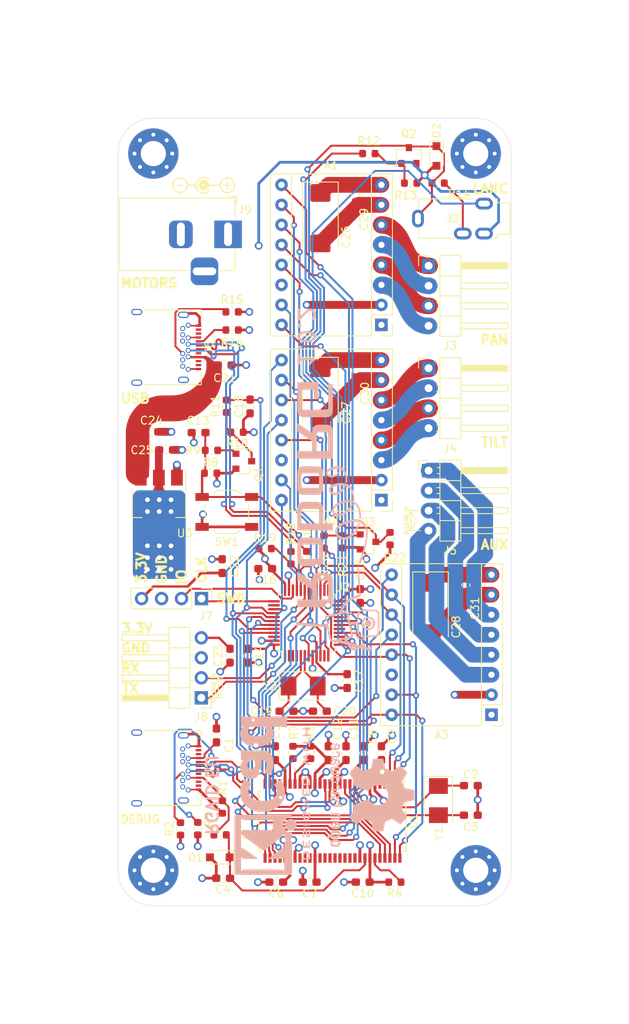
<source format=kicad_pcb>
(kicad_pcb (version 20171130) (host pcbnew 5.1.0+dfsg1-1)
  (title_block (title "RoboRG Camera Motion Control System") (date 2019-05-16) (rev 1.0.2) (company RGVID.EU) (comment 1 "Licensed under GNU AGPLv3 or any later version of the license") (comment 2 "    Aleks-Daniel Jakimenko-Aleksejev <alex.jakimenko@gmail.com>") (comment 3 "Copyright © 2018-2019") (comment 4 "This file is part of RoboRG"))
  (layers (0 F.Cu signal) (1 In1.Cu power) (2 In2.Cu power) (31 B.Cu signal) (34 B.Paste user) (35 F.Paste user) (36 B.SilkS user) (37 F.SilkS user) (38 B.Mask user) (39 F.Mask user) (44 Edge.Cuts user))
  (net 0 "")
  (net 1 dir-pan)
  (net 2 VDC)
  (net 3 step-pan)
  (net 4 GND)
  (net 5 "Net-(A1-Pad14)")
  (net 6 SPI-MISO)
  (net 7 select-pan)
  (net 8 SPI-SCK)
  (net 9 SPI-MOSI)
  (net 10 +3V3)
  (net 11 enable-pan)
  (net 12 dir-tilt)
  (net 13 step-tilt)
  (net 14 "Net-(A2-Pad14)")
  (net 15 select-tilt)
  (net 16 enable-tilt)
  (net 17 "Net-(A3-Pad14)")
  (net 18 "Net-(C2-Pad1)")
  (net 19 "Net-(C3-Pad1)")
  (net 20 "Net-(C4-Pad1)")
  (net 21 NRST)
  (net 22 BOOT0)
  (net 23 "Net-(C19-Pad1)")
  (net 24 "Net-(C20-Pad1)")
  (net 25 +5V)
  (net 26 LANC-in)
  (net 27 "Net-(J1-PadB8)")
  (net 28 "Net-(J1-PadB5)")
  (net 29 "Net-(J1-PadA8)")
  (net 30 "Net-(J1-PadA5)")
  (net 31 "Net-(J6-PadB8)")
  (net 32 "Net-(J6-PadB5)")
  (net 33 "Net-(J6-PadA8)")
  (net 34 "Net-(J6-PadA5)")
  (net 35 /Connections/SWD-CLK)
  (net 36 /Connections/SWD-IO)
  (net 37 /Connections/USART-RX)
  (net 38 /Connections/USART-TX)
  (net 39 "Net-(Q1-Pad1)")
  (net 40 "Net-(Q1-Pad3)")
  (net 41 "Net-(Q2-Pad1)")
  (net 42 "Net-(R4-Pad2)")
  (net 43 "Net-(R5-Pad2)")
  (net 44 "Net-(R7-Pad2)")
  (net 45 LANC-out)
  (net 46 /Connections/USB-D-)
  (net 47 /Connections/USB-D+)
  (net 48 "Net-(U1-Pad47)")
  (net 49 "Net-(U1-Pad46)")
  (net 50 "Net-(U1-Pad45)")
  (net 51 "Net-(U1-Pad44)")
  (net 52 "Net-(U1-Pad43)")
  (net 53 "Net-(U1-Pad42)")
  (net 54 "Net-(U1-Pad41)")
  (net 55 "Net-(U1-Pad40)")
  (net 56 "Net-(U1-Pad38)")
  (net 57 "Net-(U1-Pad37)")
  (net 58 "Net-(U1-Pad36)")
  (net 59 "Net-(U1-Pad20)")
  (net 60 "Net-(U1-Pad9)")
  (net 61 "Net-(U1-Pad8)")
  (net 62 "Net-(U1-Pad5)")
  (net 63 "Net-(U2-Pad46)")
  (net 64 "Net-(U2-Pad38)")
  (net 65 "Net-(U2-Pad25)")
  (net 66 "Net-(U2-Pad22)")
  (net 67 "Net-(U2-Pad21)")
  (net 68 "Net-(U2-Pad17)")
  (net 69 "Net-(U2-Pad15)")
  (net 70 "Net-(U2-Pad11)")
  (net 71 "Net-(U2-Pad4)")
  (net 72 "Net-(U2-Pad3)")
  (net 73 "Net-(U2-Pad2)")
  (net 74 "Net-(U2-Pad1)")
  (net 75 enable-other)
  (net 76 select-other)
  (net 77 dir-other)
  (net 78 step-other)
  (net 79 LANC-detect)
  (net 80 /Optional/5V-LA)
  (net 81 /Drivers/1B-pan)
  (net 82 /Drivers/1A-pan)
  (net 83 /Drivers/2A-pan)
  (net 84 /Drivers/2B-pan)
  (net 85 /Drivers/1B-tilt)
  (net 86 /Drivers/1A-tilt)
  (net 87 /Drivers/2A-tilt)
  (net 88 /Drivers/2B-tilt)
  (net 89 /Drivers/1B-other)
  (net 90 /Drivers/1A-other)
  (net 91 /Drivers/2A-other)
  (net 92 /Drivers/2B-other)
  (net 93 "Net-(J2-PadRN)")
  (net 94 "Net-(J2-PadTN)")
  (net 95 /Optional/USB-LA-D+)
  (net 96 /Optional/USB-LA-D-)
  (net 97 /Connections/USB-MCU-D+)
  (net 98 /Connections/USB-MCU-D-)
  (net 99 "Net-(J2-PadR)")
  (net 100 "Net-(Q3-Pad3)")
  (net 101 "Net-(Q3-Pad1)")
  (module Resistor_SMD:R_0603_1608Metric (layer F.Cu) (at 134.6 103.3875 90)
    (fp_text reference R22 (at -2.4125 0.6 180) (layer F.SilkS))
    (fp_text value 1kΩ)
    (pad 2 smd roundrect (at 0.7875 0 90) (size 0.875 0.95) (layers F.Cu F.Paste F.Mask) (net 100 "Net-(Q3-Pad3)"))
    (pad 1 smd roundrect (at -0.7875 0 90) (size 0.875 0.95) (layers F.Cu F.Paste F.Mask) (net 10 +3V3))
  )
  (module Resistor_SMD:R_0603_1608Metric (layer F.Cu) (at 128.6 103.7875 270)
    (fp_text reference R21 (at 3.0125 0 90) (layer F.SilkS))
    (fp_text value 10kΩ)
    (pad 2 smd roundrect (at 0.7875 0 270) (size 0.875 0.95) (layers F.Cu F.Paste F.Mask) (net 4 GND))
    (pad 1 smd roundrect (at -0.7875 0 270) (size 0.875 0.95) (layers F.Cu F.Paste F.Mask) (net 101 "Net-(Q3-Pad1)"))
  )
  (module Resistor_SMD:R_0603_1608Metric (layer F.Cu) (at 126.2 103.7875 270)
    (fp_text reference R20 (at 3.0125 0 270) (layer F.SilkS))
    (fp_text value 1kΩ)
    (pad 2 smd roundrect (at 0.7875 0 270) (size 0.875 0.95) (layers F.Cu F.Paste F.Mask) (net 45 LANC-out))
    (pad 1 smd roundrect (at -0.7875 0 270) (size 0.875 0.95) (layers F.Cu F.Paste F.Mask) (net 101 "Net-(Q3-Pad1)"))
  )
  (module Package_TO_SOT_SMD:SOT-23 (layer F.Cu) (at 131.8 103.8)
    (fp_text reference Q3 (at 0 -2.5) (layer F.SilkS))
    (fp_text value Q_NPN_BEC)
    (pad 3 smd rect (at 1 0) (size 0.9 0.8) (layers F.Cu F.Paste F.Mask) (net 100 "Net-(Q3-Pad3)"))
    (pad 2 smd rect (at -1 0.95) (size 0.9 0.8) (layers F.Cu F.Paste F.Mask) (net 4 GND))
    (pad 1 smd rect (at -1 -0.95) (size 0.9 0.8) (layers F.Cu F.Paste F.Mask) (net 101 "Net-(Q3-Pad1)"))
  )
  (module Diode_SMD:D_SOD-323_HandSoldering (layer F.Cu) (at 140.5 54.8 270)
    (fp_text reference D2 (at -3.2 0 270) (layer F.SilkS))
    (fp_text value 3.3V)
    (pad 2 smd rect (at 1.25 0 270) (size 1 1) (layers F.Cu F.Paste F.Mask) (net 4 GND))
    (pad 1 smd rect (at -1.25 0 270) (size 1 1) (layers F.Cu F.Paste F.Mask) (net 26 LANC-in))
  )
  (module Diode_SMD:D_SOD-323_HandSoldering (layer F.Cu) (at 112.95 143.85 180)
    (fp_text reference D1 (at 3.05 -0.05 180) (layer F.SilkS))
    (fp_text value 3.3V)
    (pad 2 smd rect (at 1.25 0 180) (size 1 1) (layers F.Cu F.Paste F.Mask) (net 4 GND))
    (pad 1 smd rect (at -1.25 0 180) (size 1 1) (layers F.Cu F.Paste F.Mask) (net 20 "Net-(C4-Pad1)"))
  )
  (module Connector_PinHeader_2.54mm:PinHeader_1x04_P2.54mm_Vertical (layer F.Cu) (at 110.625 111 270)
    (fp_text reference J7 (at 2.2 -0.575) (layer F.SilkS))
    (fp_text value SWD)
    (pad 4 thru_hole oval (at 0 7.62 270) (size 1.7 1.7) (drill 1) (layers *.Cu *.Mask) (net 10 +3V3))
    (pad 3 thru_hole oval (at 0 5.08 270) (size 1.7 1.7) (drill 1) (layers *.Cu *.Mask) (net 4 GND))
    (pad 2 thru_hole circle (at 0 2.54 270) (size 1.7 1.7) (drill 1) (layers *.Cu *.Mask) (net 36 /Connections/SWD-IO))
    (pad 1 thru_hole rect (at 0 0 270) (size 1.7 1.7) (drill 1) (layers *.Cu *.Mask) (net 35 /Connections/SWD-CLK))
  )
  (module Symbol:Symbol_Barrel_Polarity (layer F.Cu) (at 110.9 58.45)
    (fp_text reference REF** hide)
    (fp_text value Symbol_Barrel_Polarity)
  )
  (module RoboRG-footprints:RoboRG_Logo (layer B.Cu) (at 127.95 100.65 90)
    (fp_text reference G*** hide)
    (fp_text value LOGO hide)
  )
  (module Crystal:Crystal_SMD_5032-2Pin_5.0x3.2mm (layer F.Cu) (at 123.55 122.1)
    (fp_text reference Y2 (at -4.2 0) (layer F.SilkS))
    (fp_text value 8MHz)
    (pad 2 smd rect (at 1.85 0) (size 2 2.4) (layers F.Cu F.Paste F.Mask) (net 24 "Net-(C20-Pad1)"))
    (pad 1 smd rect (at -1.85 0) (size 2 2.4) (layers F.Cu F.Paste F.Mask) (net 23 "Net-(C19-Pad1)"))
  )
  (module Connector_PinHeader_2.54mm:PinHeader_1x04_P2.54mm_Horizontal (layer F.Cu) (at 110.6 123.6 180)
    (fp_text reference J8 (at 0 -2.4 180) (layer F.SilkS))
    (fp_text value USART)
    (pad 4 thru_hole oval (at 0 7.62 180) (size 1.7 1.7) (drill 1) (layers *.Cu *.Mask) (net 10 +3V3))
    (pad 3 thru_hole oval (at 0 5.08 180) (size 1.7 1.7) (drill 1) (layers *.Cu *.Mask) (net 4 GND))
    (pad 2 thru_hole oval (at 0 2.54 180) (size 1.7 1.7) (drill 1) (layers *.Cu *.Mask) (net 37 /Connections/USART-RX))
    (pad 1 thru_hole rect (at 0 0 180) (size 1.7 1.7) (drill 1) (layers *.Cu *.Mask) (net 38 /Connections/USART-TX))
  )
  (module RoboRG-footprints:Jack_2.5mm_PJ-218A-SMT_Horizontal (layer F.Cu) (at 148.25 62.75 270)
    (fp_text reference J2 (at 0 5.7) (layer F.SilkS))
    (fp_text value AudioJack3_Switch)
    (pad "" np_thru_hole circle (at 0 8.5 270) (size 1.2 1.2) (drill 1.2) (layers *.Cu *.Mask))
    (pad "" np_thru_hole circle (at 0 1.5 270) (size 1.2 1.2) (drill 1.2) (layers *.Cu *.Mask))
    (pad R thru_hole oval (at 1.9 4.4 270) (size 1.5 2.25) (drill oval 0.75 1.5) (layers *.Cu *.Mask) (net 99 "Net-(J2-PadR)"))
    (pad T thru_hole oval (at 0 10.1) (size 1.5 2.25) (drill oval 0.75 1.5) (layers *.Cu *.Mask) (net 26 LANC-in))
    (pad SN thru_hole oval (at -1.9 1.7 270) (size 1.5 2.25) (drill oval 0.75 1.5) (layers *.Cu *.Mask) (net 79 LANC-detect))
    (pad S thru_hole oval (at 1.9 1.7 270) (size 1.5 2.25) (drill oval 0.75 1.5) (layers *.Cu *.Mask) (net 4 GND))
  )
  (module Connector_USB:USB_C_Receptacle_Amphenol_12401548E4-2A (layer F.Cu) (at 105.225 79.1 270)
    (fp_text reference J6 (at 0 -6.375 90) (layer F.SilkS))
    (fp_text value USB_C_Receptacle_USB2.0)
    (pad S1 thru_hole oval (at -4.13 -3.11 270) (size 0.8 1.4) (drill oval 0.5 1.1) (layers *.Cu *.Mask) (net 4 GND))
    (pad A1 smd rect (at -2.75 -5.02 270) (size 0.3 0.7) (layers F.Cu F.Paste F.Mask) (net 4 GND))
    (pad A2 smd rect (at -2.25 -5.02 270) (size 0.3 0.7) (layers F.Cu F.Paste F.Mask))
    (pad A3 smd rect (at -1.75 -5.02 270) (size 0.3 0.7) (layers F.Cu F.Paste F.Mask))
    (pad A4 smd rect (at -1.25 -5.02 270) (size 0.3 0.7) (layers F.Cu F.Paste F.Mask) (net 25 +5V) (clearance 0.2))
    (pad A5 smd rect (at -0.75 -5.02 270) (size 0.3 0.7) (layers F.Cu F.Paste F.Mask) (net 34 "Net-(J6-PadA5)"))
    (pad A6 smd rect (at -0.25 -5.02 270) (size 0.3 0.7) (layers F.Cu F.Paste F.Mask) (net 97 /Connections/USB-MCU-D+))
    (pad A7 smd rect (at 0.25 -5.02 270) (size 0.3 0.7) (layers F.Cu F.Paste F.Mask) (net 98 /Connections/USB-MCU-D-))
    (pad A12 smd rect (at 2.75 -5.02 270) (size 0.3 0.7) (layers F.Cu F.Paste F.Mask) (net 4 GND))
    (pad A10 smd rect (at 1.75 -5.02 270) (size 0.3 0.7) (layers F.Cu F.Paste F.Mask))
    (pad A9 smd rect (at 1.25 -5.02 270) (size 0.3 0.7) (layers F.Cu F.Paste F.Mask) (net 25 +5V) (clearance 0.2))
    (pad A8 smd rect (at 0.75 -5.02 270) (size 0.3 0.7) (layers F.Cu F.Paste F.Mask) (net 33 "Net-(J6-PadA8)"))
    (pad A11 smd rect (at 2.25 -5.02 270) (size 0.3 0.7) (layers F.Cu F.Paste F.Mask))
    (pad S1 thru_hole oval (at 4.13 -3.11 270) (size 0.8 1.4) (drill oval 0.5 1.1) (layers *.Cu *.Mask) (net 4 GND))
    (pad S1 thru_hole oval (at 4.49 2.84 270) (size 0.8 1.4) (drill oval 0.5 1.1) (layers *.Cu *.Mask) (net 4 GND))
    (pad S1 thru_hole oval (at -4.49 2.84 270) (size 0.8 1.4) (drill oval 0.5 1.1) (layers *.Cu *.Mask) (net 4 GND))
    (pad "" np_thru_hole oval (at 3.6 -4.36 270) (size 0.95 0.65) (drill oval 0.95 0.65) (layers *.Cu *.Mask))
    (pad "" np_thru_hole circle (at -3.6 -4.36 270) (size 0.65 0.65) (drill 0.65) (layers *.Cu *.Mask))
    (pad B1 thru_hole circle (at 2.8 -3.71 270) (size 0.65 0.65) (drill 0.4) (layers *.Cu *.Mask) (net 4 GND) (clearance 0.15))
    (pad B4 thru_hole circle (at 1.2 -3.71 270) (size 0.65 0.65) (drill 0.4) (layers *.Cu *.Mask) (net 25 +5V) (clearance 0.15))
    (pad B6 thru_hole circle (at 0.4 -3.71 270) (size 0.65 0.65) (drill 0.4) (layers *.Cu *.Mask) (net 97 /Connections/USB-MCU-D+) (clearance 0.15))
    (pad B7 thru_hole circle (at -0.4 -3.71 270) (size 0.65 0.65) (drill 0.4) (layers *.Cu *.Mask) (net 98 /Connections/USB-MCU-D-) (clearance 0.15))
    (pad B9 thru_hole circle (at -1.2 -3.71 270) (size 0.65 0.65) (drill 0.4) (layers *.Cu *.Mask) (net 25 +5V) (clearance 0.15))
    (pad B12 thru_hole circle (at -2.8 -3.71 270) (size 0.65 0.65) (drill 0.4) (layers *.Cu *.Mask) (net 4 GND) (clearance 0.15))
    (pad B2 thru_hole circle (at 2.4 -3.01 270) (size 0.65 0.65) (drill 0.4) (layers *.Cu *.Mask) (clearance 0.15))
    (pad B3 thru_hole circle (at 1.6 -3.01 270) (size 0.65 0.65) (drill 0.4) (layers *.Cu *.Mask) (clearance 0.15))
    (pad B5 thru_hole circle (at 0.8 -3.01 270) (size 0.65 0.65) (drill 0.4) (layers *.Cu *.Mask) (net 32 "Net-(J6-PadB5)") (clearance 0.15))
    (pad B8 thru_hole circle (at -0.8 -3.01 270) (size 0.65 0.65) (drill 0.4) (layers *.Cu *.Mask) (net 31 "Net-(J6-PadB8)") (clearance 0.15))
    (pad B10 thru_hole circle (at -1.6 -3.01 270) (size 0.65 0.65) (drill 0.4) (layers *.Cu *.Mask) (clearance 0.15))
    (pad B11 thru_hole circle (at -2.4 -3.01 270) (size 0.65 0.65) (drill 0.4) (layers *.Cu *.Mask) (clearance 0.15))
  )
  (module Resistor_SMD:R_0603_1608Metric (layer F.Cu) (at 118.7125 104.65)
    (fp_text reference R19 (at 0 -1.35) (layer F.SilkS))
    (fp_text value 1.5kΩ)
    (pad 1 smd roundrect (at -0.7875 0) (size 0.875 0.95) (layers F.Cu F.Paste F.Mask) (net 10 +3V3))
    (pad 2 smd roundrect (at 0.7875 0) (size 0.875 0.95) (layers F.Cu F.Paste F.Mask) (net 47 /Connections/USB-D+))
  )
  (module Resistor_SMD:R_0603_1608Metric (layer F.Cu) (at 122 105.8125 90)
    (fp_text reference R18 (at 3.0625 0 90) (layer F.SilkS))
    (fp_text value 22Ω)
    (pad 1 smd roundrect (at -0.7875 0 90) (size 0.875 0.95) (layers F.Cu F.Paste F.Mask) (net 47 /Connections/USB-D+))
    (pad 2 smd roundrect (at 0.7875 0 90) (size 0.875 0.95) (layers F.Cu F.Paste F.Mask) (net 97 /Connections/USB-MCU-D+))
  )
  (module Resistor_SMD:R_0603_1608Metric (layer F.Cu) (at 124 105.8 90)
    (fp_text reference R17 (at 3.05 0 90) (layer F.SilkS))
    (fp_text value 22Ω)
    (pad 1 smd roundrect (at -0.7875 0 90) (size 0.875 0.95) (layers F.Cu F.Paste F.Mask) (net 46 /Connections/USB-D-))
    (pad 2 smd roundrect (at 0.7875 0 90) (size 0.875 0.95) (layers F.Cu F.Paste F.Mask) (net 98 /Connections/USB-MCU-D-))
  )
  (module Package_QFP:LQFP-48_7x7mm_P0.5mm (layer F.Cu) (at 124 114.1 90)
    (fp_text reference U2 (at 4.55 4.55 180) (layer F.SilkS))
    (fp_text value STM32F103C8Tx)
    (pad 1 smd roundrect (at -4.1625 -2.75 90) (size 1.475 0.3) (layers F.Cu F.Paste F.Mask) (net 74 "Net-(U2-Pad1)"))
    (pad 2 smd roundrect (at -4.1625 -2.25 90) (size 1.475 0.3) (layers F.Cu F.Paste F.Mask) (net 73 "Net-(U2-Pad2)"))
    (pad 3 smd roundrect (at -4.1625 -1.75 90) (size 1.475 0.3) (layers F.Cu F.Paste F.Mask) (net 72 "Net-(U2-Pad3)"))
    (pad 4 smd roundrect (at -4.1625 -1.25 90) (size 1.475 0.3) (layers F.Cu F.Paste F.Mask) (net 71 "Net-(U2-Pad4)"))
    (pad 5 smd roundrect (at -4.1625 -0.75 90) (size 1.475 0.3) (layers F.Cu F.Paste F.Mask) (net 23 "Net-(C19-Pad1)"))
    (pad 6 smd roundrect (at -4.1625 -0.25 90) (size 1.475 0.3) (layers F.Cu F.Paste F.Mask) (net 24 "Net-(C20-Pad1)"))
    (pad 7 smd roundrect (at -4.1625 0.25 90) (size 1.475 0.3) (layers F.Cu F.Paste F.Mask) (net 21 NRST))
    (pad 8 smd roundrect (at -4.1625 0.75 90) (size 1.475 0.3) (layers F.Cu F.Paste F.Mask) (net 4 GND))
    (pad 9 smd roundrect (at -4.1625 1.25 90) (size 1.475 0.3) (layers F.Cu F.Paste F.Mask) (net 10 +3V3))
    (pad 10 smd roundrect (at -4.1625 1.75 90) (size 1.475 0.3) (layers F.Cu F.Paste F.Mask) (net 13 step-tilt))
    (pad 11 smd roundrect (at -4.1625 2.25 90) (size 1.475 0.3) (layers F.Cu F.Paste F.Mask) (net 70 "Net-(U2-Pad11)"))
    (pad 12 smd roundrect (at -4.1625 2.75 90) (size 1.475 0.3) (layers F.Cu F.Paste F.Mask) (net 45 LANC-out))
    (pad 13 smd roundrect (at -2.75 4.1625 90) (size 0.3 1.475) (layers F.Cu F.Paste F.Mask) (net 26 LANC-in))
    (pad 14 smd roundrect (at -2.25 4.1625 90) (size 0.3 1.475) (layers F.Cu F.Paste F.Mask) (net 79 LANC-detect))
    (pad 15 smd roundrect (at -1.75 4.1625 90) (size 0.3 1.475) (layers F.Cu F.Paste F.Mask) (net 69 "Net-(U2-Pad15)"))
    (pad 16 smd roundrect (at -1.25 4.1625 90) (size 0.3 1.475) (layers F.Cu F.Paste F.Mask) (net 78 step-other))
    (pad 17 smd roundrect (at -0.75 4.1625 90) (size 0.3 1.475) (layers F.Cu F.Paste F.Mask) (net 68 "Net-(U2-Pad17)"))
    (pad 18 smd roundrect (at -0.25 4.1625 90) (size 0.3 1.475) (layers F.Cu F.Paste F.Mask) (net 1 dir-pan))
    (pad 19 smd roundrect (at 0.25 4.1625 90) (size 0.3 1.475) (layers F.Cu F.Paste F.Mask) (net 7 select-pan))
    (pad 20 smd roundrect (at 0.75 4.1625 90) (size 0.3 1.475) (layers F.Cu F.Paste F.Mask) (net 11 enable-pan))
    (pad 21 smd roundrect (at 1.25 4.1625 90) (size 0.3 1.475) (layers F.Cu F.Paste F.Mask) (net 67 "Net-(U2-Pad21)"))
    (pad 22 smd roundrect (at 1.75 4.1625 90) (size 0.3 1.475) (layers F.Cu F.Paste F.Mask) (net 66 "Net-(U2-Pad22)"))
    (pad 23 smd roundrect (at 2.25 4.1625 90) (size 0.3 1.475) (layers F.Cu F.Paste F.Mask) (net 4 GND))
    (pad 24 smd roundrect (at 2.75 4.1625 90) (size 0.3 1.475) (layers F.Cu F.Paste F.Mask) (net 10 +3V3))
    (pad 25 smd roundrect (at 4.1625 2.75 90) (size 1.475 0.3) (layers F.Cu F.Paste F.Mask) (net 65 "Net-(U2-Pad25)"))
    (pad 26 smd roundrect (at 4.1625 2.25 90) (size 1.475 0.3) (layers F.Cu F.Paste F.Mask) (net 8 SPI-SCK))
    (pad 27 smd roundrect (at 4.1625 1.75 90) (size 1.475 0.3) (layers F.Cu F.Paste F.Mask) (net 6 SPI-MISO))
    (pad 28 smd roundrect (at 4.1625 1.25 90) (size 1.475 0.3) (layers F.Cu F.Paste F.Mask) (net 9 SPI-MOSI))
    (pad 29 smd roundrect (at 4.1625 0.75 90) (size 1.475 0.3) (layers F.Cu F.Paste F.Mask) (net 3 step-pan))
    (pad 30 smd roundrect (at 4.1625 0.25 90) (size 1.475 0.3) (layers F.Cu F.Paste F.Mask) (net 38 /Connections/USART-TX))
    (pad 31 smd roundrect (at 4.1625 -0.25 90) (size 1.475 0.3) (layers F.Cu F.Paste F.Mask) (net 37 /Connections/USART-RX))
    (pad 32 smd roundrect (at 4.1625 -0.75 90) (size 1.475 0.3) (layers F.Cu F.Paste F.Mask) (net 46 /Connections/USB-D-))
    (pad 33 smd roundrect (at 4.1625 -1.25 90) (size 1.475 0.3) (layers F.Cu F.Paste F.Mask) (net 47 /Connections/USB-D+))
    (pad 34 smd roundrect (at 4.1625 -1.75 90) (size 1.475 0.3) (layers F.Cu F.Paste F.Mask) (net 36 /Connections/SWD-IO))
    (pad 35 smd roundrect (at 4.1625 -2.25 90) (size 1.475 0.3) (layers F.Cu F.Paste F.Mask) (net 4 GND))
    (pad 36 smd roundrect (at 4.1625 -2.75 90) (size 1.475 0.3) (layers F.Cu F.Paste F.Mask) (net 10 +3V3))
    (pad 37 smd roundrect (at 2.75 -4.1625 90) (size 0.3 1.475) (layers F.Cu F.Paste F.Mask) (net 35 /Connections/SWD-CLK))
    (pad 38 smd roundrect (at 2.25 -4.1625 90) (size 0.3 1.475) (layers F.Cu F.Paste F.Mask) (net 64 "Net-(U2-Pad38)"))
    (pad 39 smd roundrect (at 1.75 -4.1625 90) (size 0.3 1.475) (layers F.Cu F.Paste F.Mask) (net 12 dir-tilt))
    (pad 40 smd roundrect (at 1.25 -4.1625 90) (size 0.3 1.475) (layers F.Cu F.Paste F.Mask) (net 15 select-tilt))
    (pad 41 smd roundrect (at 0.75 -4.1625 90) (size 0.3 1.475) (layers F.Cu F.Paste F.Mask) (net 16 enable-tilt))
    (pad 42 smd roundrect (at 0.25 -4.1625 90) (size 0.3 1.475) (layers F.Cu F.Paste F.Mask) (net 77 dir-other))
    (pad 43 smd roundrect (at -0.25 -4.1625 90) (size 0.3 1.475) (layers F.Cu F.Paste F.Mask) (net 76 select-other))
    (pad 44 smd roundrect (at -0.75 -4.1625 90) (size 0.3 1.475) (layers F.Cu F.Paste F.Mask) (net 22 BOOT0))
    (pad 45 smd roundrect (at -1.25 -4.1625 90) (size 0.3 1.475) (layers F.Cu F.Paste F.Mask) (net 75 enable-other))
    (pad 46 smd roundrect (at -1.75 -4.1625 90) (size 0.3 1.475) (layers F.Cu F.Paste F.Mask) (net 63 "Net-(U2-Pad46)"))
    (pad 47 smd roundrect (at -2.25 -4.1625 90) (size 0.3 1.475) (layers F.Cu F.Paste F.Mask) (net 4 GND))
    (pad 48 smd roundrect (at -2.75 -4.1625 90) (size 0.3 1.475) (layers F.Cu F.Paste F.Mask) (net 10 +3V3))
  )
  (module Capacitor_SMD:C_0603_1608Metric_Pad1.05x0.95mm_HandSolder (layer F.Cu) (at 125.675 125.3 180)
    (fp_text reference C20 (at -3.175 0 180) (layer F.SilkS))
    (fp_text value 16pF)
    (pad 1 smd roundrect (at -0.875 0 180) (size 1.05 0.95) (layers F.Cu F.Paste F.Mask) (net 24 "Net-(C20-Pad1)"))
    (pad 2 smd roundrect (at 0.875 0 180) (size 1.05 0.95) (layers F.Cu F.Paste F.Mask) (net 4 GND))
  )
  (module Capacitor_SMD:C_0603_1608Metric_Pad1.05x0.95mm_HandSolder (layer F.Cu) (at 129.15 121.475 270)
    (fp_text reference C17 (at 0 -1.5 270) (layer F.SilkS))
    (fp_text value 100nF)
    (pad 1 smd roundrect (at -0.875 0 270) (size 1.05 0.95) (layers F.Cu F.Paste F.Mask) (net 10 +3V3))
    (pad 2 smd roundrect (at 0.875 0 270) (size 1.05 0.95) (layers F.Cu F.Paste F.Mask) (net 4 GND))
  )
  (module Capacitor_SMD:C_0603_1608Metric_Pad1.05x0.95mm_HandSolder (layer F.Cu) (at 116.5 118.25 270)
    (fp_text reference C14 (at 0.075 -1.5 270) (layer F.SilkS))
    (fp_text value 100nF)
    (pad 1 smd roundrect (at -0.875 0 270) (size 1.05 0.95) (layers F.Cu F.Paste F.Mask) (net 10 +3V3))
    (pad 2 smd roundrect (at 0.875 0 270) (size 1.05 0.95) (layers F.Cu F.Paste F.Mask) (net 4 GND))
  )
  (module Capacitor_SMD:C_0603_1608Metric_Pad1.05x0.95mm_HandSolder (layer F.Cu) (at 121.425 125.3)
    (fp_text reference C19 (at -3.175 0) (layer F.SilkS))
    (fp_text value 16pF)
    (pad 1 smd roundrect (at -0.875 0) (size 1.05 0.95) (layers F.Cu F.Paste F.Mask) (net 23 "Net-(C19-Pad1)"))
    (pad 2 smd roundrect (at 0.875 0) (size 1.05 0.95) (layers F.Cu F.Paste F.Mask) (net 4 GND))
  )
  (module Capacitor_SMD:C_0603_1608Metric_Pad1.05x0.95mm_HandSolder (layer F.Cu) (at 130.8 110.675 270)
    (fp_text reference C15 (at -3.325 0 270) (layer F.SilkS))
    (fp_text value 100nF)
    (pad 1 smd roundrect (at -0.875 0 270) (size 1.05 0.95) (layers F.Cu F.Paste F.Mask) (net 10 +3V3))
    (pad 2 smd roundrect (at 0.875 0 270) (size 1.05 0.95) (layers F.Cu F.Paste F.Mask) (net 4 GND))
  )
  (module Capacitor_SMD:C_0603_1608Metric_Pad1.05x0.95mm_HandSolder (layer F.Cu) (at 118.725 107.2 180)
    (fp_text reference C16 (at 0 -1.43 180) (layer F.SilkS))
    (fp_text value 100nF)
    (pad 1 smd roundrect (at -0.875 0 180) (size 1.05 0.95) (layers F.Cu F.Paste F.Mask) (net 10 +3V3))
    (pad 2 smd roundrect (at 0.875 0 180) (size 1.05 0.95) (layers F.Cu F.Paste F.Mask) (net 4 GND))
  )
  (module Button_Switch_SMD:SW_SPST_TL3342 (layer F.Cu) (at 113.85 100)
    (fp_text reference SW1 (at 0 3.8) (layer F.SilkS))
    (fp_text value SW_Push)
    (pad 1 smd rect (at -3.15 -1.9) (size 1.7 1) (layers F.Cu F.Paste F.Mask) (net 21 NRST))
    (pad 1 smd rect (at 3.15 -1.9) (size 1.7 1) (layers F.Cu F.Paste F.Mask) (net 21 NRST))
    (pad 2 smd rect (at -3.15 1.9) (size 1.7 1) (layers F.Cu F.Paste F.Mask) (net 4 GND))
    (pad 2 smd rect (at 3.15 1.9) (size 1.7 1) (layers F.Cu F.Paste F.Mask) (net 4 GND))
  )
  (module Capacitor_SMD:C_0603_1608Metric_Pad1.05x0.95mm_HandSolder (layer F.Cu) (at 110.25 89.925 180)
    (fp_text reference C13 (at 0.05 1.525 180) (layer F.SilkS))
    (fp_text value 100nF)
    (pad 1 smd roundrect (at -0.875 0 180) (size 1.05 0.95) (layers F.Cu F.Paste F.Mask) (net 21 NRST))
    (pad 2 smd roundrect (at 0.875 0 180) (size 1.05 0.95) (layers F.Cu F.Paste F.Mask) (net 4 GND))
  )
  (module Connector_BarrelJack:BarrelJack_Horizontal (layer F.Cu) (at 114 64.75)
    (fp_text reference J9 (at 2.15 -3.1) (layer F.SilkS))
    (fp_text value Barrel_Jack_Switch)
    (pad 1 thru_hole rect (at 0 0) (size 3.5 3.5) (drill oval 1 3) (layers *.Cu *.Mask) (net 2 VDC))
    (pad 2 thru_hole roundrect (at -6 0) (size 3 3.5) (drill oval 1 3) (layers *.Cu *.Mask) (net 4 GND))
    (pad 3 thru_hole roundrect (at -3 4.7) (size 3.5 3.5) (drill oval 3 1) (layers *.Cu *.Mask) (net 4 GND))
  )
  (module MountingHole:MountingHole_3.2mm_M3_Pad_Via (layer F.Cu) (at 145.5 145.5)
    (fp_text reference H4 hide)
    (fp_text value MountingHole_Pad)
    (pad 1 thru_hole circle (at 1.697056 -1.697056) (size 0.8 0.8) (drill 0.5) (layers *.Cu *.Mask) (net 4 GND))
    (pad 1 thru_hole circle (at 0 -2.4) (size 0.8 0.8) (drill 0.5) (layers *.Cu *.Mask) (net 4 GND))
    (pad 1 thru_hole circle (at -1.697056 -1.697056) (size 0.8 0.8) (drill 0.5) (layers *.Cu *.Mask) (net 4 GND))
    (pad 1 thru_hole circle (at -2.4 0) (size 0.8 0.8) (drill 0.5) (layers *.Cu *.Mask) (net 4 GND))
    (pad 1 thru_hole circle (at -1.697056 1.697056) (size 0.8 0.8) (drill 0.5) (layers *.Cu *.Mask) (net 4 GND))
    (pad 1 thru_hole circle (at 0 2.4) (size 0.8 0.8) (drill 0.5) (layers *.Cu *.Mask) (net 4 GND))
    (pad 1 thru_hole circle (at 1.697056 1.697056) (size 0.8 0.8) (drill 0.5) (layers *.Cu *.Mask) (net 4 GND))
    (pad 1 thru_hole circle (at 2.4 0) (size 0.8 0.8) (drill 0.5) (layers *.Cu *.Mask) (net 4 GND))
    (pad 1 thru_hole circle (at 0 0) (size 6.4 6.4) (drill 3.2) (layers *.Cu *.Mask) (net 4 GND))
  )
  (module Symbol:OSHW-Logo2_14.6x12mm_SilkScreen (layer B.Cu) (at 132.15 135.95 90)
    (fp_text reference REF** hide)
    (fp_text value OSHW-Logo2_14.6x12mm_SilkScreen hide)
  )
  (module Symbol:KiCad-Logo2_8mm_SilkScreen (layer B.Cu) (at 118.8 135.95 90)
    (fp_text reference REF** hide)
    (fp_text value KiCad-Logo2_8mm_SilkScreen hide)
  )
  (module Package_SO:SSOP-56_7.5x18.5mm_P0.635mm (layer F.Cu) (at 127.28 139.24 270)
    (fp_text reference U1 (at 0 -10.275 270) (layer F.SilkS))
    (fp_text value CY7C68013A-56PVX)
    (pad 56 smd rect (at 4.7 -8.5725 270) (size 1.2 0.4) (layers F.Cu F.Paste F.Mask) (net 77 dir-other))
    (pad 55 smd rect (at 4.7 -7.9375 270) (size 1.2 0.4) (layers F.Cu F.Paste F.Mask) (net 78 step-other))
    (pad 54 smd rect (at 4.7 -7.3025 270) (size 1.2 0.4) (layers F.Cu F.Paste F.Mask) (net 16 enable-tilt))
    (pad 53 smd rect (at 4.7 -6.6675 270) (size 1.2 0.4) (layers F.Cu F.Paste F.Mask) (net 15 select-tilt))
    (pad 52 smd rect (at 4.7 -6.0325 270) (size 1.2 0.4) (layers F.Cu F.Paste F.Mask) (net 12 dir-tilt))
    (pad 51 smd rect (at 4.7 -5.3975 270) (size 1.2 0.4) (layers F.Cu F.Paste F.Mask) (net 42 "Net-(R4-Pad2)"))
    (pad 50 smd rect (at 4.7 -4.7625 270) (size 1.2 0.4) (layers F.Cu F.Paste F.Mask) (net 10 +3V3))
    (pad 49 smd rect (at 4.7 -4.1275 270) (size 1.2 0.4) (layers F.Cu F.Paste F.Mask) (net 20 "Net-(C4-Pad1)"))
    (pad 48 smd rect (at 4.7 -3.4925 270) (size 1.2 0.4) (layers F.Cu F.Paste F.Mask) (net 4 GND))
    (pad 47 smd rect (at 4.7 -2.8575 270) (size 1.2 0.4) (layers F.Cu F.Paste F.Mask) (net 48 "Net-(U1-Pad47)"))
    (pad 46 smd rect (at 4.7 -2.2225 270) (size 1.2 0.4) (layers F.Cu F.Paste F.Mask) (net 49 "Net-(U1-Pad46)"))
    (pad 45 smd rect (at 4.7 -1.5875 270) (size 1.2 0.4) (layers F.Cu F.Paste F.Mask) (net 50 "Net-(U1-Pad45)"))
    (pad 44 smd rect (at 4.7 -0.9525 270) (size 1.2 0.4) (layers F.Cu F.Paste F.Mask) (net 51 "Net-(U1-Pad44)"))
    (pad 43 smd rect (at 4.7 -0.3175 270) (size 1.2 0.4) (layers F.Cu F.Paste F.Mask) (net 52 "Net-(U1-Pad43)"))
    (pad 42 smd rect (at 4.7 0.3175 270) (size 1.2 0.4) (layers F.Cu F.Paste F.Mask) (net 53 "Net-(U1-Pad42)"))
    (pad 41 smd rect (at 4.7 0.9525 270) (size 1.2 0.4) (layers F.Cu F.Paste F.Mask) (net 54 "Net-(U1-Pad41)"))
    (pad 40 smd rect (at 4.7 1.5875 270) (size 1.2 0.4) (layers F.Cu F.Paste F.Mask) (net 55 "Net-(U1-Pad40)"))
    (pad 39 smd rect (at 4.7 2.2225 270) (size 1.2 0.4) (layers F.Cu F.Paste F.Mask) (net 10 +3V3))
    (pad 38 smd rect (at 4.7 2.8575 270) (size 1.2 0.4) (layers F.Cu F.Paste F.Mask) (net 56 "Net-(U1-Pad38)"))
    (pad 37 smd rect (at 4.7 3.4925 270) (size 1.2 0.4) (layers F.Cu F.Paste F.Mask) (net 57 "Net-(U1-Pad37)"))
    (pad 36 smd rect (at 4.7 4.1275 270) (size 1.2 0.4) (layers F.Cu F.Paste F.Mask) (net 58 "Net-(U1-Pad36)"))
    (pad 35 smd rect (at 4.7 4.7625 270) (size 1.2 0.4) (layers F.Cu F.Paste F.Mask) (net 4 GND))
    (pad 34 smd rect (at 4.7 5.3975 270) (size 1.2 0.4) (layers F.Cu F.Paste F.Mask) (net 10 +3V3))
    (pad 33 smd rect (at 4.7 6.0325 270) (size 1.2 0.4) (layers F.Cu F.Paste F.Mask) (net 4 GND))
    (pad 32 smd rect (at 4.7 6.6675 270) (size 1.2 0.4) (layers F.Cu F.Paste F.Mask) (net 13 step-tilt))
    (pad 31 smd rect (at 4.7 7.3025 270) (size 1.2 0.4) (layers F.Cu F.Paste F.Mask) (net 11 enable-pan))
    (pad 30 smd rect (at 4.7 7.9375 270) (size 1.2 0.4) (layers F.Cu F.Paste F.Mask) (net 7 select-pan))
    (pad 29 smd rect (at 4.7 8.5725 270) (size 1.2 0.4) (layers F.Cu F.Paste F.Mask) (net 1 dir-pan))
    (pad 28 smd rect (at -4.7 8.5725 270) (size 1.2 0.4) (layers F.Cu F.Paste F.Mask) (net 3 step-pan))
    (pad 27 smd rect (at -4.7 7.9375 270) (size 1.2 0.4) (layers F.Cu F.Paste F.Mask) (net 79 LANC-detect))
    (pad 26 smd rect (at -4.7 7.3025 270) (size 1.2 0.4) (layers F.Cu F.Paste F.Mask) (net 45 LANC-out))
    (pad 25 smd rect (at -4.7 6.6675 270) (size 1.2 0.4) (layers F.Cu F.Paste F.Mask) (net 26 LANC-in))
    (pad 24 smd rect (at -4.7 6.0325 270) (size 1.2 0.4) (layers F.Cu F.Paste F.Mask) (net 10 +3V3))
    (pad 23 smd rect (at -4.7 5.3975 270) (size 1.2 0.4) (layers F.Cu F.Paste F.Mask) (net 44 "Net-(R7-Pad2)"))
    (pad 22 smd rect (at -4.7 4.7625 270) (size 1.2 0.4) (layers F.Cu F.Paste F.Mask) (net 43 "Net-(R5-Pad2)"))
    (pad 21 smd rect (at -4.7 4.1275 270) (size 1.2 0.4) (layers F.Cu F.Paste F.Mask) (net 4 GND))
    (pad 20 smd rect (at -4.7 3.4925 270) (size 1.2 0.4) (layers F.Cu F.Paste F.Mask) (net 59 "Net-(U1-Pad20)"))
    (pad 19 smd rect (at -4.7 2.8575 270) (size 1.2 0.4) (layers F.Cu F.Paste F.Mask) (net 4 GND))
    (pad 18 smd rect (at -4.7 2.2225 270) (size 1.2 0.4) (layers F.Cu F.Paste F.Mask) (net 10 +3V3))
    (pad 17 smd rect (at -4.7 1.5875 270) (size 1.2 0.4) (layers F.Cu F.Paste F.Mask) (net 4 GND))
    (pad 16 smd rect (at -4.7 0.9525 270) (size 1.2 0.4) (layers F.Cu F.Paste F.Mask) (net 96 /Optional/USB-LA-D-))
    (pad 15 smd rect (at -4.7 0.3175 270) (size 1.2 0.4) (layers F.Cu F.Paste F.Mask) (net 95 /Optional/USB-LA-D+))
    (pad 14 smd rect (at -4.7 -0.3175 270) (size 1.2 0.4) (layers F.Cu F.Paste F.Mask) (net 10 +3V3))
    (pad 13 smd rect (at -4.7 -0.9525 270) (size 1.2 0.4) (layers F.Cu F.Paste F.Mask) (net 4 GND))
    (pad 12 smd rect (at -4.7 -1.5875 270) (size 1.2 0.4) (layers F.Cu F.Paste F.Mask) (net 19 "Net-(C3-Pad1)"))
    (pad 11 smd rect (at -4.7 -2.2225 270) (size 1.2 0.4) (layers F.Cu F.Paste F.Mask) (net 18 "Net-(C2-Pad1)"))
    (pad 10 smd rect (at -4.7 -2.8575 270) (size 1.2 0.4) (layers F.Cu F.Paste F.Mask) (net 10 +3V3))
    (pad 9 smd rect (at -4.7 -3.4925 270) (size 1.2 0.4) (layers F.Cu F.Paste F.Mask) (net 60 "Net-(U1-Pad9)"))
    (pad 8 smd rect (at -4.7 -4.1275 270) (size 1.2 0.4) (layers F.Cu F.Paste F.Mask) (net 61 "Net-(U1-Pad8)"))
    (pad 7 smd rect (at -4.7 -4.7625 270) (size 1.2 0.4) (layers F.Cu F.Paste F.Mask) (net 4 GND))
    (pad 6 smd rect (at -4.7 -5.3975 270) (size 1.2 0.4) (layers F.Cu F.Paste F.Mask) (net 10 +3V3))
    (pad 5 smd rect (at -4.7 -6.0325 270) (size 1.2 0.4) (layers F.Cu F.Paste F.Mask) (net 62 "Net-(U1-Pad5)"))
    (pad 4 smd rect (at -4.7 -6.6675 270) (size 1.2 0.4) (layers F.Cu F.Paste F.Mask) (net 4 GND))
    (pad 3 smd rect (at -4.7 -7.3025 270) (size 1.2 0.4) (layers F.Cu F.Paste F.Mask) (net 8 SPI-SCK))
    (pad 2 smd rect (at -4.7 -7.9375 270) (size 1.2 0.4) (layers F.Cu F.Paste F.Mask) (net 9 SPI-MOSI))
    (pad 1 smd rect (at -4.7 -8.5725 270) (size 1.2 0.4) (layers F.Cu F.Paste F.Mask) (net 6 SPI-MISO))
  )
  (module Resistor_SMD:R_0603_1608Metric (layer F.Cu) (at 112.9875 141)
    (fp_text reference R6 (at 2.6625 0) (layer F.SilkS))
    (fp_text value 1kΩ)
    (pad 1 smd roundrect (at -0.7875 0) (size 0.875 0.95) (layers F.Cu F.Paste F.Mask) (net 80 /Optional/5V-LA))
    (pad 2 smd roundrect (at 0.7875 0) (size 0.875 0.95) (layers F.Cu F.Paste F.Mask) (net 20 "Net-(C4-Pad1)"))
  )
  (module Connector_USB:USB_C_Receptacle_Amphenol_12401548E4-2A (layer F.Cu) (at 105.225 132.5 270)
    (fp_text reference J1 (at 0 -6.36 270) (layer F.SilkS))
    (fp_text value USB_C_Receptacle_USB2.0)
    (pad B11 thru_hole circle (at -2.4 -3.01 270) (size 0.65 0.65) (drill 0.4) (layers *.Cu *.Mask) (clearance 0.15))
    (pad B10 thru_hole circle (at -1.6 -3.01 270) (size 0.65 0.65) (drill 0.4) (layers *.Cu *.Mask) (clearance 0.15))
    (pad B8 thru_hole circle (at -0.8 -3.01 270) (size 0.65 0.65) (drill 0.4) (layers *.Cu *.Mask) (net 27 "Net-(J1-PadB8)") (clearance 0.15))
    (pad B5 thru_hole circle (at 0.8 -3.01 270) (size 0.65 0.65) (drill 0.4) (layers *.Cu *.Mask) (net 28 "Net-(J1-PadB5)") (clearance 0.15))
    (pad B3 thru_hole circle (at 1.6 -3.01 270) (size 0.65 0.65) (drill 0.4) (layers *.Cu *.Mask) (clearance 0.15))
    (pad B2 thru_hole circle (at 2.4 -3.01 270) (size 0.65 0.65) (drill 0.4) (layers *.Cu *.Mask) (clearance 0.15))
    (pad B12 thru_hole circle (at -2.8 -3.71 270) (size 0.65 0.65) (drill 0.4) (layers *.Cu *.Mask) (net 4 GND) (clearance 0.15))
    (pad B9 thru_hole circle (at -1.2 -3.71 270) (size 0.65 0.65) (drill 0.4) (layers *.Cu *.Mask) (net 80 /Optional/5V-LA) (clearance 0.15))
    (pad B7 thru_hole circle (at -0.4 -3.71 270) (size 0.65 0.65) (drill 0.4) (layers *.Cu *.Mask) (net 96 /Optional/USB-LA-D-) (clearance 0.15))
    (pad B6 thru_hole circle (at 0.4 -3.71 270) (size 0.65 0.65) (drill 0.4) (layers *.Cu *.Mask) (net 95 /Optional/USB-LA-D+) (clearance 0.15))
    (pad B4 thru_hole circle (at 1.2 -3.71 270) (size 0.65 0.65) (drill 0.4) (layers *.Cu *.Mask) (net 80 /Optional/5V-LA) (clearance 0.15))
    (pad B1 thru_hole circle (at 2.8 -3.71 270) (size 0.65 0.65) (drill 0.4) (layers *.Cu *.Mask) (net 4 GND) (clearance 0.15))
    (pad "" np_thru_hole circle (at -3.6 -4.36 270) (size 0.65 0.65) (drill 0.65) (layers *.Cu *.Mask))
    (pad "" np_thru_hole oval (at 3.6 -4.36 270) (size 0.95 0.65) (drill oval 0.95 0.65) (layers *.Cu *.Mask))
    (pad S1 thru_hole oval (at -4.49 2.84 270) (size 0.8 1.4) (drill oval 0.5 1.1) (layers *.Cu *.Mask) (net 4 GND))
    (pad S1 thru_hole oval (at 4.49 2.84 270) (size 0.8 1.4) (drill oval 0.5 1.1) (layers *.Cu *.Mask) (net 4 GND))
    (pad S1 thru_hole oval (at 4.13 -3.11 270) (size 0.8 1.4) (drill oval 0.5 1.1) (layers *.Cu *.Mask) (net 4 GND))
    (pad A11 smd rect (at 2.25 -5.02 270) (size 0.3 0.7) (layers F.Cu F.Paste F.Mask))
    (pad A8 smd rect (at 0.75 -5.02 270) (size 0.3 0.7) (layers F.Cu F.Paste F.Mask) (net 29 "Net-(J1-PadA8)"))
    (pad A9 smd rect (at 1.25 -5.02 270) (size 0.3 0.7) (layers F.Cu F.Paste F.Mask) (net 80 /Optional/5V-LA))
    (pad A10 smd rect (at 1.75 -5.02 270) (size 0.3 0.7) (layers F.Cu F.Paste F.Mask))
    (pad A12 smd rect (at 2.75 -5.02 270) (size 0.3 0.7) (layers F.Cu F.Paste F.Mask) (net 4 GND))
    (pad A7 smd rect (at 0.25 -5.02 270) (size 0.3 0.7) (layers F.Cu F.Paste F.Mask) (net 96 /Optional/USB-LA-D-))
    (pad A6 smd rect (at -0.25 -5.02 270) (size 0.3 0.7) (layers F.Cu F.Paste F.Mask) (net 95 /Optional/USB-LA-D+))
    (pad A5 smd rect (at -0.75 -5.02 270) (size 0.3 0.7) (layers F.Cu F.Paste F.Mask) (net 30 "Net-(J1-PadA5)"))
    (pad A4 smd rect (at -1.25 -5.02 270) (size 0.3 0.7) (layers F.Cu F.Paste F.Mask) (net 80 /Optional/5V-LA))
    (pad A3 smd rect (at -1.75 -5.02 270) (size 0.3 0.7) (layers F.Cu F.Paste F.Mask))
    (pad A2 smd rect (at -2.25 -5.02 270) (size 0.3 0.7) (layers F.Cu F.Paste F.Mask))
    (pad A1 smd rect (at -2.75 -5.02 270) (size 0.3 0.7) (layers F.Cu F.Paste F.Mask) (net 4 GND))
    (pad S1 thru_hole oval (at -4.13 -3.11 270) (size 0.8 1.4) (drill oval 0.5 1.1) (layers *.Cu *.Mask) (net 4 GND))
  )
  (module Crystal:Crystal_SMD_5032-2Pin_5.0x3.2mm (layer F.Cu) (at 140.75 136.65 270)
    (fp_text reference Y1 (at 4.2 0 270) (layer F.SilkS))
    (fp_text value 24MHz)
    (pad 2 smd rect (at 1.85 0 270) (size 2 2.4) (layers F.Cu F.Paste F.Mask) (net 19 "Net-(C3-Pad1)"))
    (pad 1 smd rect (at -1.85 0 270) (size 2 2.4) (layers F.Cu F.Paste F.Mask) (net 18 "Net-(C2-Pad1)"))
  )
  (module Capacitor_SMD:C_0603_1608Metric_Pad1.05x0.95mm_HandSolder (layer F.Cu) (at 144.25 109.3 270)
    (fp_text reference C31 (at 2.95 -1.15 270) (layer F.SilkS))
    (fp_text value 100nF)
    (pad 2 smd roundrect (at 0.875 0 270) (size 1.05 0.95) (layers F.Cu F.Paste F.Mask) (net 4 GND))
    (pad 1 smd roundrect (at -0.875 0 270) (size 1.05 0.95) (layers F.Cu F.Paste F.Mask) (net 2 VDC))
  )
  (module Capacitor_SMD:C_0603_1608Metric_Pad1.05x0.95mm_HandSolder (layer F.Cu) (at 130.25 82.05 270)
    (fp_text reference C30 (at 2.875 -1.15 270) (layer F.SilkS))
    (fp_text value 100nF)
    (pad 2 smd roundrect (at 0.875 0 270) (size 1.05 0.95) (layers F.Cu F.Paste F.Mask) (net 4 GND))
    (pad 1 smd roundrect (at -0.875 0 270) (size 1.05 0.95) (layers F.Cu F.Paste F.Mask) (net 2 VDC))
  )
  (module Capacitor_SMD:C_0603_1608Metric_Pad1.05x0.95mm_HandSolder (layer F.Cu) (at 130.25 59.8 270)
    (fp_text reference C29 (at 3.05 -1.05 270) (layer F.SilkS))
    (fp_text value 100nF)
    (pad 2 smd roundrect (at 0.875 0 270) (size 1.05 0.95) (layers F.Cu F.Paste F.Mask) (net 4 GND))
    (pad 1 smd roundrect (at -0.875 0 270) (size 1.05 0.95) (layers F.Cu F.Paste F.Mask) (net 2 VDC))
  )
  (module Capacitor_Tantalum_SMD:CP_EIA-7343-31_Kemet-D_Pad2.25x2.55mm_HandSolder (layer F.Cu) (at 139.75 112.2 270)
    (fp_text reference C28 (at 2.4 -3.25 270) (layer F.SilkS))
    (fp_text value 33µF)
    (pad 2 smd roundrect (at 3.2 0 270) (size 2.25 2.55) (layers F.Cu F.Paste F.Mask) (roundrect_rratio 0.111111) (net 4 GND))
    (pad 1 smd roundrect (at -3.2 0 270) (size 2.25 2.55) (layers F.Cu F.Paste F.Mask) (roundrect_rratio 0.111111) (net 2 VDC))
  )
  (module Capacitor_Tantalum_SMD:CP_EIA-7343-31_Kemet-D_Pad2.25x2.55mm_HandSolder (layer F.Cu) (at 125.75 84.95 270)
    (fp_text reference C27 (at 2.45 -3.25 270) (layer F.SilkS))
    (fp_text value 33µF)
    (pad 2 smd roundrect (at 3.2 0 270) (size 2.25 2.55) (layers F.Cu F.Paste F.Mask) (roundrect_rratio 0.111111) (net 4 GND))
    (pad 1 smd roundrect (at -3.2 0 270) (size 2.25 2.55) (layers F.Cu F.Paste F.Mask) (roundrect_rratio 0.111111) (net 2 VDC))
  )
  (module Capacitor_Tantalum_SMD:CP_EIA-7343-31_Kemet-D_Pad2.25x2.55mm_HandSolder (layer F.Cu) (at 125.75 62.7 270)
    (fp_text reference C26 (at 2.4 -3.25 270) (layer F.SilkS))
    (fp_text value 33µF)
    (pad 2 smd roundrect (at 3.2 0 270) (size 2.25 2.55) (layers F.Cu F.Paste F.Mask) (roundrect_rratio 0.111111) (net 4 GND))
    (pad 1 smd roundrect (at -3.2 0 270) (size 2.25 2.55) (layers F.Cu F.Paste F.Mask) (roundrect_rratio 0.111111) (net 2 VDC))
  )
  (module Module:Pololu_Breakout-16_15.2x20.3mm (layer F.Cu) (at 133.5 76.25 180)
    (fp_text reference A1 (at 6.37 20.23 180) (layer F.SilkS))
    (fp_text value "driver-pan (TMC2130)")
    (pad 1 thru_hole rect (at 0 0 180) (size 1.6 1.6) (drill 0.8) (layers *.Cu *.Mask) (net 4 GND))
    (pad 9 thru_hole oval (at 12.7 17.78 180) (size 1.6 1.6) (drill 0.8) (layers *.Cu *.Mask) (net 11 enable-pan))
    (pad 2 thru_hole oval (at 0 2.54 180) (size 1.6 1.6) (drill 0.8) (layers *.Cu *.Mask) (net 10 +3V3) (clearance 0.4))
    (pad 10 thru_hole oval (at 12.7 15.24 180) (size 1.6 1.6) (drill 0.8) (layers *.Cu *.Mask) (net 9 SPI-MOSI))
    (pad 3 thru_hole oval (at 0 5.08 180) (size 1.6 1.6) (drill 0.8) (layers *.Cu *.Mask) (net 81 /Drivers/1B-pan))
    (pad 11 thru_hole oval (at 12.7 12.7 180) (size 1.6 1.6) (drill 0.8) (layers *.Cu *.Mask) (net 8 SPI-SCK))
    (pad 4 thru_hole oval (at 0 7.62 180) (size 1.6 1.6) (drill 0.8) (layers *.Cu *.Mask) (net 82 /Drivers/1A-pan))
    (pad 12 thru_hole oval (at 12.7 10.16 180) (size 1.6 1.6) (drill 0.8) (layers *.Cu *.Mask) (net 7 select-pan))
    (pad 5 thru_hole oval (at 0 10.16 180) (size 1.6 1.6) (drill 0.8) (layers *.Cu *.Mask) (net 83 /Drivers/2A-pan))
    (pad 13 thru_hole oval (at 12.7 7.62 180) (size 1.6 1.6) (drill 0.8) (layers *.Cu *.Mask) (net 6 SPI-MISO))
    (pad 6 thru_hole oval (at 0 12.7 180) (size 1.6 1.6) (drill 0.8) (layers *.Cu *.Mask) (net 84 /Drivers/2B-pan))
    (pad 14 thru_hole oval (at 12.7 5.08 180) (size 1.6 1.6) (drill 0.8) (layers *.Cu *.Mask) (net 5 "Net-(A1-Pad14)"))
    (pad 7 thru_hole oval (at 0 15.24 180) (size 1.6 1.6) (drill 0.8) (layers *.Cu *.Mask) (net 4 GND))
    (pad 15 thru_hole oval (at 12.7 2.54 180) (size 1.6 1.6) (drill 0.8) (layers *.Cu *.Mask) (net 3 step-pan))
    (pad 8 thru_hole oval (at 0 17.78 180) (size 1.6 1.6) (drill 0.8) (layers *.Cu *.Mask) (net 2 VDC))
    (pad 16 thru_hole oval (at 12.7 0 180) (size 1.6 1.6) (drill 0.8) (layers *.Cu *.Mask) (net 1 dir-pan))
  )
  (module Module:Pololu_Breakout-16_15.2x20.3mm (layer F.Cu) (at 133.5 98.5 180)
    (fp_text reference A2 (at 6.35 -2.54 180) (layer F.SilkS))
    (fp_text value "driver-tilt (TMC2130)")
    (pad 1 thru_hole rect (at 0 0 180) (size 1.6 1.6) (drill 0.8) (layers *.Cu *.Mask) (net 4 GND))
    (pad 9 thru_hole oval (at 12.7 17.78 180) (size 1.6 1.6) (drill 0.8) (layers *.Cu *.Mask) (net 16 enable-tilt))
    (pad 2 thru_hole oval (at 0 2.54 180) (size 1.6 1.6) (drill 0.8) (layers *.Cu *.Mask) (net 10 +3V3) (clearance 0.4))
    (pad 10 thru_hole oval (at 12.7 15.24 180) (size 1.6 1.6) (drill 0.8) (layers *.Cu *.Mask) (net 9 SPI-MOSI))
    (pad 3 thru_hole oval (at 0 5.08 180) (size 1.6 1.6) (drill 0.8) (layers *.Cu *.Mask) (net 85 /Drivers/1B-tilt))
    (pad 11 thru_hole oval (at 12.7 12.7 180) (size 1.6 1.6) (drill 0.8) (layers *.Cu *.Mask) (net 8 SPI-SCK))
    (pad 4 thru_hole oval (at 0 7.62 180) (size 1.6 1.6) (drill 0.8) (layers *.Cu *.Mask) (net 86 /Drivers/1A-tilt))
    (pad 12 thru_hole oval (at 12.7 10.16 180) (size 1.6 1.6) (drill 0.8) (layers *.Cu *.Mask) (net 15 select-tilt))
    (pad 5 thru_hole oval (at 0 10.16 180) (size 1.6 1.6) (drill 0.8) (layers *.Cu *.Mask) (net 87 /Drivers/2A-tilt))
    (pad 13 thru_hole oval (at 12.7 7.62 180) (size 1.6 1.6) (drill 0.8) (layers *.Cu *.Mask) (net 6 SPI-MISO))
    (pad 6 thru_hole oval (at 0 12.7 180) (size 1.6 1.6) (drill 0.8) (layers *.Cu *.Mask) (net 88 /Drivers/2B-tilt))
    (pad 14 thru_hole oval (at 12.7 5.08 180) (size 1.6 1.6) (drill 0.8) (layers *.Cu *.Mask) (net 14 "Net-(A2-Pad14)"))
    (pad 7 thru_hole oval (at 0 15.24 180) (size 1.6 1.6) (drill 0.8) (layers *.Cu *.Mask) (net 4 GND))
    (pad 15 thru_hole oval (at 12.7 2.54 180) (size 1.6 1.6) (drill 0.8) (layers *.Cu *.Mask) (net 13 step-tilt))
    (pad 8 thru_hole oval (at 0 17.78 180) (size 1.6 1.6) (drill 0.8) (layers *.Cu *.Mask) (net 2 VDC))
    (pad 16 thru_hole oval (at 12.7 0 180) (size 1.6 1.6) (drill 0.8) (layers *.Cu *.Mask) (net 12 dir-tilt))
  )
  (module Module:Pololu_Breakout-16_15.2x20.3mm (layer F.Cu) (at 147.5 125.75 180)
    (fp_text reference A3 (at 6.35 -2.54 180) (layer F.SilkS))
    (fp_text value "driver-other (TMC2130)")
    (pad 1 thru_hole rect (at 0 0 180) (size 1.6 1.6) (drill 0.8) (layers *.Cu *.Mask) (net 4 GND))
    (pad 9 thru_hole oval (at 12.7 17.78 180) (size 1.6 1.6) (drill 0.8) (layers *.Cu *.Mask) (net 75 enable-other))
    (pad 2 thru_hole oval (at 0 2.54 180) (size 1.6 1.6) (drill 0.8) (layers *.Cu *.Mask) (net 10 +3V3) (clearance 0.4))
    (pad 10 thru_hole oval (at 12.7 15.24 180) (size 1.6 1.6) (drill 0.8) (layers *.Cu *.Mask) (net 9 SPI-MOSI))
    (pad 3 thru_hole oval (at 0 5.08 180) (size 1.6 1.6) (drill 0.8) (layers *.Cu *.Mask) (net 89 /Drivers/1B-other))
    (pad 11 thru_hole oval (at 12.7 12.7 180) (size 1.6 1.6) (drill 0.8) (layers *.Cu *.Mask) (net 8 SPI-SCK))
    (pad 4 thru_hole oval (at 0 7.62 180) (size 1.6 1.6) (drill 0.8) (layers *.Cu *.Mask) (net 90 /Drivers/1A-other))
    (pad 12 thru_hole oval (at 12.7 10.16 180) (size 1.6 1.6) (drill 0.8) (layers *.Cu *.Mask) (net 76 select-other))
    (pad 5 thru_hole oval (at 0 10.16 180) (size 1.6 1.6) (drill 0.8) (layers *.Cu *.Mask) (net 91 /Drivers/2A-other))
    (pad 13 thru_hole oval (at 12.7 7.62 180) (size 1.6 1.6) (drill 0.8) (layers *.Cu *.Mask) (net 6 SPI-MISO))
    (pad 6 thru_hole oval (at 0 12.7 180) (size 1.6 1.6) (drill 0.8) (layers *.Cu *.Mask) (net 92 /Drivers/2B-other))
    (pad 14 thru_hole oval (at 12.7 5.08 180) (size 1.6 1.6) (drill 0.8) (layers *.Cu *.Mask) (net 17 "Net-(A3-Pad14)"))
    (pad 7 thru_hole oval (at 0 15.24 180) (size 1.6 1.6) (drill 0.8) (layers *.Cu *.Mask) (net 4 GND))
    (pad 15 thru_hole oval (at 12.7 2.54 180) (size 1.6 1.6) (drill 0.8) (layers *.Cu *.Mask) (net 78 step-other))
    (pad 8 thru_hole oval (at 0 17.78 180) (size 1.6 1.6) (drill 0.8) (layers *.Cu *.Mask) (net 2 VDC))
    (pad 16 thru_hole oval (at 12.7 0 180) (size 1.6 1.6) (drill 0.8) (layers *.Cu *.Mask) (net 77 dir-other))
  )
  (module Connector_PinHeader_2.54mm:PinHeader_1x04_P2.54mm_Horizontal (layer F.Cu) (at 139.5 94.75)
    (fp_text reference J5 (at 2.75 10.15) (layer F.SilkS))
    (fp_text value connector-other)
    (pad 4 thru_hole oval (at 0 7.62) (size 1.7 1.7) (drill 1) (layers *.Cu *.Mask) (net 89 /Drivers/1B-other))
    (pad 3 thru_hole oval (at 0 5.08) (size 1.7 1.7) (drill 1) (layers *.Cu *.Mask) (net 90 /Drivers/1A-other))
    (pad 2 thru_hole oval (at 0 2.54) (size 1.7 1.7) (drill 1) (layers *.Cu *.Mask) (net 91 /Drivers/2A-other))
    (pad 1 thru_hole rect (at 0 0) (size 1.7 1.7) (drill 1) (layers *.Cu *.Mask) (net 92 /Drivers/2B-other))
  )
  (module Package_TO_SOT_SMD:SOT-23 (layer F.Cu) (at 116 93.56)
    (fp_text reference Q1 (at 1.9 1.62 90) (layer F.SilkS))
    (fp_text value Q_PNP_BEC)
    (pad 3 smd rect (at 1 0) (size 0.9 0.8) (layers F.Cu F.Paste F.Mask) (net 40 "Net-(Q1-Pad3)"))
    (pad 2 smd rect (at -1 0.95) (size 0.9 0.8) (layers F.Cu F.Paste F.Mask) (net 10 +3V3))
    (pad 1 smd rect (at -1 -0.95) (size 0.9 0.8) (layers F.Cu F.Paste F.Mask) (net 39 "Net-(Q1-Pad1)"))
  )
  (module Resistor_SMD:R_0603_1608Metric (layer F.Cu) (at 111.8875 92.18 180)
    (fp_text reference R9 (at 2.3875 -0.02 180) (layer F.SilkS))
    (fp_text value 1kΩ)
    (pad 1 smd roundrect (at -0.7875 0 180) (size 0.875 0.95) (layers F.Cu F.Paste F.Mask) (net 39 "Net-(Q1-Pad1)"))
    (pad 2 smd roundrect (at 0.7875 0 180) (size 0.875 0.95) (layers F.Cu F.Paste F.Mask) (net 21 NRST))
  )
  (module Resistor_SMD:R_0603_1608Metric (layer F.Cu) (at 115.1375 89.88)
    (fp_text reference R10 (at 0.0125 1.37) (layer F.SilkS))
    (fp_text value 10kΩ)
    (pad 1 smd roundrect (at -0.7875 0) (size 0.875 0.95) (layers F.Cu F.Paste F.Mask) (net 40 "Net-(Q1-Pad3)"))
    (pad 2 smd roundrect (at 0.7875 0) (size 0.875 0.95) (layers F.Cu F.Paste F.Mask) (net 4 GND))
  )
  (module Resistor_SMD:R_0603_1608Metric (layer F.Cu) (at 111.7875 95.08 180)
    (fp_text reference R8 (at -0.0125 1.38 180) (layer F.SilkS))
    (fp_text value 10kΩ)
    (pad 1 smd roundrect (at -0.7875 0 180) (size 0.875 0.95) (layers F.Cu F.Paste F.Mask) (net 10 +3V3))
    (pad 2 smd roundrect (at 0.7875 0 180) (size 0.875 0.95) (layers F.Cu F.Paste F.Mask) (net 21 NRST))
  )
  (module Capacitor_SMD:C_0603_1608Metric_Pad1.05x0.95mm_HandSolder (layer F.Cu) (at 116.8 86.605 270)
    (fp_text reference C18 (at -0.025 1.4 270) (layer F.SilkS))
    (fp_text value 4.7µF)
    (pad 1 smd roundrect (at -0.875 0 270) (size 1.05 0.95) (layers F.Cu F.Paste F.Mask) (net 22 BOOT0))
    (pad 2 smd roundrect (at 0.875 0 270) (size 1.05 0.95) (layers F.Cu F.Paste F.Mask) (net 4 GND))
  )
  (module Resistor_SMD:R_0603_1608Metric (layer F.Cu) (at 113.8 86.58 90)
    (fp_text reference R11 (at 0 -1.43 90) (layer F.SilkS))
    (fp_text value 33kΩ)
    (pad 1 smd roundrect (at -0.7875 0 90) (size 0.875 0.95) (layers F.Cu F.Paste F.Mask) (net 40 "Net-(Q1-Pad3)"))
    (pad 2 smd roundrect (at 0.7875 0 90) (size 0.875 0.95) (layers F.Cu F.Paste F.Mask) (net 22 BOOT0))
  )
  (module MountingHole:MountingHole_3.2mm_M3_Pad_Via (layer F.Cu) (at 104.5 145.5)
    (fp_text reference H3 hide)
    (fp_text value MountingHole_Pad)
    (pad 1 thru_hole circle (at 1.697056 -1.697056) (size 0.8 0.8) (drill 0.5) (layers *.Cu *.Mask) (net 4 GND))
    (pad 1 thru_hole circle (at 0 -2.4) (size 0.8 0.8) (drill 0.5) (layers *.Cu *.Mask) (net 4 GND))
    (pad 1 thru_hole circle (at -1.697056 -1.697056) (size 0.8 0.8) (drill 0.5) (layers *.Cu *.Mask) (net 4 GND))
    (pad 1 thru_hole circle (at -2.4 0) (size 0.8 0.8) (drill 0.5) (layers *.Cu *.Mask) (net 4 GND))
    (pad 1 thru_hole circle (at -1.697056 1.697056) (size 0.8 0.8) (drill 0.5) (layers *.Cu *.Mask) (net 4 GND))
    (pad 1 thru_hole circle (at 0 2.4) (size 0.8 0.8) (drill 0.5) (layers *.Cu *.Mask) (net 4 GND))
    (pad 1 thru_hole circle (at 1.697056 1.697056) (size 0.8 0.8) (drill 0.5) (layers *.Cu *.Mask) (net 4 GND))
    (pad 1 thru_hole circle (at 2.4 0) (size 0.8 0.8) (drill 0.5) (layers *.Cu *.Mask) (net 4 GND))
    (pad 1 thru_hole circle (at 0 0) (size 6.4 6.4) (drill 3.2) (layers *.Cu *.Mask) (net 4 GND))
  )
  (module MountingHole:MountingHole_3.2mm_M3_Pad_Via (layer F.Cu) (at 145.5 54.5)
    (fp_text reference H2 hide)
    (fp_text value MountingHole_Pad)
    (pad 1 thru_hole circle (at 1.697056 -1.697056) (size 0.8 0.8) (drill 0.5) (layers *.Cu *.Mask) (net 4 GND))
    (pad 1 thru_hole circle (at 0 -2.4) (size 0.8 0.8) (drill 0.5) (layers *.Cu *.Mask) (net 4 GND))
    (pad 1 thru_hole circle (at -1.697056 -1.697056) (size 0.8 0.8) (drill 0.5) (layers *.Cu *.Mask) (net 4 GND))
    (pad 1 thru_hole circle (at -2.4 0) (size 0.8 0.8) (drill 0.5) (layers *.Cu *.Mask) (net 4 GND))
    (pad 1 thru_hole circle (at -1.697056 1.697056) (size 0.8 0.8) (drill 0.5) (layers *.Cu *.Mask) (net 4 GND))
    (pad 1 thru_hole circle (at 0 2.4) (size 0.8 0.8) (drill 0.5) (layers *.Cu *.Mask) (net 4 GND))
    (pad 1 thru_hole circle (at 1.697056 1.697056) (size 0.8 0.8) (drill 0.5) (layers *.Cu *.Mask) (net 4 GND))
    (pad 1 thru_hole circle (at 2.4 0) (size 0.8 0.8) (drill 0.5) (layers *.Cu *.Mask) (net 4 GND))
    (pad 1 thru_hole circle (at 0 0) (size 6.4 6.4) (drill 3.2) (layers *.Cu *.Mask) (net 4 GND))
  )
  (module MountingHole:MountingHole_3.2mm_M3_Pad_Via (layer F.Cu) (at 104.5 54.5)
    (fp_text reference H1 hide)
    (fp_text value MountingHole_Pad)
    (pad 1 thru_hole circle (at 1.697056 -1.697056) (size 0.8 0.8) (drill 0.5) (layers *.Cu *.Mask) (net 4 GND))
    (pad 1 thru_hole circle (at 0 -2.4) (size 0.8 0.8) (drill 0.5) (layers *.Cu *.Mask) (net 4 GND))
    (pad 1 thru_hole circle (at -1.697056 -1.697056) (size 0.8 0.8) (drill 0.5) (layers *.Cu *.Mask) (net 4 GND))
    (pad 1 thru_hole circle (at -2.4 0) (size 0.8 0.8) (drill 0.5) (layers *.Cu *.Mask) (net 4 GND))
    (pad 1 thru_hole circle (at -1.697056 1.697056) (size 0.8 0.8) (drill 0.5) (layers *.Cu *.Mask) (net 4 GND))
    (pad 1 thru_hole circle (at 0 2.4) (size 0.8 0.8) (drill 0.5) (layers *.Cu *.Mask) (net 4 GND))
    (pad 1 thru_hole circle (at 1.697056 1.697056) (size 0.8 0.8) (drill 0.5) (layers *.Cu *.Mask) (net 4 GND))
    (pad 1 thru_hole circle (at 2.4 0) (size 0.8 0.8) (drill 0.5) (layers *.Cu *.Mask) (net 4 GND))
    (pad 1 thru_hole circle (at 0 0) (size 6.4 6.4) (drill 3.2) (layers *.Cu *.Mask) (net 4 GND))
  )
  (module Package_TO_SOT_SMD:SOT-23 (layer F.Cu) (at 137 54.75 90)
    (fp_text reference Q2 (at 2.75 0 180) (layer F.SilkS))
    (fp_text value Q_NPN_BEC)
    (pad 3 smd rect (at 1 0 90) (size 0.9 0.8) (layers F.Cu F.Paste F.Mask) (net 26 LANC-in))
    (pad 2 smd rect (at -1 0.95 90) (size 0.9 0.8) (layers F.Cu F.Paste F.Mask) (net 4 GND))
    (pad 1 smd rect (at -1 -0.95 90) (size 0.9 0.8) (layers F.Cu F.Paste F.Mask) (net 41 "Net-(Q2-Pad1)"))
  )
  (module Connector_PinHeader_2.54mm:PinHeader_1x04_P2.54mm_Horizontal (layer F.Cu) (at 139.5 81.75)
    (fp_text reference J4 (at 2.75 10.2) (layer F.SilkS))
    (fp_text value connector-tilt)
    (pad 4 thru_hole oval (at 0 7.62) (size 1.7 1.7) (drill 1) (layers *.Cu *.Mask) (net 85 /Drivers/1B-tilt))
    (pad 3 thru_hole oval (at 0 5.08) (size 1.7 1.7) (drill 1) (layers *.Cu *.Mask) (net 86 /Drivers/1A-tilt))
    (pad 2 thru_hole oval (at 0 2.54) (size 1.7 1.7) (drill 1) (layers *.Cu *.Mask) (net 87 /Drivers/2A-tilt))
    (pad 1 thru_hole rect (at 0 0) (size 1.7 1.7) (drill 1) (layers *.Cu *.Mask) (net 88 /Drivers/2B-tilt))
  )
  (module Connector_PinHeader_2.54mm:PinHeader_1x04_P2.54mm_Horizontal (layer F.Cu) (at 139.5 68.75)
    (fp_text reference J3 (at 2.75 10.15) (layer F.SilkS))
    (fp_text value connector-pan)
    (pad 4 thru_hole oval (at 0 7.62) (size 1.7 1.7) (drill 1) (layers *.Cu *.Mask) (net 81 /Drivers/1B-pan))
    (pad 3 thru_hole oval (at 0 5.08) (size 1.7 1.7) (drill 1) (layers *.Cu *.Mask) (net 82 /Drivers/1A-pan))
    (pad 2 thru_hole oval (at 0 2.54) (size 1.7 1.7) (drill 1) (layers *.Cu *.Mask) (net 83 /Drivers/2A-pan))
    (pad 1 thru_hole rect (at 0 0) (size 1.7 1.7) (drill 1) (layers *.Cu *.Mask) (net 84 /Drivers/2B-pan))
  )
  (module Package_TO_SOT_SMD:SOT-223-3_TabPin2 (layer F.Cu) (at 105.2 98.8 270)
    (fp_text reference U3 (at 3.9 -3.3) (layer F.SilkS))
    (fp_text value LD1117S33TR_SOT223)
    (pad 2 smd rect (at 3.15 0 270) (size 2 3.8) (layers F.Cu F.Paste F.Mask) (net 10 +3V3))
    (pad 2 smd rect (at -3.15 0 270) (size 2 1.5) (layers F.Cu F.Paste F.Mask) (net 10 +3V3))
    (pad 3 smd rect (at -3.15 2.3 270) (size 2 1.5) (layers F.Cu F.Paste F.Mask) (net 25 +5V))
    (pad 1 smd rect (at -3.15 -2.3 270) (size 2 1.5) (layers F.Cu F.Paste F.Mask) (net 4 GND))
  )
  (module Resistor_SMD:R_0603_1608Metric (layer F.Cu) (at 114.5125 76.9)
    (fp_text reference R16 (at -0.0125 1.6) (layer F.SilkS))
    (fp_text value 5.1kΩ)
    (pad 1 smd roundrect (at -0.7875 0) (size 0.875 0.95) (layers F.Cu F.Paste F.Mask) (net 34 "Net-(J6-PadA5)"))
    (pad 2 smd roundrect (at 0.7875 0) (size 0.875 0.95) (layers F.Cu F.Paste F.Mask) (net 4 GND))
  )
  (module Resistor_SMD:R_0603_1608Metric (layer F.Cu) (at 114.5125 74.6)
    (fp_text reference R15 (at -0.0125 -1.55) (layer F.SilkS))
    (fp_text value 5.1kΩ)
    (pad 1 smd roundrect (at -0.7875 0) (size 0.875 0.95) (layers F.Cu F.Paste F.Mask) (net 32 "Net-(J6-PadB5)"))
    (pad 2 smd roundrect (at 0.7875 0) (size 0.875 0.95) (layers F.Cu F.Paste F.Mask) (net 4 GND))
  )
  (module Resistor_SMD:R_0603_1608Metric (layer F.Cu) (at 140.7125 58.25 180)
    (fp_text reference R14 (at -2.6875 -1.35 180) (layer F.SilkS))
    (fp_text value 4.7KΩ)
    (pad 1 smd roundrect (at -0.7875 0 180) (size 0.875 0.95) (layers F.Cu F.Paste F.Mask) (net 99 "Net-(J2-PadR)"))
    (pad 2 smd roundrect (at 0.7875 0 180) (size 0.875 0.95) (layers F.Cu F.Paste F.Mask) (net 26 LANC-in))
  )
  (module Resistor_SMD:R_0603_1608Metric (layer F.Cu) (at 137.2125 58.25)
    (fp_text reference R13 (at -0.6125 1.55) (layer F.SilkS))
    (fp_text value 10kΩ)
    (pad 1 smd roundrect (at -0.7875 0) (size 0.875 0.95) (layers F.Cu F.Paste F.Mask) (net 41 "Net-(Q2-Pad1)"))
    (pad 2 smd roundrect (at 0.7875 0) (size 0.875 0.95) (layers F.Cu F.Paste F.Mask) (net 4 GND))
  )
  (module Resistor_SMD:R_0603_1608Metric (layer F.Cu) (at 131.9 54.5 180)
    (fp_text reference R12 (at 0 1.6 180) (layer F.SilkS))
    (fp_text value 1kΩ)
    (pad 1 smd roundrect (at -0.7875 0 180) (size 0.875 0.95) (layers F.Cu F.Paste F.Mask) (net 41 "Net-(Q2-Pad1)"))
    (pad 2 smd roundrect (at 0.7875 0 180) (size 0.875 0.95) (layers F.Cu F.Paste F.Mask) (net 100 "Net-(Q3-Pad3)"))
  )
  (module Resistor_SMD:R_0603_1608Metric (layer F.Cu) (at 122.25 130.5375 270)
    (fp_text reference R7 (at -2.5875 -0.1 270) (layer F.SilkS))
    (fp_text value 4.7kΩ)
    (pad 1 smd roundrect (at -0.7875 0 270) (size 0.875 0.95) (layers F.Cu F.Paste F.Mask) (net 10 +3V3))
    (pad 2 smd roundrect (at 0.7875 0 270) (size 0.875 0.95) (layers F.Cu F.Paste F.Mask) (net 44 "Net-(R7-Pad2)"))
  )
  (module Resistor_SMD:R_0603_1608Metric (layer F.Cu) (at 124.5 130.5375 270)
    (fp_text reference R5 (at -2.5875 0 90) (layer F.SilkS))
    (fp_text value 4.7kΩ)
    (pad 1 smd roundrect (at -0.7875 0 270) (size 0.875 0.95) (layers F.Cu F.Paste F.Mask) (net 10 +3V3))
    (pad 2 smd roundrect (at 0.7875 0 270) (size 0.875 0.95) (layers F.Cu F.Paste F.Mask) (net 43 "Net-(R5-Pad2)"))
  )
  (module Resistor_SMD:R_0603_1608Metric (layer F.Cu) (at 135.2125 147)
    (fp_text reference R4 (at -0.0125 1.4) (layer F.SilkS))
    (fp_text value 4.7kΩ)
    (pad 1 smd roundrect (at -0.7875 0) (size 0.875 0.95) (layers F.Cu F.Paste F.Mask) (net 10 +3V3))
    (pad 2 smd roundrect (at 0.7875 0) (size 0.875 0.95) (layers F.Cu F.Paste F.Mask) (net 42 "Net-(R4-Pad2)"))
  )
  (module Resistor_SMD:R_0603_1608Metric (layer F.Cu) (at 110.15 140.2125 270)
    (fp_text reference R3 (at -1.1125 -1.43 270) (layer F.SilkS))
    (fp_text value 5.1kΩ)
    (pad 1 smd roundrect (at -0.7875 0 270) (size 0.875 0.95) (layers F.Cu F.Paste F.Mask) (net 30 "Net-(J1-PadA5)"))
    (pad 2 smd roundrect (at 0.7875 0 270) (size 0.875 0.95) (layers F.Cu F.Paste F.Mask) (net 4 GND))
  )
  (module Resistor_SMD:R_0603_1608Metric (layer F.Cu) (at 107.95 140.2375 270)
    (fp_text reference R2 (at 0 1.4 270) (layer F.SilkS))
    (fp_text value 5.1kΩ)
    (pad 1 smd roundrect (at -0.7875 0 270) (size 0.875 0.95) (layers F.Cu F.Paste F.Mask) (net 28 "Net-(J1-PadB5)"))
    (pad 2 smd roundrect (at 0.7875 0 270) (size 0.875 0.95) (layers F.Cu F.Paste F.Mask) (net 4 GND))
  )
  (module Resistor_SMD:R_0603_1608Metric (layer F.Cu) (at 113.275 137.4625 270)
    (fp_text reference R1 (at -2.4625 -0.025 270) (layer F.SilkS))
    (fp_text value 1kΩ)
    (pad 1 smd roundrect (at -0.7875 0 270) (size 0.875 0.95) (layers F.Cu F.Paste F.Mask) (net 80 /Optional/5V-LA))
    (pad 2 smd roundrect (at 0.7875 0 270) (size 0.875 0.95) (layers F.Cu F.Paste F.Mask) (net 4 GND))
  )
  (module Capacitor_SMD:C_0603_1608Metric_Pad1.05x0.95mm_HandSolder (layer F.Cu) (at 106.125 92.125)
    (fp_text reference C25 (at -3.075 0.025) (layer F.SilkS))
    (fp_text value 10µF)
    (pad 1 smd roundrect (at -0.875 0) (size 1.05 0.95) (layers F.Cu F.Paste F.Mask) (net 10 +3V3))
    (pad 2 smd roundrect (at 0.875 0) (size 1.05 0.95) (layers F.Cu F.Paste F.Mask) (net 4 GND))
  )
  (module Capacitor_SMD:C_0603_1608Metric_Pad1.05x0.95mm_HandSolder (layer F.Cu) (at 104.25 89.825)
    (fp_text reference C24 (at 0 -1.43) (layer F.SilkS))
    (fp_text value 100nF)
    (pad 1 smd roundrect (at -0.875 0) (size 1.05 0.95) (layers F.Cu F.Paste F.Mask) (net 25 +5V))
    (pad 2 smd roundrect (at 0.875 0) (size 1.05 0.95) (layers F.Cu F.Paste F.Mask) (net 4 GND))
  )
  (module Capacitor_SMD:C_0603_1608Metric_Pad1.05x0.95mm_HandSolder (layer F.Cu) (at 114.25 118.25 270)
    (fp_text reference C23 (at 0 1.5 270) (layer F.SilkS))
    (fp_text value 100nF)
    (pad 1 smd roundrect (at -0.875 0 270) (size 1.05 0.95) (layers F.Cu F.Paste F.Mask) (net 10 +3V3))
    (pad 2 smd roundrect (at 0.875 0 270) (size 1.05 0.95) (layers F.Cu F.Paste F.Mask) (net 4 GND))
  )
  (module Capacitor_SMD:C_0603_1608Metric_Pad1.05x0.95mm_HandSolder (layer F.Cu) (at 113.25 106.875 90)
    (fp_text reference C22 (at 0 1.6 90) (layer F.SilkS))
    (fp_text value 100nF)
    (pad 1 smd roundrect (at -0.875 0 90) (size 1.05 0.95) (layers F.Cu F.Paste F.Mask) (net 10 +3V3))
    (pad 2 smd roundrect (at 0.875 0 90) (size 1.05 0.95) (layers F.Cu F.Paste F.Mask) (net 4 GND))
  )
  (module Capacitor_SMD:C_0603_1608Metric_Pad1.05x0.95mm_HandSolder (layer F.Cu) (at 113.575 81.35)
    (fp_text reference C21 (at 0 1.65) (layer F.SilkS))
    (fp_text value 100nF)
    (pad 1 smd roundrect (at -0.875 0) (size 1.05 0.95) (layers F.Cu F.Paste F.Mask) (net 25 +5V))
    (pad 2 smd roundrect (at 0.875 0) (size 1.05 0.95) (layers F.Cu F.Paste F.Mask) (net 4 GND))
  )
  (module Capacitor_SMD:C_0603_1608Metric_Pad1.05x0.95mm_HandSolder (layer F.Cu) (at 126.75 130.625 90)
    (fp_text reference C12 (at 3.075 1.2 90) (layer F.SilkS))
    (fp_text value 100nF)
    (pad 1 smd roundrect (at -0.875 0 90) (size 1.05 0.95) (layers F.Cu F.Paste F.Mask) (net 10 +3V3))
    (pad 2 smd roundrect (at 0.875 0 90) (size 1.05 0.95) (layers F.Cu F.Paste F.Mask) (net 4 GND))
  )
  (module Capacitor_SMD:C_0603_1608Metric_Pad1.05x0.95mm_HandSolder (layer F.Cu) (at 129 130.625 90)
    (fp_text reference C11 (at 3.075 1 90) (layer F.SilkS))
    (fp_text value 100nF)
    (pad 1 smd roundrect (at -0.875 0 90) (size 1.05 0.95) (layers F.Cu F.Paste F.Mask) (net 10 +3V3))
    (pad 2 smd roundrect (at 0.875 0 90) (size 1.05 0.95) (layers F.Cu F.Paste F.Mask) (net 4 GND))
  )
  (module Capacitor_SMD:C_0603_1608Metric_Pad1.05x0.95mm_HandSolder (layer F.Cu) (at 131.125 147 180)
    (fp_text reference C10 (at 0 -1.43 180) (layer F.SilkS))
    (fp_text value 100nF)
    (pad 1 smd roundrect (at -0.875 0 180) (size 1.05 0.95) (layers F.Cu F.Paste F.Mask) (net 10 +3V3))
    (pad 2 smd roundrect (at 0.875 0 180) (size 1.05 0.95) (layers F.Cu F.Paste F.Mask) (net 4 GND))
  )
  (module Capacitor_SMD:C_0603_1608Metric_Pad1.05x0.95mm_HandSolder (layer F.Cu) (at 133.5 130.625 90)
    (fp_text reference C9 (at 2.125 1.4 90) (layer F.SilkS))
    (fp_text value 100nF)
    (pad 1 smd roundrect (at -0.875 0 90) (size 1.05 0.95) (layers F.Cu F.Paste F.Mask) (net 10 +3V3))
    (pad 2 smd roundrect (at 0.875 0 90) (size 1.05 0.95) (layers F.Cu F.Paste F.Mask) (net 4 GND))
  )
  (module Capacitor_SMD:C_0603_1608Metric_Pad1.05x0.95mm_HandSolder (layer F.Cu) (at 131.25 130.625 90)
    (fp_text reference C8 (at 2.125 1.15 90) (layer F.SilkS))
    (fp_text value 100nF)
    (pad 1 smd roundrect (at -0.875 0 90) (size 1.05 0.95) (layers F.Cu F.Paste F.Mask) (net 10 +3V3))
    (pad 2 smd roundrect (at 0.875 0 90) (size 1.05 0.95) (layers F.Cu F.Paste F.Mask) (net 4 GND))
  )
  (module Capacitor_SMD:C_0603_1608Metric_Pad1.05x0.95mm_HandSolder (layer F.Cu) (at 124.375 147 180)
    (fp_text reference C7 (at 0 -1.43 180) (layer F.SilkS))
    (fp_text value 100nF)
    (pad 1 smd roundrect (at -0.875 0 180) (size 1.05 0.95) (layers F.Cu F.Paste F.Mask) (net 10 +3V3))
    (pad 2 smd roundrect (at 0.875 0 180) (size 1.05 0.95) (layers F.Cu F.Paste F.Mask) (net 4 GND))
  )
  (module Capacitor_SMD:C_0603_1608Metric_Pad1.05x0.95mm_HandSolder (layer F.Cu) (at 120.125 147 180)
    (fp_text reference C6 (at 0 -1.43 180) (layer F.SilkS))
    (fp_text value 100nF)
    (pad 1 smd roundrect (at -0.875 0 180) (size 1.05 0.95) (layers F.Cu F.Paste F.Mask) (net 10 +3V3))
    (pad 2 smd roundrect (at 0.875 0 180) (size 1.05 0.95) (layers F.Cu F.Paste F.Mask) (net 4 GND))
  )
  (module Capacitor_SMD:C_0603_1608Metric_Pad1.05x0.95mm_HandSolder (layer F.Cu) (at 120 130.625 90)
    (fp_text reference C5 (at 2.675 0.05 90) (layer F.SilkS))
    (fp_text value 100nF)
    (pad 1 smd roundrect (at -0.875 0 90) (size 1.05 0.95) (layers F.Cu F.Paste F.Mask) (net 10 +3V3))
    (pad 2 smd roundrect (at 0.875 0 90) (size 1.05 0.95) (layers F.Cu F.Paste F.Mask) (net 4 GND))
  )
  (module Capacitor_SMD:C_0603_1608Metric_Pad1.05x0.95mm_HandSolder (layer F.Cu) (at 113.375 146.5 180)
    (fp_text reference C4 (at 0 -1.43 180) (layer F.SilkS))
    (fp_text value 100nF)
    (pad 1 smd roundrect (at -0.875 0 180) (size 1.05 0.95) (layers F.Cu F.Paste F.Mask) (net 20 "Net-(C4-Pad1)"))
    (pad 2 smd roundrect (at 0.875 0 180) (size 1.05 0.95) (layers F.Cu F.Paste F.Mask) (net 4 GND))
  )
  (module Capacitor_SMD:C_0603_1608Metric_Pad1.05x0.95mm_HandSolder (layer F.Cu) (at 144.875 138.5)
    (fp_text reference C3 (at 0 1.5) (layer F.SilkS))
    (fp_text value 16pF)
    (pad 1 smd roundrect (at -0.875 0) (size 1.05 0.95) (layers F.Cu F.Paste F.Mask) (net 19 "Net-(C3-Pad1)"))
    (pad 2 smd roundrect (at 0.875 0) (size 1.05 0.95) (layers F.Cu F.Paste F.Mask) (net 4 GND))
  )
  (module Capacitor_SMD:C_0603_1608Metric_Pad1.05x0.95mm_HandSolder (layer F.Cu) (at 144.875 134.75)
    (fp_text reference C2 (at 0 -1.43) (layer F.SilkS))
    (fp_text value 16pF)
    (pad 1 smd roundrect (at -0.875 0) (size 1.05 0.95) (layers F.Cu F.Paste F.Mask) (net 18 "Net-(C2-Pad1)"))
    (pad 2 smd roundrect (at 0.875 0) (size 1.05 0.95) (layers F.Cu F.Paste F.Mask) (net 4 GND))
  )
  (module Capacitor_SMD:C_0603_1608Metric_Pad1.05x0.95mm_HandSolder (layer F.Cu) (at 112.525 128.375 90)
    (fp_text reference C1 (at -1.225 1.6 90) (layer F.SilkS))
    (fp_text value 100nF)
    (pad 1 smd roundrect (at -0.875 0 90) (size 1.05 0.95) (layers F.Cu F.Paste F.Mask) (net 80 /Optional/5V-LA))
    (pad 2 smd roundrect (at 0.875 0 90) (size 1.05 0.95) (layers F.Cu F.Paste F.Mask) (net 4 GND))
  )
  (dimension 2.54 (width 0.12) (layer F.SilkS) (gr_text "2.54 mm" (at 136.13 101.095 90) (layer F.SilkS) (effects (font (size 0.5 0.5) (thickness 0.125)))) (feature1 (pts (xy 138.45 102.365) (xy 136.693579 102.365))) (feature2 (pts (xy 138.45 99.825) (xy 136.693579 99.825))) (crossbar (pts (xy 137.28 99.825) (xy 137.28 102.365))) (arrow1a (pts (xy 137.28 102.365) (xy 136.693579 101.238496))) (arrow1b (pts (xy 137.28 102.365) (xy 137.866421 101.238496))) (arrow2a (pts (xy 137.28 99.825) (xy 136.693579 100.951504))) (arrow2b (pts (xy 137.28 99.825) (xy 137.866421 100.951504))))
  (gr_text SWD (at 112.325 111.025) (layer F.SilkS) (effects (font (size 1.2 1.2) (thickness 0.3)) (justify left)))
  (gr_text DEBUG (at 100.2 139) (layer F.SilkS) (effects (font (size 1 1) (thickness 0.22)) (justify left)))
  (gr_text USB (at 100.2 85.6) (layer F.SilkS) (effects (font (size 1.2 1.2) (thickness 0.3)) (justify left)))
  (gr_text MOTORS (at 100.2 70.95) (layer F.SilkS) (effects (font (size 1.2 1.2) (thickness 0.3)) (justify left)))
  (gr_text AUX (at 149.8 104.15) (layer F.SilkS) (effects (font (size 1.2 1.2) (thickness 0.3)) (justify right)))
  (gr_text TILT (at 149.8 91.15) (layer F.SilkS) (effects (font (size 1.2 1.2) (thickness 0.3)) (justify right)))
  (gr_text PAN (at 149.8 78.15) (layer F.SilkS) (effects (font (size 1.2 1.2) (thickness 0.3)) (justify right)))
  (gr_text LANC (at 149.8 58.95) (layer F.SilkS) (effects (font (size 1.2 1.2) (thickness 0.3)) (justify right)))
  (gr_text 3.3V (at 103 109.25 90) (layer F.SilkS) (effects (font (size 1.2 1.2) (thickness 0.3)) (justify left)))
  (gr_text CLK (at 110.65 109.2 90) (layer F.SilkS) (effects (font (size 1.2 1.2) (thickness 0.3)) (justify left)))
  (gr_text IO (at 108.1 109.35 90) (layer F.SilkS) (effects (font (size 1.2 1.2) (thickness 0.3)) (justify left)))
  (gr_text GND (at 105.55 109.3 90) (layer F.SilkS) (effects (font (size 1.2 1.2) (thickness 0.3)) (justify left)))
  (gr_text 3.3V (at 100.3 114.75) (layer F.SilkS) (effects (font (size 1.2 1.2) (thickness 0.3)) (justify left)))
  (gr_text GND (at 100.25 117.3) (layer F.SilkS) (effects (font (size 1.2 1.2) (thickness 0.3)) (justify left)))
  (gr_text TX (at 100.35 122.4) (layer F.SilkS) (effects (font (size 1.2 1.2) (thickness 0.3)) (justify left)))
  (gr_text RX (at 100.2 119.85) (layer F.SilkS) (effects (font (size 1.2 1.2) (thickness 0.3)) (justify left)))
  (gr_line (start 113.9 59.025) (end 113.9 58.025) (layer F.SilkS) (width 0.12))
  (gr_line (start 113.4 58.525) (end 114.4 58.525) (layer F.SilkS) (width 0.12))
  (gr_line (start 107.4 58.525) (end 108.4 58.525) (layer F.SilkS) (width 0.12))
  (gr_text RGVID.EU (at 111.9 135.95 270) (layer B.SilkS) (effects (font (size 1.5 1.5) (thickness 0.3)) (justify mirror)))
  (gr_text 1.0.2 (at 123.9 77.75 270) (layer B.SilkS) (effects (font (size 2 2) (thickness 0.3)) (justify mirror)))
  (dimension 2.54 (width 0.12) (layer F.SilkS) (gr_text "2.54 mm" (at 113.92 122.32 90) (layer F.SilkS) (effects (font (size 0.5 0.5) (thickness 0.125)))) (feature1 (pts (xy 111.6 121.05) (xy 113.356421 121.05))) (feature2 (pts (xy 111.6 123.59) (xy 113.356421 123.59))) (crossbar (pts (xy 112.77 123.59) (xy 112.77 121.05))) (arrow1a (pts (xy 112.77 121.05) (xy 113.356421 122.176504))) (arrow1b (pts (xy 112.77 121.05) (xy 112.183579 122.176504))) (arrow2a (pts (xy 112.77 123.59) (xy 113.356421 122.463496))) (arrow2b (pts (xy 112.77 123.59) (xy 112.183579 122.463496))))
  (gr_arc (start 104.5 145.5) (end 100 145.5) (angle -90) (layer Edge.Cuts) (width 0.05))
  (gr_arc (start 145.5 145.5) (end 145.5 150) (angle -90) (layer Edge.Cuts) (width 0.05))
  (gr_arc (start 145.5 54.5) (end 150 54.5) (angle -90) (layer Edge.Cuts) (width 0.05))
  (gr_arc (start 104.5 54.5) (end 104.5 50) (angle -90) (layer Edge.Cuts) (width 0.05))
  (gr_line (start 100 145.5) (end 100 54.5) (layer Edge.Cuts) (width 0.05))
  (gr_line (start 145.5 150) (end 104.5 150) (layer Edge.Cuts) (width 0.05))
  (gr_line (start 150 54.5) (end 150 145.5) (layer Edge.Cuts) (width 0.05))
  (gr_line (start 104.5 50) (end 145.5 50) (layer Edge.Cuts) (width 0.05))
  (segment (start 120.8 76.25) (end 123.524999 78.974999) (width 0.25) (layer F.Cu) (net 1))
  (segment (start 123.524999 78.974999) (end 125.209315 78.974999) (width 0.25) (layer F.Cu) (net 1))
  (via (at 125.775 78.974999) (size 0.8) (drill 0.4) (layers F.Cu B.Cu) (net 1))
  (segment (start 125.209315 78.974999) (end 125.775 78.974999) (width 0.25) (layer F.Cu) (net 1))
  (segment (start 129.67209 114.35) (end 129.8971 114.57501) (width 0.25) (layer F.Cu) (net 1))
  (segment (start 129.497101 114.175011) (end 129.8971 114.57501) (width 0.25) (layer B.Cu) (net 1))
  (segment (start 125.775 78.974999) (end 128.925044 82.125043) (width 0.25) (layer B.Cu) (net 1))
  (segment (start 128.1625 114.35) (end 129.67209 114.35) (width 0.25) (layer F.Cu) (net 1))
  (via (at 129.8971 114.57501) (size 0.8) (drill 0.4) (layers F.Cu B.Cu) (net 1))
  (segment (start 128.925044 82.125043) (end 128.925044 113.602954) (width 0.25) (layer B.Cu) (net 1))
  (segment (start 128.925044 113.602954) (end 129.497101 114.175011) (width 0.25) (layer B.Cu) (net 1))
  (via (at 128.6 140.2) (size 0.8) (drill 0.4) (layers F.Cu B.Cu) (net 1))
  (segment (start 128.999999 139.800001) (end 128.6 140.2) (width 0.25) (layer B.Cu) (net 1))
  (segment (start 129.575001 135.474999) (end 129.575001 139.224999) (width 0.25) (layer B.Cu) (net 1))
  (segment (start 129.8971 114.57501) (end 130.775011 115.452921) (width 0.25) (layer B.Cu) (net 1))
  (segment (start 129.575001 139.224999) (end 128.999999 139.800001) (width 0.25) (layer B.Cu) (net 1))
  (segment (start 130.775011 115.452921) (end 130.775011 134.274989) (width 0.25) (layer B.Cu) (net 1))
  (segment (start 130.775011 134.274989) (end 129.575001 135.474999) (width 0.25) (layer B.Cu) (net 1))
  (segment (start 128.5 140.3) (end 128.6 140.2) (width 0.25) (layer F.Cu) (net 1))
  (segment (start 127.1 140.3) (end 128.5 140.3) (width 0.25) (layer F.Cu) (net 1))
  (segment (start 126.675034 139.875034) (end 127.1 140.3) (width 0.25) (layer F.Cu) (net 1))
  (segment (start 120.30614 139.875034) (end 126.675034 139.875034) (width 0.25) (layer F.Cu) (net 1))
  (segment (start 118.7075 143.94) (end 118.7075 141.473674) (width 0.25) (layer F.Cu) (net 1))
  (segment (start 118.7075 141.473674) (end 120.30614 139.875034) (width 0.25) (layer F.Cu) (net 1))
  (segment (start 126.78 58.47) (end 133.5 58.47) (width 2) (layer F.Cu) (net 2))
  (segment (start 125.75 59.5) (end 126.78 58.47) (width 2) (layer F.Cu) (net 2))
  (segment (start 133.5 80.72) (end 126.78 80.72) (width 2) (layer F.Cu) (net 2))
  (segment (start 126.78 80.72) (end 125.75 81.75) (width 2) (layer F.Cu) (net 2))
  (segment (start 139.75 109) (end 139.75 108.8) (width 2) (layer F.Cu) (net 2))
  (segment (start 140.78 107.97) (end 139.75 109) (width 2) (layer F.Cu) (net 2))
  (segment (start 147.5 107.97) (end 140.78 107.97) (width 2) (layer F.Cu) (net 2))
  (via (at 118.1 132.9) (size 0.8) (drill 0.4) (layers F.Cu B.Cu) (net 3))
  (segment (start 118.7075 134.54) (end 118.7075 133.5075) (width 0.25) (layer F.Cu) (net 3))
  (segment (start 118.7075 133.5075) (end 118.1 132.9) (width 0.25) (layer F.Cu) (net 3))
  (via (at 124.524236 108.012506) (size 0.8) (drill 0.4) (layers F.Cu B.Cu) (net 3))
  (segment (start 124.75 108.23827) (end 124.524236 108.012506) (width 0.25) (layer F.Cu) (net 3))
  (segment (start 124.75 109.9375) (end 124.75 108.23827) (width 0.25) (layer F.Cu) (net 3))
  (segment (start 122.424989 85.872991) (end 122.424989 99.645563) (width 0.25) (layer B.Cu) (net 3))
  (segment (start 124.524236 101.74481) (end 124.524236 107.446821) (width 0.25) (layer B.Cu) (net 3))
  (segment (start 124.524236 107.446821) (end 124.524236 108.012506) (width 0.25) (layer B.Cu) (net 3))
  (segment (start 122.424989 99.645563) (end 124.524236 101.74481) (width 0.25) (layer B.Cu) (net 3))
  (segment (start 121.925001 74.835001) (end 121.925001 85.373003) (width 0.25) (layer B.Cu) (net 3))
  (segment (start 121.925001 85.373003) (end 122.424989 85.872991) (width 0.25) (layer B.Cu) (net 3))
  (segment (start 120.8 73.71) (end 121.925001 74.835001) (width 0.25) (layer B.Cu) (net 3))
  (segment (start 121.95 115.231075) (end 121.95 115.484315) (width 0.25) (layer F.Cu) (net 3))
  (segment (start 124.75 112.431075) (end 121.95 115.231075) (width 0.25) (layer F.Cu) (net 3))
  (segment (start 124.75 109.9375) (end 124.75 112.431075) (width 0.25) (layer F.Cu) (net 3))
  (via (at 121.95 116.05) (size 0.8) (drill 0.4) (layers F.Cu B.Cu) (net 3))
  (segment (start 121.95 115.484315) (end 121.95 116.05) (width 0.25) (layer F.Cu) (net 3))
  (segment (start 121.95 116.615685) (end 121.95 116.05) (width 0.25) (layer B.Cu) (net 3))
  (segment (start 118.37499 132.62501) (end 118.37499 125.134425) (width 0.25) (layer B.Cu) (net 3))
  (segment (start 118.375013 123.038397) (end 121.95 119.46341) (width 0.25) (layer B.Cu) (net 3))
  (segment (start 118.1 132.9) (end 118.37499 132.62501) (width 0.25) (layer B.Cu) (net 3))
  (segment (start 118.37499 125.134425) (end 118.375013 125.134402) (width 0.25) (layer B.Cu) (net 3))
  (segment (start 121.95 119.46341) (end 121.95 116.615685) (width 0.25) (layer B.Cu) (net 3))
  (segment (start 118.375013 125.134402) (end 118.375013 123.038397) (width 0.25) (layer B.Cu) (net 3))
  (segment (start 108.985 135.25) (end 108.935 135.3) (width 0.2) (layer F.Cu) (net 4))
  (segment (start 110.245 135.25) (end 108.985 135.25) (width 0.2) (layer F.Cu) (net 4))
  (segment (start 108.985 129.75) (end 108.935 129.7) (width 0.2) (layer F.Cu) (net 4))
  (segment (start 110.245 129.75) (end 108.985 129.75) (width 0.2) (layer F.Cu) (net 4))
  (segment (start 108.985 76.35) (end 108.935 76.3) (width 0.2) (layer F.Cu) (net 4))
  (segment (start 110.245 76.35) (end 108.985 76.35) (width 0.2) (layer F.Cu) (net 4))
  (segment (start 108.985 81.85) (end 108.935 81.9) (width 0.2) (layer F.Cu) (net 4))
  (segment (start 110.245 81.85) (end 108.985 81.85) (width 0.2) (layer F.Cu) (net 4))
  (segment (start 110.394999 76.200001) (end 110.270001 76.324999) (width 0.35) (layer F.Cu) (net 4))
  (segment (start 109.921001 74.799999) (end 110.394999 75.273997) (width 0.35) (layer F.Cu) (net 4))
  (segment (start 108.805001 74.799999) (end 109.921001 74.799999) (width 0.35) (layer F.Cu) (net 4))
  (segment (start 108.635 74.97) (end 108.805001 74.799999) (width 0.35) (layer F.Cu) (net 4))
  (segment (start 108.335 74.97) (end 108.635 74.97) (width 0.35) (layer F.Cu) (net 4))
  (segment (start 108.635 128.37) (end 108.335 128.37) (width 0.35) (layer F.Cu) (net 4))
  (segment (start 108.805001 128.199999) (end 108.635 128.37) (width 0.35) (layer F.Cu) (net 4))
  (segment (start 110.285001 129.724999) (end 110.285001 128.563999) (width 0.35) (layer F.Cu) (net 4))
  (segment (start 110.285001 128.563999) (end 109.921001 128.199999) (width 0.35) (layer F.Cu) (net 4))
  (segment (start 109.921001 128.199999) (end 108.805001 128.199999) (width 0.35) (layer F.Cu) (net 4))
  (segment (start 130.64 61.01) (end 125.75 65.9) (width 2) (layer F.Cu) (net 4))
  (segment (start 133.5 61.01) (end 130.64 61.01) (width 2) (layer F.Cu) (net 4))
  (segment (start 133.5 83.26) (end 130.858004 83.26) (width 2) (layer F.Cu) (net 4))
  (segment (start 125.968004 88.15) (end 125.75 88.15) (width 2) (layer F.Cu) (net 4))
  (segment (start 130.858004 83.26) (end 125.968004 88.15) (width 2) (layer F.Cu) (net 4))
  (segment (start 143.902945 51.902945) (end 144.302944 52.302944) (width 0.35) (layer F.Cu) (net 4))
  (segment (start 110.394999 75.273997) (end 110.394999 76.200001) (width 0.35) (layer F.Cu) (net 4))
  (segment (start 110.300001 135.275001) (end 110.270001 135.275001) (width 0.35) (layer F.Cu) (net 4))
  (segment (start 113.275 138.25) (end 110.300001 135.275001) (width 0.35) (layer F.Cu) (net 4))
  (via (at 128.75 147) (size 1) (drill 0.6) (layers F.Cu B.Cu) (net 4))
  (segment (start 130.25 147) (end 128.75 147) (width 0.35) (layer F.Cu) (net 4))
  (via (at 139 57.25) (size 1) (drill 0.6) (layers F.Cu B.Cu) (net 4))
  (segment (start 146.925 64.65) (end 146.55 64.65) (width 0.35) (layer B.Cu) (net 4))
  (segment (start 148.4 63.175) (end 146.925 64.65) (width 0.35) (layer B.Cu) (net 4))
  (segment (start 148.4 60.3) (end 148.4 63.175) (width 0.35) (layer B.Cu) (net 4))
  (segment (start 147.4 59.3) (end 148.4 60.3) (width 0.35) (layer B.Cu) (net 4))
  (segment (start 139 57.25) (end 141.05 59.3) (width 0.35) (layer B.Cu) (net 4))
  (segment (start 141.05 59.3) (end 147.4 59.3) (width 0.35) (layer B.Cu) (net 4))
  (via (at 117.9 66.199998) (size 1) (drill 0.6) (layers F.Cu B.Cu) (net 4))
  (segment (start 117.9 58.3) (end 117.9 66.199998) (width 0.35) (layer B.Cu) (net 4))
  (segment (start 120.6 55.6) (end 117.9 58.3) (width 0.35) (layer B.Cu) (net 4))
  (segment (start 139 57.25) (end 137.35 55.6) (width 0.35) (layer B.Cu) (net 4))
  (segment (start 137.35 55.6) (end 120.6 55.6) (width 0.35) (layer B.Cu) (net 4))
  (via (at 110.8 100.3) (size 1) (drill 0.6) (layers F.Cu B.Cu) (net 4))
  (segment (start 110.7 101.9) (end 110.7 100.4) (width 0.35) (layer F.Cu) (net 4))
  (segment (start 110.7 100.4) (end 110.8 100.3) (width 0.35) (layer F.Cu) (net 4))
  (segment (start 117 101.9) (end 110.7 101.9) (width 0.35) (layer F.Cu) (net 4))
  (via (at 117.54998 129.654116) (size 1) (drill 0.6) (layers F.Cu B.Cu) (net 4))
  (via (at 124.75 119.875) (size 1) (drill 0.6) (layers F.Cu B.Cu) (net 4))
  (segment (start 124.75 118.2625) (end 124.75 119.875) (width 0.3) (layer F.Cu) (net 4))
  (segment (start 107 92.125) (end 108.15 92.125) (width 1) (layer F.Cu) (net 4))
  (via (at 106.8 89.825) (size 1) (drill 0.6) (layers F.Cu B.Cu) (net 4))
  (segment (start 105.2 89.825) (end 106.8 89.825) (width 1) (layer F.Cu) (net 4))
  (via (at 116.7 76.89999) (size 1) (drill 0.6) (layers F.Cu B.Cu) (net 4))
  (segment (start 116.69999 76.9) (end 116.7 76.89999) (width 0.35) (layer F.Cu) (net 4))
  (segment (start 115.3 76.9) (end 116.69999 76.9) (width 0.35) (layer F.Cu) (net 4))
  (segment (start 115.3 74.6) (end 116.7 74.6) (width 0.3) (layer F.Cu) (net 4))
  (via (at 116.7 74.6) (size 1) (drill 0.6) (layers F.Cu B.Cu) (net 4))
  (via (at 109.649934 91.199999) (size 1) (drill 0.6) (layers F.Cu B.Cu) (net 4))
  (segment (start 109.65 91.199933) (end 109.649934 91.199999) (width 0.35) (layer F.Cu) (net 4))
  (segment (start 109.375 89.925) (end 109.65 90.2) (width 0.35) (layer F.Cu) (net 4))
  (segment (start 109.65 90.2) (end 109.65 91.199933) (width 0.35) (layer F.Cu) (net 4))
  (via (at 128.999994 128.3) (size 1) (drill 0.6) (layers F.Cu B.Cu) (net 4))
  (segment (start 129 128.300006) (end 128.999994 128.3) (width 0.35) (layer F.Cu) (net 4))
  (segment (start 129 129.75) (end 129 128.300006) (width 0.35) (layer F.Cu) (net 4))
  (via (at 117.8 147) (size 1) (drill 0.6) (layers F.Cu B.Cu) (net 4))
  (segment (start 119.25 147) (end 117.8 147) (width 0.35) (layer F.Cu) (net 4))
  (via (at 123.5 145.55) (size 1) (drill 0.6) (layers F.Cu B.Cu) (net 4))
  (segment (start 123.5 147) (end 123.5 145.55) (width 0.35) (layer F.Cu) (net 4))
  (segment (start 110.6 118.52) (end 110.52 118.6) (width 0.25) (layer F.Cu) (net 4))
  (segment (start 115.95 88.33) (end 116.8 87.48) (width 0.35) (layer F.Cu) (net 4))
  (segment (start 115.925 89.88) (end 115.95 89.88) (width 0.35) (layer F.Cu) (net 4))
  (segment (start 115.95 89.88) (end 115.95 88.33) (width 0.35) (layer F.Cu) (net 4))
  (segment (start 121.75 108.12499) (end 121.67501 108.05) (width 0.3) (layer F.Cu) (net 4))
  (via (at 121.67501 108.05) (size 1) (drill 0.6) (layers F.Cu B.Cu) (net 4))
  (segment (start 121.75 109.9375) (end 121.75 108.12499) (width 0.3) (layer F.Cu) (net 4))
  (segment (start 145.75 138.5) (end 145.75 136.55) (width 0.35) (layer F.Cu) (net 4))
  (via (at 145.75 136.55) (size 1) (drill 0.6) (layers F.Cu B.Cu) (net 4))
  (segment (start 145.75 134.75) (end 145.75 136.5) (width 0.35) (layer F.Cu) (net 4))
  (segment (start 145.75 136.5) (end 145.75 136.55) (width 0.35) (layer F.Cu) (net 4))
  (via (at 107.95 142.45) (size 1) (drill 0.6) (layers F.Cu B.Cu) (net 4))
  (segment (start 107.95 141.025) (end 107.95 142.45) (width 0.35) (layer F.Cu) (net 4))
  (via (at 110.15 142.45) (size 1) (drill 0.6) (layers F.Cu B.Cu) (net 4))
  (segment (start 110.15 141) (end 110.15 142.45) (width 0.35) (layer F.Cu) (net 4))
  (via (at 110.7 146.5) (size 1) (drill 0.6) (layers F.Cu B.Cu) (net 4))
  (segment (start 112.5 146.5) (end 110.7 146.5) (width 0.35) (layer F.Cu) (net 4))
  (via (at 132.100002 111.55) (size 1) (drill 0.6) (layers F.Cu B.Cu) (net 4))
  (segment (start 130.8 111.55) (end 132.100002 111.55) (width 0.3) (layer F.Cu) (net 4))
  (via (at 117.975 108.6) (size 1) (drill 0.6) (layers F.Cu B.Cu) (net 4))
  (segment (start 117.85 108.475) (end 117.975 108.6) (width 0.35) (layer F.Cu) (net 4))
  (segment (start 117.85 107.2) (end 117.85 108.475) (width 0.35) (layer F.Cu) (net 4))
  (via (at 113.000002 120.275) (size 1) (drill 0.6) (layers F.Cu B.Cu) (net 4))
  (segment (start 113.1 120.275) (end 113.000002 120.275) (width 0.3) (layer F.Cu) (net 4))
  (segment (start 114.25 119.125) (end 113.1 120.275) (width 0.3) (layer F.Cu) (net 4))
  (via (at 118.275002 116.35) (size 1) (drill 0.6) (layers F.Cu B.Cu) (net 4))
  (segment (start 119.8375 116.35) (end 118.275002 116.35) (width 0.3) (layer F.Cu) (net 4))
  (via (at 117.9 119.125) (size 1) (drill 0.6) (layers F.Cu B.Cu) (net 4))
  (segment (start 116.5 119.125) (end 117.9 119.125) (width 0.35) (layer F.Cu) (net 4))
  (via (at 123.55 125.275) (size 1) (drill 0.6) (layers F.Cu B.Cu) (net 4))
  (segment (start 124.8 125.3) (end 123.575 125.3) (width 0.35) (layer F.Cu) (net 4))
  (segment (start 122.3 125.3) (end 123.525 125.3) (width 0.35) (layer F.Cu) (net 4))
  (segment (start 123.525 125.3) (end 123.55 125.275) (width 0.35) (layer F.Cu) (net 4))
  (segment (start 123.575 125.3) (end 123.55 125.275) (width 0.35) (layer F.Cu) (net 4))
  (via (at 134.887502 128.362498) (size 1) (drill 0.6) (layers F.Cu B.Cu) (net 4))
  (segment (start 133.5 129.75) (end 134.887502 128.362498) (width 0.35) (layer F.Cu) (net 4))
  (via (at 132.65 128.35) (size 1) (drill 0.6) (layers F.Cu B.Cu) (net 4))
  (segment (start 131.25 129.75) (end 132.65 128.35) (width 0.35) (layer F.Cu) (net 4))
  (segment (start 115.925 89.88) (end 117.28 89.88) (width 0.35) (layer F.Cu) (net 4))
  (segment (start 117.28 89.88) (end 117.28 89.88) (width 0.35) (layer F.Cu) (net 4))
  (via (at 117.28 89.88) (size 1) (drill 0.6) (layers F.Cu B.Cu) (net 4))
  (segment (start 114.45 81.35) (end 116.299998 81.35) (width 0.35) (layer F.Cu) (net 4))
  (via (at 116.3 81.350002) (size 1) (drill 0.6) (layers F.Cu B.Cu) (net 4))
  (segment (start 116.299998 81.35) (end 116.3 81.350002) (width 0.35) (layer F.Cu) (net 4))
  (segment (start 132.0425 135.836684) (end 132.489783 136.283967) (width 0.35) (layer F.Cu) (net 4))
  (segment (start 132.0425 134.54) (end 132.0425 135.836684) (width 0.35) (layer F.Cu) (net 4))
  (segment (start 132.489783 136.283967) (end 132.489783 136.501674) (width 0.35) (layer F.Cu) (net 4))
  (via (at 132.489783 136.501674) (size 1) (drill 0.6) (layers F.Cu B.Cu) (net 4))
  (via (at 123 142.639984) (size 1) (drill 0.6) (layers F.Cu B.Cu) (net 4))
  (via (at 128.80001 133) (size 1) (drill 0.6) (layers F.Cu B.Cu) (net 4))
  (segment (start 128.2325 133.56751) (end 128.300011 133.499999) (width 0.35) (layer F.Cu) (net 4))
  (segment (start 128.300011 133.499999) (end 128.80001 133) (width 0.35) (layer F.Cu) (net 4))
  (segment (start 128.2325 134.54) (end 128.2325 133.56751) (width 0.35) (layer F.Cu) (net 4))
  (via (at 133.6 133) (size 1) (drill 0.6) (layers F.Cu B.Cu) (net 4))
  (segment (start 133.9475 133.3475) (end 133.6 133) (width 0.35) (layer F.Cu) (net 4))
  (segment (start 133.9475 134.54) (end 133.9475 133.3475) (width 0.35) (layer F.Cu) (net 4))
  (via (at 130.775 142.299998) (size 1) (drill 0.6) (layers F.Cu B.Cu) (net 4))
  (segment (start 130.7725 142.302498) (end 130.775 142.299998) (width 0.35) (layer F.Cu) (net 4))
  (segment (start 130.7725 143.94) (end 130.7725 142.302498) (width 0.35) (layer F.Cu) (net 4))
  (segment (start 121.2475 143.94) (end 121.2475 141.8475) (width 0.35) (layer F.Cu) (net 4))
  (via (at 121.05 141.65) (size 1) (drill 0.6) (layers F.Cu B.Cu) (net 4))
  (segment (start 121.2475 141.8475) (end 121.05 141.65) (width 0.35) (layer F.Cu) (net 4))
  (segment (start 129.15 122.35) (end 127.55 122.35) (width 0.35) (layer F.Cu) (net 4))
  (via (at 127.55 122.35) (size 1) (drill 0.6) (layers F.Cu B.Cu) (net 4))
  (segment (start 112.525 127.5) (end 112.525 126.000006) (width 0.35) (layer F.Cu) (net 4))
  (via (at 112.525006 126) (size 1) (drill 0.6) (layers F.Cu B.Cu) (net 4))
  (segment (start 112.525 126.000006) (end 112.525006 126) (width 0.35) (layer F.Cu) (net 4))
  (via (at 126.7 111.85) (size 1) (drill 0.6) (layers F.Cu B.Cu) (net 4))
  (segment (start 128.1625 111.85) (end 126.7 111.85) (width 0.3) (layer F.Cu) (net 4))
  (via (at 111.95 105.999998) (size 1) (drill 0.6) (layers F.Cu B.Cu) (net 4))
  (segment (start 111.950002 106) (end 111.95 105.999998) (width 0.35) (layer F.Cu) (net 4))
  (segment (start 113.25 106) (end 111.950002 106) (width 0.35) (layer F.Cu) (net 4))
  (segment (start 147.5 110.51) (end 144.858004 110.51) (width 2) (layer F.Cu) (net 4))
  (segment (start 139.968004 115.4) (end 139.75 115.4) (width 2) (layer F.Cu) (net 4))
  (segment (start 144.858004 110.51) (end 139.968004 115.4) (width 2) (layer F.Cu) (net 4))
  (segment (start 138.05 58.2) (end 137.95 58.2) (width 0.35) (layer F.Cu) (net 4))
  (segment (start 139 57.25) (end 138.05 58.2) (width 0.35) (layer F.Cu) (net 4))
  (segment (start 140.2 56.05) (end 139 57.25) (width 0.35) (layer F.Cu) (net 4))
  (segment (start 140.5 56.05) (end 140.2 56.05) (width 0.35) (layer F.Cu) (net 4))
  (segment (start 137.95 55.75) (end 138.04 55.84) (width 0.35) (layer F.Cu) (net 4))
  (segment (start 138.13 56.38) (end 139 57.25) (width 0.35) (layer F.Cu) (net 4))
  (segment (start 138.13 55.84) (end 138.13 56.38) (width 0.35) (layer F.Cu) (net 4))
  (segment (start 138.04 55.84) (end 138.13 55.84) (width 0.35) (layer F.Cu) (net 4))
  (segment (start 122.980016 142.639984) (end 123 142.639984) (width 0.35) (layer F.Cu) (net 4))
  (segment (start 122.5175 143.94) (end 122.5175 143.1025) (width 0.35) (layer F.Cu) (net 4))
  (segment (start 122.5175 143.1025) (end 122.980016 142.639984) (width 0.35) (layer F.Cu) (net 4))
  (segment (start 107.5 95.65) (end 107.5 94) (width 1) (layer F.Cu) (net 4))
  (segment (start 107.5 94) (end 107.5 94) (width 1) (layer F.Cu) (net 4))
  (via (at 107.5 94) (size 1) (drill 0.6) (layers F.Cu B.Cu) (net 4))
  (segment (start 108.15 92.125) (end 108.15 92.125) (width 1) (layer F.Cu) (net 4))
  (via (at 108.15 92.125) (size 1) (drill 0.6) (layers F.Cu B.Cu) (net 4))
  (segment (start 112.5 144.65) (end 112.5 146.5) (width 0.35) (layer F.Cu) (net 4))
  (segment (start 111.65 143.8) (end 112.5 144.65) (width 0.35) (layer F.Cu) (net 4))
  (via (at 131.6 106) (size 1) (drill 0.6) (layers F.Cu B.Cu) (net 4))
  (segment (start 130.8 104.75) (end 130.85 104.75) (width 0.35) (layer F.Cu) (net 4))
  (segment (start 131.6 105.5) (end 131.6 106) (width 0.35) (layer F.Cu) (net 4))
  (segment (start 130.85 104.75) (end 131.6 105.5) (width 0.35) (layer F.Cu) (net 4))
  (segment (start 128.675 104.5) (end 128.6 104.575) (width 0.35) (layer F.Cu) (net 4))
  (segment (start 130.8 104.75) (end 130.55 104.5) (width 0.35) (layer F.Cu) (net 4))
  (segment (start 130.55 104.5) (end 128.675 104.5) (width 0.35) (layer F.Cu) (net 4))
  (via (at 126.783371 128.283371) (size 1) (drill 0.6) (layers F.Cu B.Cu) (net 4))
  (segment (start 125.6925 133.8075) (end 126.5 133) (width 0.35) (layer F.Cu) (net 4))
  (via (at 126.5 133) (size 1) (drill 0.6) (layers F.Cu B.Cu) (net 4))
  (segment (start 125.6925 134.54) (end 125.6925 133.8075) (width 0.35) (layer F.Cu) (net 4))
  (segment (start 126.75 129.75) (end 126.75 128.316742) (width 0.35) (layer F.Cu) (net 4))
  (segment (start 126.75 128.316742) (end 126.783371 128.283371) (width 0.35) (layer F.Cu) (net 4))
  (segment (start 120 129.75) (end 117.645864 129.75) (width 0.35) (layer F.Cu) (net 4))
  (segment (start 117.645864 129.75) (end 117.54998 129.654116) (width 0.35) (layer F.Cu) (net 4))
  (via (at 123.833371 133.033371) (size 1) (drill 0.6) (layers F.Cu B.Cu) (net 4))
  (segment (start 124.4225 134.54) (end 124.4225 133.59) (width 0.35) (layer F.Cu) (net 4))
  (segment (start 124.4225 133.59) (end 123.865871 133.033371) (width 0.35) (layer F.Cu) (net 4))
  (segment (start 123.709129 133.033371) (end 123.833371 133.033371) (width 0.35) (layer F.Cu) (net 4))
  (segment (start 123.865871 133.033371) (end 123.833371 133.033371) (width 0.35) (layer F.Cu) (net 4))
  (segment (start 123.1525 134.54) (end 123.1525 133.59) (width 0.35) (layer F.Cu) (net 4))
  (segment (start 123.1525 133.59) (end 123.709129 133.033371) (width 0.35) (layer F.Cu) (net 4))
  (via (at 123.100022 72.029776) (size 0.8) (drill 0.4) (layers F.Cu B.Cu) (net 6))
  (segment (start 123.052734 72.077064) (end 123.052734 82.648378) (width 0.25) (layer B.Cu) (net 6))
  (segment (start 124.625001 89.749997) (end 125.350001 90.474997) (width 0.25) (layer B.Cu) (net 6))
  (segment (start 123.100022 72.029776) (end 123.052734 72.077064) (width 0.25) (layer B.Cu) (net 6))
  (segment (start 124.625001 84.220644) (end 124.625001 89.749997) (width 0.25) (layer B.Cu) (net 6))
  (segment (start 123.052734 82.648378) (end 124.625001 84.220644) (width 0.25) (layer B.Cu) (net 6))
  (segment (start 125.350001 90.474997) (end 125.75 90.874996) (width 0.25) (layer B.Cu) (net 6))
  (segment (start 120.8 68.63) (end 123.100022 70.930022) (width 0.25) (layer F.Cu) (net 6))
  (segment (start 123.100022 70.930022) (end 123.100022 72.029776) (width 0.25) (layer F.Cu) (net 6))
  (segment (start 125.75 109.9375) (end 125.75 108.456352) (width 0.25) (layer F.Cu) (net 6))
  (via (at 125.974247 108.232105) (size 0.8) (drill 0.4) (layers F.Cu B.Cu) (net 6))
  (segment (start 125.75 108.456352) (end 125.974247 108.232105) (width 0.25) (layer F.Cu) (net 6))
  (segment (start 135.8525 134.54) (end 135.8525 132.48503) (width 0.25) (layer F.Cu) (net 6))
  (segment (start 135.8525 132.48503) (end 135.917746 132.419784) (width 0.25) (layer F.Cu) (net 6))
  (segment (start 135.917746 132.419784) (end 136.317745 132.019785) (width 0.25) (layer F.Cu) (net 6))
  (via (at 136.317745 132.019785) (size 0.8) (drill 0.4) (layers F.Cu B.Cu) (net 6))
  (via (at 125.75 90.874996) (size 0.8) (drill 0.4) (layers F.Cu B.Cu) (net 6))
  (segment (start 125.974247 108.232105) (end 125.974247 91.099243) (width 0.25) (layer B.Cu) (net 6))
  (segment (start 125.974247 91.099243) (end 125.75 90.874996) (width 0.25) (layer B.Cu) (net 6))
  (segment (start 120.8 90.88) (end 125.744996 90.88) (width 0.25) (layer F.Cu) (net 6))
  (segment (start 125.744996 90.88) (end 125.75 90.874996) (width 0.25) (layer F.Cu) (net 6))
  (segment (start 134.53 118.4) (end 134.8 118.13) (width 0.25) (layer F.Cu) (net 6))
  (segment (start 127.09999 113.445992) (end 127.09999 117.117121) (width 0.25) (layer F.Cu) (net 6))
  (segment (start 128.382869 118.4) (end 134.53 118.4) (width 0.25) (layer F.Cu) (net 6))
  (segment (start 125.75 109.9375) (end 125.75 112.096002) (width 0.25) (layer F.Cu) (net 6))
  (segment (start 127.09999 117.117121) (end 128.382869 118.4) (width 0.25) (layer F.Cu) (net 6))
  (segment (start 125.75 112.096002) (end 127.09999 113.445992) (width 0.25) (layer F.Cu) (net 6))
  (via (at 137.100024 118.6) (size 0.8) (drill 0.4) (layers F.Cu B.Cu) (net 6))
  (segment (start 136.630024 118.13) (end 136.700025 118.200001) (width 0.25) (layer F.Cu) (net 6))
  (segment (start 136.700025 118.200001) (end 137.100024 118.6) (width 0.25) (layer F.Cu) (net 6))
  (segment (start 134.8 118.13) (end 136.630024 118.13) (width 0.25) (layer F.Cu) (net 6))
  (segment (start 137.100024 119.165685) (end 137.100024 118.6) (width 0.25) (layer B.Cu) (net 6))
  (segment (start 136.317745 132.019785) (end 137.100024 131.237506) (width 0.25) (layer B.Cu) (net 6))
  (segment (start 137.100024 131.237506) (end 137.100024 119.165685) (width 0.25) (layer B.Cu) (net 6))
  (via (at 130.64999 113.869391) (size 0.8) (drill 0.4) (layers F.Cu B.Cu) (net 7))
  (segment (start 130.64999 113.869391) (end 129.375055 112.594456) (width 0.25) (layer B.Cu) (net 7))
  (segment (start 129.375055 112.594456) (end 129.375055 73.575053) (width 0.25) (layer B.Cu) (net 7))
  (segment (start 129.375055 73.575053) (end 126.149999 70.349997) (width 0.25) (layer B.Cu) (net 7))
  (segment (start 126.149999 70.349997) (end 125.75 69.949998) (width 0.25) (layer B.Cu) (net 7))
  (via (at 125.75 69.949998) (size 0.8) (drill 0.4) (layers F.Cu B.Cu) (net 7))
  (segment (start 125.184315 69.949998) (end 125.75 69.949998) (width 0.25) (layer F.Cu) (net 7))
  (segment (start 120.8 66.09) (end 124.659998 69.949998) (width 0.25) (layer F.Cu) (net 7))
  (segment (start 124.659998 69.949998) (end 125.184315 69.949998) (width 0.25) (layer F.Cu) (net 7))
  (segment (start 130.630599 113.85) (end 130.64999 113.869391) (width 0.25) (layer F.Cu) (net 7))
  (segment (start 128.1625 113.85) (end 130.630599 113.85) (width 0.25) (layer F.Cu) (net 7))
  (via (at 129.461944 140.707026) (size 0.8) (drill 0.4) (layers F.Cu B.Cu) (net 7))
  (segment (start 131.225022 114.444423) (end 131.225022 134.461389) (width 0.25) (layer B.Cu) (net 7))
  (segment (start 130.025012 135.661399) (end 130.025012 140.143958) (width 0.25) (layer B.Cu) (net 7))
  (segment (start 130.025012 140.143958) (end 129.861943 140.307027) (width 0.25) (layer B.Cu) (net 7))
  (segment (start 129.861943 140.307027) (end 129.461944 140.707026) (width 0.25) (layer B.Cu) (net 7))
  (segment (start 131.225022 134.461389) (end 130.025012 135.661399) (width 0.25) (layer B.Cu) (net 7))
  (segment (start 130.64999 113.869391) (end 131.225022 114.444423) (width 0.25) (layer B.Cu) (net 7))
  (segment (start 129.061945 141.107025) (end 129.461944 140.707026) (width 0.25) (layer F.Cu) (net 7))
  (segment (start 119.3425 143.189998) (end 119.224977 143.072475) (width 0.25) (layer F.Cu) (net 7))
  (segment (start 127.243436 141.107025) (end 129.061945 141.107025) (width 0.25) (layer F.Cu) (net 7))
  (segment (start 120.51754 140.325045) (end 126.461456 140.325045) (width 0.25) (layer F.Cu) (net 7))
  (segment (start 119.3425 143.94) (end 119.3425 143.189998) (width 0.25) (layer F.Cu) (net 7))
  (segment (start 126.461456 140.325045) (end 127.243436 141.107025) (width 0.25) (layer F.Cu) (net 7))
  (segment (start 119.224977 143.072475) (end 119.224977 141.617608) (width 0.25) (layer F.Cu) (net 7))
  (segment (start 119.224977 141.617608) (end 120.51754 140.325045) (width 0.25) (layer F.Cu) (net 7))
  (via (at 134.912883 130.55922) (size 0.8) (drill 0.4) (layers F.Cu B.Cu) (net 8))
  (via (at 123.100022 66.972486) (size 0.8) (drill 0.4) (layers F.Cu B.Cu) (net 8))
  (segment (start 123.100022 65.850022) (end 123.100022 66.972486) (width 0.25) (layer F.Cu) (net 8))
  (segment (start 120.8 63.55) (end 123.100022 65.850022) (width 0.25) (layer F.Cu) (net 8))
  (segment (start 126.25 109.9375) (end 126.25 109.1) (width 0.25) (layer F.Cu) (net 8))
  (segment (start 126.819477 108.530523) (end 126.819477 107.69768) (width 0.25) (layer F.Cu) (net 8))
  (segment (start 134.8 113.05) (end 133.575002 111.825002) (width 0.25) (layer F.Cu) (net 8))
  (segment (start 133.575002 111.825002) (end 133.575002 109.972822) (width 0.25) (layer F.Cu) (net 8))
  (segment (start 131.29986 107.69768) (end 126.819477 107.69768) (width 0.25) (layer F.Cu) (net 8))
  (segment (start 133.575002 109.972822) (end 131.29986 107.69768) (width 0.25) (layer F.Cu) (net 8))
  (segment (start 126.25 109.1) (end 126.819477 108.530523) (width 0.25) (layer F.Cu) (net 8))
  (via (at 126.819477 107.69768) (size 0.8) (drill 0.4) (layers F.Cu B.Cu) (net 8))
  (segment (start 134.5825 130.889603) (end 134.912883 130.55922) (width 0.25) (layer F.Cu) (net 8))
  (segment (start 134.5825 134.54) (end 134.5825 130.889603) (width 0.25) (layer F.Cu) (net 8))
  (via (at 125.725 85.774998) (size 0.8) (drill 0.4) (layers F.Cu B.Cu) (net 8))
  (segment (start 120.8 85.8) (end 125.699998 85.8) (width 0.25) (layer F.Cu) (net 8))
  (segment (start 125.699998 85.8) (end 125.725 85.774998) (width 0.25) (layer F.Cu) (net 8))
  (segment (start 125.725 84.684232) (end 125.725 85.209313) (width 0.25) (layer B.Cu) (net 8))
  (segment (start 123.502745 82.461978) (end 125.725 84.684232) (width 0.25) (layer B.Cu) (net 8))
  (segment (start 123.502745 78.065024) (end 123.502745 82.461978) (width 0.25) (layer B.Cu) (net 8))
  (segment (start 123.100022 66.972486) (end 123.100022 70.357257) (width 0.25) (layer B.Cu) (net 8))
  (segment (start 124.842801 76.724968) (end 123.502745 78.065024) (width 0.25) (layer B.Cu) (net 8))
  (segment (start 124.842801 72.100036) (end 124.842801 76.724968) (width 0.25) (layer B.Cu) (net 8))
  (segment (start 123.100022 70.357257) (end 124.842801 72.100036) (width 0.25) (layer B.Cu) (net 8))
  (segment (start 125.725 85.209313) (end 125.725 85.774998) (width 0.25) (layer B.Cu) (net 8))
  (segment (start 134.8 113.05) (end 135.925001 114.175001) (width 0.25) (layer B.Cu) (net 8))
  (segment (start 135.312882 130.159221) (end 134.912883 130.55922) (width 0.25) (layer B.Cu) (net 8))
  (segment (start 135.925001 114.175001) (end 135.925001 129.547102) (width 0.25) (layer B.Cu) (net 8))
  (segment (start 135.925001 129.547102) (end 135.312882 130.159221) (width 0.25) (layer B.Cu) (net 8))
  (segment (start 126.124999 86.174997) (end 125.725 85.774998) (width 0.25) (layer B.Cu) (net 8))
  (segment (start 126.4 86.449998) (end 126.124999 86.174997) (width 0.25) (layer B.Cu) (net 8))
  (segment (start 126.424257 107.30246) (end 126.424257 91.273741) (width 0.25) (layer B.Cu) (net 8))
  (segment (start 126.819477 107.69768) (end 126.424257 107.30246) (width 0.25) (layer B.Cu) (net 8))
  (segment (start 126.424257 91.273741) (end 126.475001 91.222997) (width 0.25) (layer B.Cu) (net 8))
  (segment (start 126.475001 91.222997) (end 126.475001 90.526995) (width 0.25) (layer B.Cu) (net 8))
  (segment (start 126.475001 90.526995) (end 126.4 90.451994) (width 0.25) (layer B.Cu) (net 8))
  (segment (start 126.4 90.451994) (end 126.4 86.449998) (width 0.25) (layer B.Cu) (net 8))
  (via (at 122.650011 84.75) (size 0.8) (drill 0.4) (layers F.Cu B.Cu) (net 9))
  (segment (start 134.8 110.51) (end 131.14 106.85) (width 0.25) (layer F.Cu) (net 9))
  (segment (start 131.14 106.85) (end 125.249237 106.85) (width 0.25) (layer F.Cu) (net 9))
  (segment (start 125.25 109.9375) (end 125.25 109.1) (width 0.25) (layer F.Cu) (net 9))
  (segment (start 125.25 109.1) (end 125.249237 109.099237) (width 0.25) (layer F.Cu) (net 9))
  (via (at 125.249237 106.85) (size 0.8) (drill 0.4) (layers F.Cu B.Cu) (net 9))
  (segment (start 125.249237 109.099237) (end 125.249237 106.85) (width 0.25) (layer F.Cu) (net 9))
  (via (at 135.650056 131.27533) (size 0.8) (drill 0.4) (layers F.Cu B.Cu) (net 9))
  (segment (start 135.2175 131.707886) (end 135.650056 131.27533) (width 0.25) (layer F.Cu) (net 9))
  (segment (start 135.2175 134.54) (end 135.2175 131.707886) (width 0.25) (layer F.Cu) (net 9))
  (segment (start 125.249237 101.8334) (end 125.249237 106.85) (width 0.25) (layer B.Cu) (net 9))
  (segment (start 122.875 99.459163) (end 125.249237 101.8334) (width 0.25) (layer B.Cu) (net 9))
  (segment (start 122.875 84.974989) (end 122.875 99.459163) (width 0.25) (layer B.Cu) (net 9))
  (segment (start 122.650011 84.75) (end 122.875 84.974989) (width 0.25) (layer B.Cu) (net 9))
  (via (at 122.375 63.6) (size 0.8) (drill 0.4) (layers F.Cu B.Cu) (net 9))
  (segment (start 122.375 63.034315) (end 122.375 63.6) (width 0.25) (layer F.Cu) (net 9))
  (segment (start 120.8 61.01) (end 122.375 62.585) (width 0.25) (layer F.Cu) (net 9))
  (segment (start 122.375 62.585) (end 122.375 63.034315) (width 0.25) (layer F.Cu) (net 9))
  (segment (start 122.375 64.165685) (end 122.375 63.6) (width 0.25) (layer B.Cu) (net 9))
  (segment (start 122.375012 64.165697) (end 122.375 64.165685) (width 0.25) (layer B.Cu) (net 9))
  (segment (start 122.650011 84.75) (end 122.375012 84.475001) (width 0.25) (layer B.Cu) (net 9))
  (segment (start 122.375012 84.475001) (end 122.375012 64.165697) (width 0.25) (layer B.Cu) (net 9))
  (segment (start 136.050055 130.875331) (end 135.650056 131.27533) (width 0.25) (layer B.Cu) (net 9))
  (segment (start 134.8 110.51) (end 136.375012 112.085012) (width 0.25) (layer B.Cu) (net 9))
  (segment (start 136.375012 130.550374) (end 136.050055 130.875331) (width 0.25) (layer B.Cu) (net 9))
  (segment (start 136.375012 112.085012) (end 136.375012 130.550374) (width 0.25) (layer B.Cu) (net 9))
  (segment (start 122.650011 84.711194) (end 122.650011 84.75) (width 0.25) (layer F.Cu) (net 9))
  (segment (start 120.8 83.26) (end 121.198817 83.26) (width 0.25) (layer F.Cu) (net 9))
  (segment (start 121.198817 83.26) (end 122.650011 84.711194) (width 0.25) (layer F.Cu) (net 9))
  (via (at 105.25 98.45) (size 1) (drill 0.6) (layers F.Cu B.Cu) (net 10))
  (via (at 106.75 98.45) (size 1) (drill 0.6) (layers F.Cu B.Cu) (net 10))
  (via (at 106.75 99.95) (size 1) (drill 0.6) (layers F.Cu B.Cu) (net 10))
  (via (at 105.25 99.95) (size 1) (drill 0.6) (layers F.Cu B.Cu) (net 10))
  (via (at 103.75 99.95) (size 1) (drill 0.6) (layers F.Cu B.Cu) (net 10))
  (via (at 103.75 98.45) (size 1) (drill 0.6) (layers F.Cu B.Cu) (net 10))
  (segment (start 114.43 95.08) (end 115 94.51) (width 0.35) (layer F.Cu) (net 10))
  (segment (start 112.575 95.08) (end 114.43 95.08) (width 0.35) (layer F.Cu) (net 10))
  (segment (start 130.1375 132.6125) (end 130.1375 134.54) (width 0.35) (layer F.Cu) (net 10))
  (segment (start 131.25 131.5) (end 130.1375 132.6125) (width 0.35) (layer F.Cu) (net 10))
  (segment (start 125.0575 146.8075) (end 125.25 147) (width 0.35) (layer F.Cu) (net 10))
  (segment (start 125.0575 143.94) (end 125.0575 146.8075) (width 0.35) (layer F.Cu) (net 10))
  (segment (start 132.0425 146.9575) (end 132 147) (width 0.35) (layer F.Cu) (net 10))
  (segment (start 132.0425 143.94) (end 132.0425 146.9575) (width 0.35) (layer F.Cu) (net 10))
  (segment (start 134.425 147) (end 132 147) (width 0.35) (layer F.Cu) (net 10))
  (via (at 105.25 104.3) (size 1) (drill 0.6) (layers F.Cu B.Cu) (net 10))
  (via (at 106.75 104.3) (size 1) (drill 0.6) (layers F.Cu B.Cu) (net 10))
  (via (at 106.75 105.8) (size 1) (drill 0.6) (layers F.Cu B.Cu) (net 10))
  (via (at 105.25 105.8) (size 1) (drill 0.6) (layers F.Cu B.Cu) (net 10))
  (via (at 106.75 107.3) (size 1) (drill 0.6) (layers F.Cu B.Cu) (net 10))
  (via (at 103.75 105.8) (size 1) (drill 0.6) (layers F.Cu B.Cu) (net 10))
  (via (at 103.75 107.3) (size 1) (drill 0.6) (layers F.Cu B.Cu) (net 10))
  (via (at 103.75 104.3) (size 1) (drill 0.6) (layers F.Cu B.Cu) (net 10))
  (segment (start 133.5 73.71) (end 124 73.71) (width 1) (layer F.Cu) (net 10))
  (segment (start 133.5 95.96) (end 124 95.96) (width 1) (layer F.Cu) (net 10))
  (via (at 124 95.96) (size 1) (drill 0.6) (layers F.Cu B.Cu) (net 10))
  (via (at 124 73.71) (size 1) (drill 0.6) (layers F.Cu B.Cu) (net 10))
  (segment (start 129.7125 109.8) (end 130.8 109.8) (width 0.3) (layer F.Cu) (net 10))
  (segment (start 128.1625 111.35) (end 129.7125 109.8) (width 0.3) (layer F.Cu) (net 10))
  (segment (start 112.855 115.98) (end 114.25 117.375) (width 0.3) (layer F.Cu) (net 10))
  (segment (start 110.6 115.98) (end 112.855 115.98) (width 0.3) (layer F.Cu) (net 10))
  (via (at 105.25 107.3) (size 1) (drill 0.6) (layers F.Cu B.Cu) (net 10))
  (segment (start 119.475 107.325) (end 119.6 107.2) (width 0.3) (layer F.Cu) (net 10))
  (segment (start 121.25 109.9375) (end 121.25 109.1) (width 0.3) (layer F.Cu) (net 10))
  (segment (start 121.25 109.1) (end 119.475 107.325) (width 0.3) (layer F.Cu) (net 10))
  (segment (start 126.730002 120.6) (end 129.15 120.6) (width 0.3) (layer F.Cu) (net 10))
  (segment (start 125.25 119.119998) (end 126.730002 120.6) (width 0.3) (layer F.Cu) (net 10))
  (segment (start 125.25 118.2625) (end 125.25 119.119998) (width 0.3) (layer F.Cu) (net 10))
  (segment (start 105.2 92.175) (end 105.25 92.125) (width 1) (layer F.Cu) (net 10))
  (segment (start 105.2 95.65) (end 105.2 92.175) (width 1) (layer F.Cu) (net 10))
  (via (at 133.775002 136.675) (size 1) (drill 0.6) (layers F.Cu B.Cu) (net 10))
  (segment (start 132.6775 132.3225) (end 132.6775 134.54) (width 0.35) (layer F.Cu) (net 10))
  (segment (start 133.5 131.5) (end 132.6775 132.3225) (width 0.35) (layer F.Cu) (net 10))
  (via (at 118.700004 105.95) (size 1) (drill 0.6) (layers F.Cu B.Cu) (net 10))
  (segment (start 105.2 98.4) (end 105.25 98.45) (width 0.35) (layer F.Cu) (net 10))
  (segment (start 105.2 95.65) (end 105.2 98.4) (width 0.35) (layer F.Cu) (net 10))
  (segment (start 125.25 116.6) (end 125.199999 116.549999) (width 0.3) (layer F.Cu) (net 10))
  (via (at 124.7 116.05) (size 1) (drill 0.6) (layers F.Cu B.Cu) (net 10))
  (segment (start 125.25 118.2625) (end 125.25 116.6) (width 0.3) (layer F.Cu) (net 10))
  (segment (start 125.199999 116.549999) (end 124.7 116.05) (width 0.3) (layer F.Cu) (net 10))
  (segment (start 121.05 147) (end 121 147) (width 0.35) (layer F.Cu) (net 10))
  (segment (start 121.8825 143.94) (end 121.8825 146.1675) (width 0.35) (layer F.Cu) (net 10))
  (segment (start 121.8825 146.1675) (end 121.05 147) (width 0.35) (layer F.Cu) (net 10))
  (segment (start 110.578471 107.75) (end 113.25 107.75) (width 0.35) (layer F.Cu) (net 10))
  (segment (start 108.828471 109.5) (end 110.578471 107.75) (width 0.35) (layer F.Cu) (net 10))
  (segment (start 104.505 109.5) (end 108.828471 109.5) (width 0.35) (layer F.Cu) (net 10))
  (via (at 132.100001 109.8) (size 1) (drill 0.6) (layers F.Cu B.Cu) (net 10))
  (segment (start 130.8 109.8) (end 132.100001 109.8) (width 0.35) (layer F.Cu) (net 10))
  (segment (start 127.5975 132.9025) (end 127.5975 134.54) (width 0.35) (layer F.Cu) (net 10))
  (segment (start 129 131.5) (end 127.5975 132.9025) (width 0.35) (layer F.Cu) (net 10))
  (segment (start 118.8 117.375) (end 116.5 117.375) (width 0.3) (layer F.Cu) (net 10))
  (segment (start 119.8375 116.85) (end 119.325 116.85) (width 0.3) (layer F.Cu) (net 10))
  (segment (start 119.325 116.85) (end 118.8 117.375) (width 0.3) (layer F.Cu) (net 10))
  (segment (start 112.575 96.399994) (end 112.574994 96.4) (width 0.35) (layer F.Cu) (net 10))
  (via (at 112.574994 96.4) (size 1) (drill 0.6) (layers F.Cu B.Cu) (net 10))
  (segment (start 112.575 95.08) (end 112.575 96.399994) (width 0.35) (layer F.Cu) (net 10))
  (segment (start 130.1375 134.54) (end 130.1375 135.49) (width 0.35) (layer F.Cu) (net 10))
  (segment (start 130.1375 135.49) (end 130.992571 136.345071) (width 0.35) (layer F.Cu) (net 10))
  (segment (start 132.6775 134.54) (end 132.6775 135.394387) (width 0.35) (layer F.Cu) (net 10))
  (segment (start 133.775002 136.491889) (end 133.775002 136.675) (width 0.35) (layer F.Cu) (net 10))
  (segment (start 127.5975 135.697502) (end 128.150001 136.250003) (width 0.35) (layer F.Cu) (net 10))
  (segment (start 130.992571 136.345071) (end 131.300033 136.345071) (width 0.35) (layer F.Cu) (net 10))
  (via (at 128.65 136.750002) (size 1) (drill 0.6) (layers F.Cu B.Cu) (net 10))
  (segment (start 132.6775 135.394387) (end 133.775002 136.491889) (width 0.35) (layer F.Cu) (net 10))
  (segment (start 128.150001 136.250003) (end 128.65 136.750002) (width 0.35) (layer F.Cu) (net 10))
  (segment (start 127.5975 134.54) (end 127.5975 135.697502) (width 0.35) (layer F.Cu) (net 10))
  (via (at 131.300033 136.345071) (size 1) (drill 0.6) (layers F.Cu B.Cu) (net 10))
  (segment (start 121.2475 135.5975) (end 121.350001 135.700001) (width 0.35) (layer F.Cu) (net 10))
  (segment (start 121.350001 135.700001) (end 121.85 136.2) (width 0.35) (layer F.Cu) (net 10))
  (via (at 121.85 136.2) (size 1) (drill 0.6) (layers F.Cu B.Cu) (net 10))
  (segment (start 121.2475 134.54) (end 121.2475 135.5975) (width 0.35) (layer F.Cu) (net 10))
  (segment (start 103.005 111) (end 104.505 109.5) (width 0.35) (layer F.Cu) (net 10))
  (segment (start 147.5 123.21) (end 142.81 123.21) (width 1) (layer F.Cu) (net 10))
  (segment (start 142.81 123.21) (end 142.81 123.21) (width 1) (layer F.Cu) (net 10))
  (via (at 142.81 123.21) (size 1) (drill 0.6) (layers F.Cu B.Cu) (net 10))
  (via (at 132.05 142.300004) (size 1) (drill 0.6) (layers F.Cu B.Cu) (net 10))
  (segment (start 132.0425 142.307504) (end 132.05 142.300004) (width 0.35) (layer F.Cu) (net 10))
  (segment (start 132.0425 143.94) (end 132.0425 142.307504) (width 0.35) (layer F.Cu) (net 10))
  (segment (start 125.0575 143.94) (end 125.0575 142.3175) (width 0.35) (layer F.Cu) (net 10))
  (via (at 125.075 142.3) (size 1) (drill 0.6) (layers F.Cu B.Cu) (net 10))
  (segment (start 125.0575 142.3175) (end 125.075 142.3) (width 0.35) (layer F.Cu) (net 10))
  (via (at 122.275 141.65) (size 1) (drill 0.6) (layers F.Cu B.Cu) (net 10))
  (via (at 119.85 117.975) (size 1) (drill 0.6) (layers F.Cu B.Cu) (net 10))
  (segment (start 119.8375 117.9625) (end 119.85 117.975) (width 0.3) (layer F.Cu) (net 10))
  (segment (start 119.8375 116.85) (end 119.8375 117.9625) (width 0.3) (layer F.Cu) (net 10))
  (segment (start 122.28 141.655) (end 122.275 141.65) (width 0.35) (layer F.Cu) (net 10))
  (segment (start 122.28 141.73) (end 122.28 141.655) (width 0.35) (layer F.Cu) (net 10))
  (segment (start 121.8825 143.94) (end 121.8825 142.1275) (width 0.35) (layer F.Cu) (net 10))
  (segment (start 121.8825 142.1275) (end 122.28 141.73) (width 0.35) (layer F.Cu) (net 10))
  (segment (start 117.925 104.65) (end 117.925 104.817343) (width 0.35) (layer F.Cu) (net 10))
  (segment (start 118.700004 105.592347) (end 118.700004 105.95) (width 0.35) (layer F.Cu) (net 10))
  (segment (start 117.925 104.817343) (end 118.700004 105.592347) (width 0.35) (layer F.Cu) (net 10))
  (segment (start 118.700004 106.250004) (end 118.700004 105.95) (width 0.35) (layer F.Cu) (net 10))
  (segment (start 119.6 107.2) (end 119.6 107.15) (width 0.35) (layer F.Cu) (net 10))
  (segment (start 119.6 107.15) (end 118.700004 106.250004) (width 0.35) (layer F.Cu) (net 10))
  (via (at 132.7 107.1) (size 1) (drill 0.6) (layers F.Cu B.Cu) (net 10))
  (segment (start 134.6 104.175) (end 134.6 105.2) (width 0.35) (layer F.Cu) (net 10))
  (segment (start 134.6 105.2) (end 132.7 107.1) (width 0.35) (layer F.Cu) (net 10))
  (segment (start 124.5 129.75) (end 125 129.75) (width 0.35) (layer F.Cu) (net 10))
  (segment (start 125 129.75) (end 126.75 131.5) (width 0.35) (layer F.Cu) (net 10))
  (segment (start 126.75 131.5) (end 125.0575 133.1925) (width 0.35) (layer F.Cu) (net 10))
  (segment (start 125.0575 133.1925) (end 125.0575 134.54) (width 0.35) (layer F.Cu) (net 10))
  (segment (start 122.25 129.75) (end 124.5 129.75) (width 0.35) (layer F.Cu) (net 10))
  (segment (start 121.2475 132.7475) (end 121.2475 133.839492) (width 0.35) (layer F.Cu) (net 10))
  (segment (start 120 131.5) (end 121.2475 132.7475) (width 0.35) (layer F.Cu) (net 10))
  (segment (start 121.2475 133.839492) (end 121.2475 134.54) (width 0.35) (layer F.Cu) (net 10))
  (segment (start 125.0575 134.54) (end 125.0575 135.683065) (width 0.35) (layer F.Cu) (net 10))
  (segment (start 125.0575 135.683065) (end 125.035013 135.705552) (width 0.35) (layer F.Cu) (net 10))
  (via (at 125.035013 135.705552) (size 1) (drill 0.6) (layers F.Cu B.Cu) (net 10))
  (via (at 131.375 112.75) (size 0.8) (drill 0.4) (layers F.Cu B.Cu) (net 11))
  (segment (start 131.375 112.75) (end 129.6 112.75) (width 0.25) (layer F.Cu) (net 11))
  (segment (start 129 113.35) (end 128.1625 113.35) (width 0.25) (layer F.Cu) (net 11))
  (segment (start 129.6 112.75) (end 129 113.35) (width 0.25) (layer F.Cu) (net 11))
  (segment (start 123.933915 61.603915) (end 123.933915 67.108917) (width 0.25) (layer F.Cu) (net 11))
  (segment (start 120.8 58.47) (end 123.933915 61.603915) (width 0.25) (layer F.Cu) (net 11))
  (segment (start 125.349999 68.525001) (end 125.749998 68.925) (width 0.25) (layer F.Cu) (net 11))
  (via (at 125.749998 68.925) (size 0.8) (drill 0.4) (layers F.Cu B.Cu) (net 11))
  (segment (start 123.933915 67.108917) (end 125.349999 68.525001) (width 0.25) (layer F.Cu) (net 11))
  (segment (start 125.775 68.925) (end 125.749998 68.925) (width 0.25) (layer B.Cu) (net 11))
  (segment (start 129.825066 72.975066) (end 125.775 68.925) (width 0.25) (layer B.Cu) (net 11))
  (segment (start 131.375 112.75) (end 129.825066 111.200066) (width 0.25) (layer B.Cu) (net 11))
  (segment (start 129.825066 111.200066) (end 129.825066 72.975066) (width 0.25) (layer B.Cu) (net 11))
  (via (at 130.301203 141.250779) (size 0.8) (drill 0.4) (layers F.Cu B.Cu) (net 11))
  (segment (start 130.475023 135.881199) (end 130.475023 141.076959) (width 0.25) (layer B.Cu) (net 11))
  (segment (start 131.375 112.75) (end 131.675033 113.050033) (width 0.25) (layer B.Cu) (net 11))
  (segment (start 130.475023 141.076959) (end 130.301203 141.250779) (width 0.25) (layer B.Cu) (net 11))
  (segment (start 131.675033 134.681189) (end 130.475023 135.881199) (width 0.25) (layer B.Cu) (net 11))
  (segment (start 131.675033 113.050033) (end 131.675033 134.681189) (width 0.25) (layer B.Cu) (net 11))
  (segment (start 129.901204 141.650778) (end 130.301203 141.250779) (width 0.25) (layer F.Cu) (net 11))
  (segment (start 119.9775 143.188587) (end 119.674988 142.886075) (width 0.25) (layer F.Cu) (net 11))
  (segment (start 119.674988 142.886075) (end 119.674988 141.815499) (width 0.25) (layer F.Cu) (net 11))
  (segment (start 127.150778 141.650778) (end 129.901204 141.650778) (width 0.25) (layer F.Cu) (net 11))
  (segment (start 126.275056 140.775056) (end 127.150778 141.650778) (width 0.25) (layer F.Cu) (net 11))
  (segment (start 119.674988 141.815499) (end 120.715431 140.775056) (width 0.25) (layer F.Cu) (net 11))
  (segment (start 120.715431 140.775056) (end 126.275056 140.775056) (width 0.25) (layer F.Cu) (net 11))
  (segment (start 119.9775 143.94) (end 119.9775 143.188587) (width 0.25) (layer F.Cu) (net 11))
  (via (at 117.399998 140.175021) (size 0.8) (drill 0.4) (layers F.Cu B.Cu) (net 12))
  (segment (start 120.999681 112.35) (end 121.14899 112.200691) (width 0.25) (layer F.Cu) (net 12))
  (segment (start 119.8375 112.35) (end 120.999681 112.35) (width 0.25) (layer F.Cu) (net 12))
  (via (at 121.14899 112.200691) (size 0.8) (drill 0.4) (layers F.Cu B.Cu) (net 12))
  (segment (start 120.85 111.901701) (end 121.14899 112.200691) (width 0.25) (layer B.Cu) (net 12))
  (segment (start 120.8 98.5) (end 120.85 98.55) (width 0.25) (layer B.Cu) (net 12))
  (segment (start 120.85 98.55) (end 120.85 111.901701) (width 0.25) (layer B.Cu) (net 12))
  (segment (start 120.124976 113.224705) (end 120.748991 112.60069) (width 0.25) (layer B.Cu) (net 12))
  (segment (start 120.124976 115.986446) (end 120.124976 113.224705) (width 0.25) (layer B.Cu) (net 12))
  (segment (start 118.825 117.286422) (end 120.124976 115.986446) (width 0.25) (layer B.Cu) (net 12))
  (segment (start 117.925002 124.948002) (end 117.925002 122.851998) (width 0.25) (layer B.Cu) (net 12))
  (segment (start 117.924979 124.948025) (end 117.925002 124.948002) (width 0.25) (layer B.Cu) (net 12))
  (segment (start 117.399998 140.175021) (end 117.05 139.825023) (width 0.25) (layer B.Cu) (net 12))
  (segment (start 120.748991 112.60069) (end 121.14899 112.200691) (width 0.25) (layer B.Cu) (net 12))
  (segment (start 117.05 139.825023) (end 117.05 130.375138) (width 0.25) (layer B.Cu) (net 12))
  (segment (start 117.05 130.375138) (end 116.724979 130.050117) (width 0.25) (layer B.Cu) (net 12))
  (segment (start 116.724979 130.050117) (end 116.724979 129.273034) (width 0.25) (layer B.Cu) (net 12))
  (segment (start 118.825 121.952) (end 118.825 117.286422) (width 0.25) (layer B.Cu) (net 12))
  (segment (start 116.724979 129.273034) (end 117.924979 128.073034) (width 0.25) (layer B.Cu) (net 12))
  (segment (start 117.925002 122.851998) (end 118.825 121.952) (width 0.25) (layer B.Cu) (net 12))
  (segment (start 117.924979 128.073034) (end 117.924979 124.948025) (width 0.25) (layer B.Cu) (net 12))
  (segment (start 133.3125 142.200081) (end 130.537442 139.425023) (width 0.25) (layer F.Cu) (net 12))
  (segment (start 133.3125 143.94) (end 133.3125 142.200081) (width 0.25) (layer F.Cu) (net 12))
  (segment (start 117.799997 139.775022) (end 117.399998 140.175021) (width 0.25) (layer F.Cu) (net 12))
  (segment (start 118.149996 139.425023) (end 117.799997 139.775022) (width 0.25) (layer F.Cu) (net 12))
  (segment (start 130.537442 139.425023) (end 118.149996 139.425023) (width 0.25) (layer F.Cu) (net 12))
  (via (at 124.438921 113.815156) (size 0.8) (drill 0.4) (layers F.Cu B.Cu) (net 13))
  (segment (start 125.75 115.126235) (end 124.438921 113.815156) (width 0.25) (layer F.Cu) (net 13))
  (segment (start 125.75 118.2625) (end 125.75 115.126235) (width 0.25) (layer F.Cu) (net 13))
  (segment (start 120.6125 143.94) (end 120.6125 142.790234) (width 0.25) (layer F.Cu) (net 13))
  (via (at 120.399997 142.577731) (size 0.8) (drill 0.4) (layers F.Cu B.Cu) (net 13))
  (segment (start 120.6125 142.790234) (end 120.399997 142.577731) (width 0.25) (layer F.Cu) (net 13))
  (segment (start 121.925001 107.075001) (end 124.438921 109.588921) (width 0.25) (layer B.Cu) (net 13))
  (segment (start 124.438921 109.588921) (end 124.438921 113.815156) (width 0.25) (layer B.Cu) (net 13))
  (segment (start 120.8 95.96) (end 121.925001 97.085001) (width 0.25) (layer B.Cu) (net 13))
  (segment (start 121.925001 97.085001) (end 121.925001 107.075001) (width 0.25) (layer B.Cu) (net 13))
  (segment (start 118.825024 125.320802) (end 118.825001 125.320825) (width 0.25) (layer B.Cu) (net 13))
  (segment (start 122.675023 115.579054) (end 122.675023 119.374798) (width 0.25) (layer B.Cu) (net 13))
  (segment (start 118.825024 123.224797) (end 118.825024 125.320802) (width 0.25) (layer B.Cu) (net 13))
  (segment (start 118.825001 141.002735) (end 119.999998 142.177732) (width 0.25) (layer B.Cu) (net 13))
  (segment (start 118.825001 125.320825) (end 118.825001 141.002735) (width 0.25) (layer B.Cu) (net 13))
  (segment (start 124.438921 113.815156) (end 122.675023 115.579054) (width 0.25) (layer B.Cu) (net 13))
  (segment (start 119.999998 142.177732) (end 120.399997 142.577731) (width 0.25) (layer B.Cu) (net 13))
  (segment (start 122.675023 119.374798) (end 118.825024 123.224797) (width 0.25) (layer B.Cu) (net 13))
  (via (at 115.237896 138.063216) (size 0.8) (drill 0.4) (layers F.Cu B.Cu) (net 15))
  (via (at 116.395018 112.14999) (size 0.8) (drill 0.4) (layers F.Cu B.Cu) (net 15))
  (segment (start 119.8375 112.85) (end 119.034298 112.85) (width 0.25) (layer F.Cu) (net 15))
  (segment (start 118.334288 112.14999) (end 116.395018 112.14999) (width 0.25) (layer F.Cu) (net 15))
  (segment (start 119.034298 112.85) (end 118.334288 112.14999) (width 0.25) (layer F.Cu) (net 15))
  (segment (start 115.237896 138.063216) (end 116.599989 136.701123) (width 0.25) (layer B.Cu) (net 15))
  (segment (start 115.024955 113.520053) (end 116.395018 112.14999) (width 0.25) (layer B.Cu) (net 15))
  (segment (start 115.024955 115.474918) (end 115.024955 113.520053) (width 0.25) (layer B.Cu) (net 15))
  (segment (start 116.599989 136.701123) (end 116.599989 130.561537) (width 0.25) (layer B.Cu) (net 15))
  (segment (start 115.574945 116.024908) (end 115.024955 115.474918) (width 0.25) (layer B.Cu) (net 15))
  (segment (start 115.574945 129.536493) (end 115.574945 116.024908) (width 0.25) (layer B.Cu) (net 15))
  (segment (start 116.599989 130.561537) (end 115.574945 129.536493) (width 0.25) (layer B.Cu) (net 15))
  (segment (start 116.395018 106.177803) (end 116.395018 111.584305) (width 0.25) (layer B.Cu) (net 15))
  (segment (start 120.8 88.34) (end 119.025023 90.114977) (width 0.25) (layer B.Cu) (net 15))
  (segment (start 119.025023 90.114977) (end 119.025023 103.547798) (width 0.25) (layer B.Cu) (net 15))
  (segment (start 119.025023 103.547798) (end 116.395018 106.177803) (width 0.25) (layer B.Cu) (net 15))
  (segment (start 116.395018 111.584305) (end 116.395018 112.14999) (width 0.25) (layer B.Cu) (net 15))
  (segment (start 115.637895 138.463215) (end 115.237896 138.063216) (width 0.25) (layer F.Cu) (net 15))
  (segment (start 130.723842 138.975012) (end 116.149692 138.975012) (width 0.25) (layer F.Cu) (net 15))
  (segment (start 133.9475 143.94) (end 133.9475 142.19867) (width 0.25) (layer F.Cu) (net 15))
  (segment (start 133.9475 142.19867) (end 130.723842 138.975012) (width 0.25) (layer F.Cu) (net 15))
  (segment (start 116.149692 138.975012) (end 115.637895 138.463215) (width 0.25) (layer F.Cu) (net 15))
  (via (at 114.9 136.7) (size 0.8) (drill 0.4) (layers F.Cu B.Cu) (net 16))
  (via (at 114.624998 112.875) (size 0.8) (drill 0.4) (layers F.Cu B.Cu) (net 16))
  (segment (start 118.422887 112.875) (end 114.624998 112.875) (width 0.25) (layer F.Cu) (net 16))
  (segment (start 119.8375 113.35) (end 118.897887 113.35) (width 0.25) (layer F.Cu) (net 16))
  (segment (start 118.897887 113.35) (end 118.422887 112.875) (width 0.25) (layer F.Cu) (net 16))
  (segment (start 115.124934 116.211308) (end 114.574944 115.661318) (width 0.25) (layer B.Cu) (net 16))
  (segment (start 114.574944 115.661318) (end 114.574944 112.925054) (width 0.25) (layer B.Cu) (net 16))
  (segment (start 114.574944 112.925054) (end 114.624998 112.875) (width 0.25) (layer B.Cu) (net 16))
  (segment (start 115.124934 129.722893) (end 115.124934 116.211308) (width 0.25) (layer B.Cu) (net 16))
  (segment (start 116.149978 130.747938) (end 115.124934 129.722893) (width 0.25) (layer B.Cu) (net 16))
  (segment (start 114.9 136.7) (end 116.149978 135.450022) (width 0.25) (layer B.Cu) (net 16))
  (segment (start 116.149978 135.450022) (end 116.149978 130.747938) (width 0.25) (layer B.Cu) (net 16))
  (segment (start 118.575012 89.317599) (end 118.575012 103.361399) (width 0.25) (layer B.Cu) (net 16))
  (segment (start 120.8 80.72) (end 119.425001 82.094999) (width 0.25) (layer B.Cu) (net 16))
  (segment (start 114.624998 107.311413) (end 114.624998 112.309315) (width 0.25) (layer B.Cu) (net 16))
  (segment (start 118.575012 103.361399) (end 114.624998 107.311413) (width 0.25) (layer B.Cu) (net 16))
  (segment (start 119.425001 82.094999) (end 119.425001 88.46761) (width 0.25) (layer B.Cu) (net 16))
  (segment (start 114.624998 112.309315) (end 114.624998 112.875) (width 0.25) (layer B.Cu) (net 16))
  (segment (start 119.425001 88.46761) (end 118.575012 89.317599) (width 0.25) (layer B.Cu) (net 16))
  (segment (start 130.910242 138.525001) (end 134.5825 142.197259) (width 0.25) (layer F.Cu) (net 16))
  (segment (start 134.5825 143.09) (end 134.5825 143.94) (width 0.25) (layer F.Cu) (net 16))
  (segment (start 116.725001 138.525001) (end 130.910242 138.525001) (width 0.25) (layer F.Cu) (net 16))
  (segment (start 134.5825 142.197259) (end 134.5825 143.09) (width 0.25) (layer F.Cu) (net 16))
  (segment (start 114.9 136.7) (end 116.725001 138.525001) (width 0.25) (layer F.Cu) (net 16))
  (segment (start 140.8 134.75) (end 140.75 134.8) (width 0.25) (layer F.Cu) (net 18))
  (segment (start 144 134.75) (end 140.8 134.75) (width 0.25) (layer F.Cu) (net 18))
  (segment (start 140.55 134.8) (end 140.75 134.8) (width 0.25) (layer F.Cu) (net 18))
  (segment (start 129.5025 135.745085) (end 131.257415 137.5) (width 0.25) (layer F.Cu) (net 18))
  (segment (start 137.85 137.5) (end 140.55 134.8) (width 0.25) (layer F.Cu) (net 18))
  (segment (start 129.5025 134.54) (end 129.5025 135.745085) (width 0.25) (layer F.Cu) (net 18))
  (segment (start 131.257415 137.5) (end 137.85 137.5) (width 0.25) (layer F.Cu) (net 18))
  (segment (start 144 138.5) (end 140.75 138.5) (width 0.25) (layer F.Cu) (net 19))
  (segment (start 131.621004 138.5) (end 128.8675 135.746496) (width 0.25) (layer F.Cu) (net 19))
  (segment (start 140.75 138.5) (end 131.621004 138.5) (width 0.25) (layer F.Cu) (net 19))
  (segment (start 128.8675 135.39) (end 128.8675 134.54) (width 0.25) (layer F.Cu) (net 19))
  (segment (start 128.8675 135.746496) (end 128.8675 135.39) (width 0.25) (layer F.Cu) (net 19))
  (segment (start 114.25 143.75) (end 114.25 146.5) (width 0.25) (layer F.Cu) (net 20))
  (segment (start 114.1 143.6) (end 114.25 143.75) (width 0.25) (layer F.Cu) (net 20))
  (segment (start 113.775 141) (end 114.1 141.325) (width 0.25) (layer F.Cu) (net 20))
  (segment (start 114.1 141.325) (end 114.1 143.6) (width 0.25) (layer F.Cu) (net 20))
  (segment (start 115.814294 148.064294) (end 114.25 146.5) (width 0.25) (layer F.Cu) (net 20))
  (segment (start 126.135706 148.064294) (end 115.814294 148.064294) (width 0.25) (layer F.Cu) (net 20))
  (segment (start 130.6975 145.5) (end 128.7 145.5) (width 0.25) (layer F.Cu) (net 20))
  (segment (start 131.4075 143.94) (end 131.4075 144.79) (width 0.25) (layer F.Cu) (net 20))
  (segment (start 128.7 145.5) (end 126.135706 148.064294) (width 0.25) (layer F.Cu) (net 20))
  (segment (start 131.4075 144.79) (end 130.6975 145.5) (width 0.25) (layer F.Cu) (net 20))
  (segment (start 110.7 95.38) (end 111 95.08) (width 0.3) (layer F.Cu) (net 21))
  (segment (start 110.7 98.1) (end 110.7 95.38) (width 0.3) (layer F.Cu) (net 21))
  (segment (start 117 98.1) (end 110.7 98.1) (width 0.25) (layer F.Cu) (net 21))
  (segment (start 111.1 89.95) (end 111.125 89.925) (width 0.25) (layer F.Cu) (net 21))
  (segment (start 111.1 92.18) (end 111.1 89.95) (width 0.25) (layer F.Cu) (net 21))
  (segment (start 111.1 94.98) (end 111.1 92.18) (width 0.25) (layer F.Cu) (net 21))
  (segment (start 111 95.08) (end 111.1 94.98) (width 0.25) (layer F.Cu) (net 21))
  (segment (start 123.899999 116.424999) (end 123.5 116.025) (width 0.25) (layer F.Cu) (net 21))
  (segment (start 124.25 118.2625) (end 124.25 116.775) (width 0.25) (layer F.Cu) (net 21))
  (segment (start 124.25 116.775) (end 123.899999 116.424999) (width 0.25) (layer F.Cu) (net 21))
  (via (at 123.5 116.025) (size 0.8) (drill 0.4) (layers F.Cu B.Cu) (net 21))
  (via (at 123 102.95) (size 0.8) (drill 0.4) (layers F.Cu B.Cu) (net 21))
  (segment (start 117 98.1) (end 118.15 98.1) (width 0.25) (layer F.Cu) (net 21))
  (segment (start 118.15 98.1) (end 122.600001 102.550001) (width 0.25) (layer F.Cu) (net 21))
  (segment (start 123 107.513589) (end 123 103.515685) (width 0.25) (layer B.Cu) (net 21))
  (segment (start 123 103.515685) (end 123 102.95) (width 0.25) (layer B.Cu) (net 21))
  (segment (start 123.5 116.025) (end 125.258524 114.266476) (width 0.25) (layer B.Cu) (net 21))
  (segment (start 125.258524 109.772113) (end 123 107.513589) (width 0.25) (layer B.Cu) (net 21))
  (segment (start 125.258524 114.266476) (end 125.258524 109.772113) (width 0.25) (layer B.Cu) (net 21))
  (segment (start 122.600001 102.550001) (end 123 102.95) (width 0.25) (layer F.Cu) (net 21))
  (via (at 118.099998 85.8) (size 0.8) (drill 0.4) (layers F.Cu B.Cu) (net 22))
  (segment (start 113.8 85.7925) (end 118.092498 85.7925) (width 0.25) (layer F.Cu) (net 22))
  (segment (start 118.092498 85.7925) (end 118.099998 85.8) (width 0.25) (layer F.Cu) (net 22))
  (via (at 113.800004 113.575) (size 0.8) (drill 0.4) (layers F.Cu B.Cu) (net 22))
  (segment (start 113.825004 113.6) (end 113.800004 113.575) (width 0.25) (layer F.Cu) (net 22))
  (segment (start 119.8375 114.85) (end 116.6 114.85) (width 0.25) (layer F.Cu) (net 22))
  (segment (start 115.35 113.6) (end 113.825004 113.6) (width 0.25) (layer F.Cu) (net 22))
  (segment (start 116.6 114.85) (end 115.35 113.6) (width 0.25) (layer F.Cu) (net 22))
  (segment (start 113.800004 113.009315) (end 113.800004 113.575) (width 0.25) (layer B.Cu) (net 22))
  (segment (start 113.800004 107.499996) (end 113.800004 113.009315) (width 0.25) (layer B.Cu) (net 22))
  (segment (start 118.125001 103.174999) (end 113.800004 107.499996) (width 0.25) (layer B.Cu) (net 22))
  (segment (start 118.099998 85.8) (end 118.125001 85.825003) (width 0.25) (layer B.Cu) (net 22))
  (segment (start 118.125001 85.825003) (end 118.125001 103.174999) (width 0.25) (layer B.Cu) (net 22))
  (segment (start 121.7 124.15) (end 120.55 125.3) (width 0.25) (layer F.Cu) (net 23))
  (segment (start 121.7 122.1) (end 121.7 124.15) (width 0.25) (layer F.Cu) (net 23))
  (segment (start 121.5 122.1) (end 121.45 122.1) (width 0.25) (layer F.Cu) (net 23))
  (segment (start 123.25 118.2625) (end 123.25 120.35) (width 0.25) (layer F.Cu) (net 23))
  (segment (start 123.25 120.35) (end 121.5 122.1) (width 0.25) (layer F.Cu) (net 23))
  (segment (start 125.4 124.15) (end 126.55 125.3) (width 0.25) (layer F.Cu) (net 24))
  (segment (start 125.4 122.1) (end 125.4 124.15) (width 0.25) (layer F.Cu) (net 24))
  (segment (start 123.75 118.2625) (end 123.75 120.3) (width 0.25) (layer F.Cu) (net 24))
  (segment (start 125.15 121.7) (end 125.15 122.1) (width 0.25) (layer F.Cu) (net 24))
  (segment (start 123.75 120.3) (end 125.15 121.7) (width 0.25) (layer F.Cu) (net 24))
  (segment (start 108.985 77.85) (end 108.935 77.9) (width 0.2) (layer F.Cu) (net 25))
  (segment (start 110.245 77.85) (end 108.985 77.85) (width 0.2) (layer F.Cu) (net 25))
  (segment (start 108.985 80.35) (end 108.935 80.3) (width 0.2) (layer F.Cu) (net 25))
  (segment (start 110.245 80.35) (end 108.985 80.35) (width 0.3) (layer F.Cu) (net 25))
  (segment (start 103 95.6) (end 102.95 95.65) (width 1) (layer F.Cu) (net 25))
  (segment (start 112.2 81.35) (end 112.7 81.35) (width 0.3) (layer F.Cu) (net 25))
  (segment (start 111.2 80.35) (end 110.245 80.35) (width 0.3) (layer F.Cu) (net 25))
  (segment (start 111.5 81.2) (end 111.5 80.65) (width 0.3) (layer F.Cu) (net 25))
  (segment (start 112.7 81.35) (end 111.65 81.35) (width 0.3) (layer F.Cu) (net 25))
  (segment (start 111.5 80.65) (end 111.2 80.35) (width 0.3) (layer F.Cu) (net 25))
  (segment (start 111.65 81.35) (end 111.5 81.2) (width 0.3) (layer F.Cu) (net 25))
  (via (at 124.1 56.500036) (size 0.8) (drill 0.4) (layers F.Cu B.Cu) (net 26))
  (via (at 129.250001 117.65) (size 0.8) (drill 0.4) (layers F.Cu B.Cu) (net 26))
  (via (at 120.700011 136.251233) (size 0.8) (drill 0.4) (layers F.Cu B.Cu) (net 26))
  (segment (start 120.6125 134.54) (end 120.6125 136.163722) (width 0.25) (layer F.Cu) (net 26))
  (segment (start 120.6125 136.163722) (end 120.700011 136.251233) (width 0.25) (layer F.Cu) (net 26))
  (segment (start 120.651233 136.251233) (end 120.700011 136.251233) (width 0.25) (layer B.Cu) (net 26))
  (segment (start 119.725023 135.325023) (end 120.651233 136.251233) (width 0.25) (layer B.Cu) (net 26))
  (segment (start 129.250001 117.65) (end 119.725023 127.174978) (width 0.25) (layer B.Cu) (net 26))
  (segment (start 119.725023 127.174978) (end 119.725023 135.325023) (width 0.25) (layer B.Cu) (net 26))
  (segment (start 128.850002 117.250001) (end 129.250001 117.65) (width 0.25) (layer B.Cu) (net 26))
  (segment (start 128.025022 116.425021) (end 128.850002 117.250001) (width 0.25) (layer B.Cu) (net 26))
  (segment (start 128.025022 85.711432) (end 128.025022 116.425021) (width 0.25) (layer B.Cu) (net 26))
  (segment (start 124.402767 82.089178) (end 128.025022 85.711432) (width 0.25) (layer B.Cu) (net 26))
  (segment (start 124.300022 56.700058) (end 124.300022 70.284435) (width 0.25) (layer B.Cu) (net 26))
  (segment (start 124.1 56.500036) (end 124.300022 56.700058) (width 0.25) (layer B.Cu) (net 26))
  (segment (start 125.750022 71.734435) (end 125.750022 77.090569) (width 0.25) (layer B.Cu) (net 26))
  (segment (start 124.300022 70.284435) (end 125.750022 71.734435) (width 0.25) (layer B.Cu) (net 26))
  (segment (start 125.750022 77.090569) (end 124.402767 78.437824) (width 0.25) (layer B.Cu) (net 26))
  (segment (start 124.402767 78.437824) (end 124.402767 82.089178) (width 0.25) (layer B.Cu) (net 26))
  (segment (start 129.250001 117.11626) (end 129.250001 117.65) (width 0.25) (layer F.Cu) (net 26))
  (segment (start 128.1625 116.85) (end 128.983741 116.85) (width 0.25) (layer F.Cu) (net 26))
  (segment (start 128.983741 116.85) (end 129.250001 117.11626) (width 0.25) (layer F.Cu) (net 26))
  (segment (start 139.925 60.6) (end 138.15 62.375) (width 0.25) (layer F.Cu) (net 26))
  (segment (start 139.925 58.25) (end 139.925 60.6) (width 0.25) (layer F.Cu) (net 26))
  (segment (start 138.15 62.375) (end 138.15 62.75) (width 0.25) (layer F.Cu) (net 26))
  (segment (start 137.15 53.6) (end 137 53.75) (width 0.25) (layer F.Cu) (net 26))
  (segment (start 141.45 54.5) (end 140.55 53.6) (width 0.25) (layer F.Cu) (net 26))
  (segment (start 140.55 53.6) (end 137.15 53.6) (width 0.25) (layer F.Cu) (net 26))
  (segment (start 139.925 58.25) (end 141.45 56.725) (width 0.25) (layer F.Cu) (net 26))
  (segment (start 141.45 56.725) (end 141.45 54.5) (width 0.25) (layer F.Cu) (net 26))
  (segment (start 127.100036 53.5) (end 124.1 56.500036) (width 0.25) (layer F.Cu) (net 26))
  (segment (start 137 53.75) (end 136.75 53.5) (width 0.25) (layer F.Cu) (net 26))
  (segment (start 136.75 53.5) (end 127.100036 53.5) (width 0.25) (layer F.Cu) (net 26))
  (segment (start 107.2 134.009974) (end 107.909974 133.3) (width 0.25) (layer F.Cu) (net 28))
  (segment (start 107.95 139.45) (end 107.2 138.7) (width 0.25) (layer F.Cu) (net 28))
  (segment (start 107.909974 133.3) (end 108.235 133.3) (width 0.25) (layer F.Cu) (net 28))
  (segment (start 107.2 138.7) (end 107.2 134.009974) (width 0.25) (layer F.Cu) (net 28))
  (segment (start 110.245 131.75) (end 111.100998 131.75) (width 0.25) (layer F.Cu) (net 30))
  (segment (start 111.100998 131.75) (end 111.876008 130.97499) (width 0.25) (layer F.Cu) (net 30))
  (via (at 111.876008 130.97499) (size 0.8) (drill 0.4) (layers F.Cu B.Cu) (net 30))
  (via (at 109.05 138.449998) (size 0.8) (drill 0.4) (layers F.Cu B.Cu) (net 30))
  (segment (start 109.174998 138.449998) (end 109.05 138.449998) (width 0.25) (layer F.Cu) (net 30))
  (segment (start 110.15 139.425) (end 109.174998 138.449998) (width 0.25) (layer F.Cu) (net 30))
  (segment (start 108.749998 138.449998) (end 109.05 138.449998) (width 0.25) (layer B.Cu) (net 30))
  (segment (start 107.734692 127.64499) (end 107.2 128.179682) (width 0.25) (layer B.Cu) (net 30))
  (segment (start 111.876008 130.251008) (end 109.26999 127.64499) (width 0.25) (layer B.Cu) (net 30))
  (segment (start 111.876008 130.97499) (end 111.876008 130.251008) (width 0.25) (layer B.Cu) (net 30))
  (segment (start 109.26999 127.64499) (end 107.734692 127.64499) (width 0.25) (layer B.Cu) (net 30))
  (segment (start 107.2 128.179682) (end 107.2 136.9) (width 0.25) (layer B.Cu) (net 30))
  (segment (start 107.2 136.9) (end 108.749998 138.449998) (width 0.25) (layer B.Cu) (net 30))
  (segment (start 107.30999 78.97499) (end 108.235 79.9) (width 0.25) (layer F.Cu) (net 32))
  (segment (start 107.30999 74.669692) (end 107.30999 78.97499) (width 0.25) (layer F.Cu) (net 32))
  (segment (start 107.734692 74.24499) (end 107.30999 74.669692) (width 0.25) (layer F.Cu) (net 32))
  (segment (start 113.725 74.6) (end 113.36999 74.24499) (width 0.25) (layer F.Cu) (net 32))
  (segment (start 113.36999 74.24499) (end 107.734692 74.24499) (width 0.25) (layer F.Cu) (net 32))
  (segment (start 110.855001 78.325001) (end 110.512475 78.325001) (width 0.25) (layer F.Cu) (net 34))
  (segment (start 113.725 76.9) (end 112.280002 76.9) (width 0.25) (layer F.Cu) (net 34))
  (segment (start 112.280002 76.9) (end 110.855001 78.325001) (width 0.25) (layer F.Cu) (net 34))
  (segment (start 119.8375 111.35) (end 110.975 111.35) (width 0.25) (layer F.Cu) (net 35))
  (segment (start 110.675 111.05) (end 110.625 111) (width 0.25) (layer F.Cu) (net 35))
  (segment (start 110.975 111.35) (end 110.675 111.05) (width 0.25) (layer F.Cu) (net 35))
  (segment (start 108.934999 110.150001) (end 108.085 111) (width 0.25) (layer F.Cu) (net 36))
  (segment (start 122.25 110.775) (end 122.02499 111.00001) (width 0.25) (layer F.Cu) (net 36))
  (segment (start 122.25 109.9375) (end 122.25 110.775) (width 0.25) (layer F.Cu) (net 36))
  (segment (start 109.335 109.75) (end 108.934999 110.150001) (width 0.25) (layer F.Cu) (net 36))
  (segment (start 122.02499 111.00001) (end 120.790712 111.00001) (width 0.25) (layer F.Cu) (net 36))
  (segment (start 120.790712 111.00001) (end 119.540702 109.75) (width 0.25) (layer F.Cu) (net 36))
  (segment (start 119.540702 109.75) (end 109.335 109.75) (width 0.25) (layer F.Cu) (net 36))
  (segment (start 123.75 109.9375) (end 123.75 111.017669) (width 0.25) (layer F.Cu) (net 37))
  (via (at 122.353319 112.41435) (size 0.8) (drill 0.4) (layers F.Cu B.Cu) (net 37))
  (segment (start 123.75 111.017669) (end 122.353319 112.41435) (width 0.25) (layer F.Cu) (net 37))
  (via (at 119.55001 119.5306) (size 0.8) (drill 0.4) (layers F.Cu B.Cu) (net 37))
  (segment (start 117.98061 121.1) (end 119.150011 119.930599) (width 0.25) (layer F.Cu) (net 37))
  (segment (start 119.150011 119.930599) (end 119.55001 119.5306) (width 0.25) (layer F.Cu) (net 37))
  (segment (start 110.6 121.06) (end 110.64 121.1) (width 0.25) (layer F.Cu) (net 37))
  (segment (start 110.64 121.1) (end 117.98061 121.1) (width 0.25) (layer F.Cu) (net 37))
  (segment (start 119.950009 119.130601) (end 119.55001 119.5306) (width 0.25) (layer B.Cu) (net 37))
  (segment (start 120.774988 118.305622) (end 119.950009 119.130601) (width 0.25) (layer B.Cu) (net 37))
  (segment (start 122.353319 112.41435) (end 120.774988 113.992681) (width 0.25) (layer B.Cu) (net 37))
  (segment (start 120.774988 113.992681) (end 120.774988 118.305622) (width 0.25) (layer B.Cu) (net 37))
  (via (at 119.75 120.55) (size 0.8) (drill 0.4) (layers F.Cu B.Cu) (net 38))
  (segment (start 124.25 111.75) (end 122.749999 113.250001) (width 0.25) (layer F.Cu) (net 38))
  (segment (start 124.25 109.9375) (end 124.25 111.75) (width 0.25) (layer F.Cu) (net 38))
  (segment (start 122.749999 113.250001) (end 122.35 113.65) (width 0.25) (layer F.Cu) (net 38))
  (via (at 122.35 113.65) (size 0.8) (drill 0.4) (layers F.Cu B.Cu) (net 38))
  (segment (start 119.350001 120.949999) (end 119.75 120.55) (width 0.25) (layer F.Cu) (net 38))
  (segment (start 118.75 121.55) (end 119.350001 120.949999) (width 0.25) (layer F.Cu) (net 38))
  (segment (start 110.6 123.6) (end 111.7 123.6) (width 0.25) (layer F.Cu) (net 38))
  (segment (start 113.75 121.55) (end 118.75 121.55) (width 0.25) (layer F.Cu) (net 38))
  (segment (start 111.7 123.6) (end 113.75 121.55) (width 0.25) (layer F.Cu) (net 38))
  (segment (start 121.224999 119.075001) (end 121.224999 114.775001) (width 0.25) (layer B.Cu) (net 38))
  (segment (start 121.224999 114.775001) (end 121.950001 114.049999) (width 0.25) (layer B.Cu) (net 38))
  (segment (start 119.75 120.55) (end 121.224999 119.075001) (width 0.25) (layer B.Cu) (net 38))
  (segment (start 121.950001 114.049999) (end 122.35 113.65) (width 0.25) (layer B.Cu) (net 38))
  (segment (start 114.57 92.18) (end 115 92.61) (width 0.25) (layer F.Cu) (net 39))
  (segment (start 112.675 92.18) (end 114.57 92.18) (width 0.25) (layer F.Cu) (net 39))
  (segment (start 113.8 89.33) (end 114.35 89.88) (width 0.25) (layer F.Cu) (net 40))
  (segment (start 113.8 87.3675) (end 113.8 89.33) (width 0.25) (layer F.Cu) (net 40))
  (segment (start 117 92.5) (end 117 93.56) (width 0.25) (layer F.Cu) (net 40))
  (segment (start 114.35 89.88) (end 114.38 89.88) (width 0.25) (layer F.Cu) (net 40))
  (segment (start 114.38 89.88) (end 117 92.5) (width 0.25) (layer F.Cu) (net 40))
  (segment (start 134.25 55.75) (end 133 54.5) (width 0.25) (layer F.Cu) (net 41))
  (segment (start 136.05 55.75) (end 134.25 55.75) (width 0.25) (layer F.Cu) (net 41))
  (segment (start 136.436234 58.238766) (end 136.425 58.25) (width 0.25) (layer F.Cu) (net 41))
  (segment (start 136.05 55.75) (end 136.436234 56.136234) (width 0.25) (layer F.Cu) (net 41))
  (segment (start 136.436234 56.136234) (end 136.436234 58.238766) (width 0.25) (layer F.Cu) (net 41))
  (segment (start 134.5 145.5) (end 136 147) (width 0.25) (layer F.Cu) (net 42))
  (segment (start 133.3875 145.5) (end 134.5 145.5) (width 0.25) (layer F.Cu) (net 42))
  (segment (start 132.6775 143.94) (end 132.6775 144.79) (width 0.25) (layer F.Cu) (net 42))
  (segment (start 132.6775 144.79) (end 133.3875 145.5) (width 0.25) (layer F.Cu) (net 42))
  (segment (start 122.5175 133.69) (end 122.5175 134.54) (width 0.25) (layer F.Cu) (net 43))
  (segment (start 122.5175 133.1825) (end 122.5175 133.69) (width 0.25) (layer F.Cu) (net 43))
  (segment (start 124.5 131.325) (end 124.375 131.325) (width 0.25) (layer F.Cu) (net 43))
  (segment (start 124.375 131.325) (end 122.5175 133.1825) (width 0.25) (layer F.Cu) (net 43))
  (segment (start 122.25 131.325) (end 121.8825 131.6925) (width 0.25) (layer F.Cu) (net 44))
  (segment (start 121.8825 131.6925) (end 121.8825 134.54) (width 0.25) (layer F.Cu) (net 44))
  (segment (start 119.9775 134.54) (end 119.9775 135.922498) (width 0.25) (layer F.Cu) (net 45))
  (segment (start 119.9775 135.922498) (end 119.6 136.299998) (width 0.25) (layer F.Cu) (net 45))
  (via (at 119.6 136.299998) (size 0.8) (drill 0.4) (layers F.Cu B.Cu) (net 45))
  (segment (start 126.37498 114.628705) (end 126.37498 114.06302) (width 0.25) (layer B.Cu) (net 45))
  (segment (start 119.6 136.299998) (end 119.275012 135.97501) (width 0.25) (layer B.Cu) (net 45))
  (segment (start 119.275012 135.97501) (end 119.275012 125.507225) (width 0.25) (layer B.Cu) (net 45))
  (segment (start 119.275012 125.507225) (end 119.275035 125.507202) (width 0.25) (layer B.Cu) (net 45))
  (segment (start 119.275035 125.507202) (end 119.275035 123.424965) (width 0.25) (layer B.Cu) (net 45))
  (segment (start 119.275035 123.424965) (end 126.37498 116.32502) (width 0.25) (layer B.Cu) (net 45))
  (segment (start 126.37498 116.32502) (end 126.37498 114.628705) (width 0.25) (layer B.Cu) (net 45))
  (via (at 126.37498 114.06302) (size 0.8) (drill 0.4) (layers F.Cu B.Cu) (net 45))
  (segment (start 126.75 118.2625) (end 126.75 117.403542) (width 0.25) (layer F.Cu) (net 45))
  (segment (start 126.75 117.403542) (end 126.37498 117.028522) (width 0.25) (layer F.Cu) (net 45))
  (segment (start 126.37498 117.028522) (end 126.37498 114.06302) (width 0.25) (layer F.Cu) (net 45))
  (via (at 127.2 105.575004) (size 0.8) (drill 0.4) (layers F.Cu B.Cu) (net 45))
  (segment (start 127.2 105.575) (end 127.2 105.575004) (width 0.25) (layer F.Cu) (net 45))
  (segment (start 126.2 104.575) (end 127.2 105.575) (width 0.25) (layer F.Cu) (net 45))
  (segment (start 127.575011 105.975011) (end 127.2 105.6) (width 0.25) (layer B.Cu) (net 45))
  (segment (start 126.37498 114.06302) (end 127.575011 112.862989) (width 0.25) (layer B.Cu) (net 45))
  (segment (start 127.2 105.6) (end 127.2 105.575004) (width 0.25) (layer B.Cu) (net 45))
  (segment (start 127.575011 112.862989) (end 127.575011 105.975011) (width 0.25) (layer B.Cu) (net 45))
  (segment (start 123.25 107.3375) (end 124 106.5875) (width 0.25) (layer F.Cu) (net 46))
  (segment (start 123.25 109.9375) (end 123.25 107.3375) (width 0.25) (layer F.Cu) (net 46))
  (segment (start 122.75 107.35) (end 122.75 109.9375) (width 0.25) (layer F.Cu) (net 47))
  (segment (start 122 106.6) (end 122.75 107.35) (width 0.25) (layer F.Cu) (net 47))
  (segment (start 120.05 104.65) (end 122 106.6) (width 0.25) (layer F.Cu) (net 47))
  (segment (start 119.5 104.65) (end 120.05 104.65) (width 0.25) (layer F.Cu) (net 47))
  (via (at 115.749957 115.126916) (size 0.8) (drill 0.4) (layers F.Cu B.Cu) (net 75))
  (segment (start 134.8 107.97) (end 133.674999 109.095001) (width 0.25) (layer B.Cu) (net 75))
  (via (at 132.531453 126.503866) (size 0.8) (drill 0.4) (layers F.Cu B.Cu) (net 75))
  (segment (start 132.125044 116.499956) (end 132.125044 126.097457) (width 0.25) (layer B.Cu) (net 75))
  (segment (start 132.131454 126.103867) (end 132.531453 126.503866) (width 0.25) (layer B.Cu) (net 75))
  (segment (start 133.674999 109.095001) (end 133.674999 114.950001) (width 0.25) (layer B.Cu) (net 75))
  (segment (start 132.125044 126.097457) (end 132.131454 126.103867) (width 0.25) (layer B.Cu) (net 75))
  (segment (start 133.674999 114.950001) (end 132.125044 116.499956) (width 0.25) (layer B.Cu) (net 75))
  (segment (start 115.9 115.13) (end 115.753041 115.13) (width 0.25) (layer F.Cu) (net 75))
  (segment (start 119.8375 115.35) (end 116.12 115.35) (width 0.25) (layer F.Cu) (net 75))
  (segment (start 115.753041 115.13) (end 115.749957 115.126916) (width 0.25) (layer F.Cu) (net 75))
  (segment (start 116.12 115.35) (end 115.9 115.13) (width 0.25) (layer F.Cu) (net 75))
  (segment (start 132.03529 127.000029) (end 132.131454 126.903865) (width 0.25) (layer F.Cu) (net 75))
  (segment (start 116.925011 128) (end 116.024956 127.099945) (width 0.25) (layer B.Cu) (net 75))
  (segment (start 132.131454 126.903865) (end 132.531453 126.503866) (width 0.25) (layer F.Cu) (net 75))
  (segment (start 116.024956 127.099945) (end 116.024956 115.401915) (width 0.25) (layer B.Cu) (net 75))
  (segment (start 117.924982 127.000029) (end 132.03529 127.000029) (width 0.25) (layer F.Cu) (net 75))
  (via (at 116.925011 128) (size 0.8) (drill 0.4) (layers F.Cu B.Cu) (net 75))
  (segment (start 116.024956 115.401915) (end 115.749957 115.126916) (width 0.25) (layer B.Cu) (net 75))
  (segment (start 116.925011 128) (end 117.924982 127.000029) (width 0.25) (layer F.Cu) (net 75))
  (via (at 117.826997 114.084059) (size 0.8) (drill 0.4) (layers F.Cu B.Cu) (net 76))
  (segment (start 132.850054 117.539946) (end 132.850054 123.373928) (width 0.25) (layer B.Cu) (net 76))
  (segment (start 134.8 115.59) (end 132.850054 117.539946) (width 0.25) (layer B.Cu) (net 76))
  (via (at 132.850054 123.373928) (size 0.8) (drill 0.4) (layers F.Cu B.Cu) (net 76))
  (segment (start 132.850054 123.373928) (end 130.123975 126.100007) (width 0.25) (layer F.Cu) (net 76))
  (segment (start 130.123975 126.100007) (end 119.400005 126.100007) (width 0.25) (layer F.Cu) (net 76))
  (segment (start 119.400005 126.100007) (end 117.599999 124.300001) (width 0.25) (layer F.Cu) (net 76))
  (via (at 117.2 123.900002) (size 0.8) (drill 0.4) (layers F.Cu B.Cu) (net 76))
  (segment (start 117.599999 124.300001) (end 117.2 123.900002) (width 0.25) (layer F.Cu) (net 76))
  (segment (start 116.925 123.625002) (end 117.2 123.900002) (width 0.25) (layer B.Cu) (net 76))
  (segment (start 117.826997 114.084059) (end 116.925 114.986056) (width 0.25) (layer B.Cu) (net 76))
  (segment (start 116.925 114.986056) (end 116.925 123.625002) (width 0.25) (layer B.Cu) (net 76))
  (segment (start 117.831056 114.08) (end 117.826997 114.084059) (width 0.25) (layer F.Cu) (net 76))
  (segment (start 117.9 114.08) (end 117.831056 114.08) (width 0.25) (layer F.Cu) (net 76))
  (segment (start 119.8375 114.35) (end 118.17 114.35) (width 0.25) (layer F.Cu) (net 76))
  (segment (start 118.17 114.35) (end 117.9 114.08) (width 0.25) (layer F.Cu) (net 76))
  (segment (start 135.8525 143.94) (end 135.8525 142.3475) (width 0.25) (layer F.Cu) (net 77))
  (via (at 136.5 141.7) (size 0.8) (drill 0.4) (layers F.Cu B.Cu) (net 77))
  (segment (start 135.8525 142.3475) (end 136.5 141.7) (width 0.25) (layer F.Cu) (net 77))
  (via (at 117.199969 126.41263) (size 0.8) (drill 0.4) (layers F.Cu B.Cu) (net 77))
  (via (at 116.66862 113.636663) (size 0.8) (drill 0.4) (layers F.Cu B.Cu) (net 77))
  (segment (start 116.474967 125.687628) (end 116.474967 113.830316) (width 0.25) (layer B.Cu) (net 77))
  (segment (start 116.474967 113.830316) (end 116.66862 113.636663) (width 0.25) (layer B.Cu) (net 77))
  (segment (start 117.199969 126.41263) (end 116.474967 125.687628) (width 0.25) (layer B.Cu) (net 77))
  (segment (start 116.733337 113.636663) (end 116.66862 113.636663) (width 0.25) (layer F.Cu) (net 77))
  (segment (start 117.044989 113.325011) (end 116.733337 113.636663) (width 0.25) (layer F.Cu) (net 77))
  (segment (start 118.148013 113.325011) (end 117.044989 113.325011) (width 0.25) (layer F.Cu) (net 77))
  (segment (start 119.8375 113.85) (end 118.673002 113.85) (width 0.25) (layer F.Cu) (net 77))
  (segment (start 118.673002 113.85) (end 118.148013 113.325011) (width 0.25) (layer F.Cu) (net 77))
  (segment (start 117.337357 126.550018) (end 117.199969 126.41263) (width 0.25) (layer F.Cu) (net 77))
  (segment (start 131.459982 126.550018) (end 117.337357 126.550018) (width 0.25) (layer F.Cu) (net 77))
  (segment (start 134.8 125.75) (end 132.26 125.75) (width 0.25) (layer F.Cu) (net 77))
  (segment (start 132.26 125.75) (end 131.459982 126.550018) (width 0.25) (layer F.Cu) (net 77))
  (segment (start 137.95 125.75) (end 138.300001 126.100001) (width 0.25) (layer F.Cu) (net 77))
  (segment (start 136.5 141.7) (end 138.7 139.5) (width 0.25) (layer B.Cu) (net 77))
  (segment (start 138.7 139.5) (end 138.7 127.065685) (width 0.25) (layer B.Cu) (net 77))
  (segment (start 138.7 127.065685) (end 138.7 126.5) (width 0.25) (layer B.Cu) (net 77))
  (segment (start 134.8 125.75) (end 137.95 125.75) (width 0.25) (layer F.Cu) (net 77))
  (via (at 138.7 126.5) (size 0.8) (drill 0.4) (layers F.Cu B.Cu) (net 77))
  (segment (start 138.300001 126.100001) (end 138.7 126.5) (width 0.25) (layer F.Cu) (net 77))
  (via (at 137.5 116.8) (size 0.8) (drill 0.4) (layers F.Cu B.Cu) (net 78))
  (segment (start 135.2175 141.417575) (end 135.351306 141.283769) (width 0.25) (layer F.Cu) (net 78))
  (via (at 135.351306 141.283769) (size 0.8) (drill 0.4) (layers F.Cu B.Cu) (net 78))
  (segment (start 135.2175 143.94) (end 135.2175 141.417575) (width 0.25) (layer F.Cu) (net 78))
  (segment (start 128.1625 115.35) (end 130.223004 115.35) (width 0.25) (layer F.Cu) (net 78))
  (segment (start 130.223004 115.35) (end 131.673004 116.8) (width 0.25) (layer F.Cu) (net 78))
  (segment (start 136.934315 116.8) (end 137.5 116.8) (width 0.25) (layer F.Cu) (net 78))
  (segment (start 131.673004 116.8) (end 136.934315 116.8) (width 0.25) (layer F.Cu) (net 78))
  (segment (start 137.81 123.21) (end 137.9 123.3) (width 0.25) (layer F.Cu) (net 78))
  (segment (start 137.5 116.8) (end 137.9 117.2) (width 0.25) (layer B.Cu) (net 78))
  (segment (start 134.8 123.21) (end 137.81 123.21) (width 0.25) (layer F.Cu) (net 78))
  (via (at 137.9 123.3) (size 0.8) (drill 0.4) (layers F.Cu B.Cu) (net 78))
  (segment (start 137.9 117.2) (end 137.9 122.734315) (width 0.25) (layer B.Cu) (net 78))
  (segment (start 137.9 122.734315) (end 137.9 123.3) (width 0.25) (layer B.Cu) (net 78))
  (segment (start 137.9 123.865685) (end 137.9 123.3) (width 0.25) (layer B.Cu) (net 78))
  (segment (start 135.351306 141.283769) (end 137.9 138.735075) (width 0.25) (layer B.Cu) (net 78))
  (segment (start 137.9 138.735075) (end 137.9 123.865685) (width 0.25) (layer B.Cu) (net 78))
  (segment (start 124.750033 64.636375) (end 124.750033 70.098035) (width 0.25) (layer B.Cu) (net 79))
  (via (at 129.8 116.4) (size 0.8) (drill 0.4) (layers F.Cu B.Cu) (net 79))
  (segment (start 126.200033 77.276969) (end 124.852778 78.624224) (width 0.25) (layer B.Cu) (net 79))
  (segment (start 146.55 60.85) (end 141.05 60.85) (width 0.25) (layer B.Cu) (net 79))
  (segment (start 129.400001 116.000001) (end 129.8 116.4) (width 0.25) (layer B.Cu) (net 79))
  (segment (start 128.475033 115.075033) (end 129.400001 116.000001) (width 0.25) (layer B.Cu) (net 79))
  (segment (start 124.852778 81.902778) (end 128.475033 85.525033) (width 0.25) (layer B.Cu) (net 79))
  (segment (start 129.75 116.35) (end 129.8 116.4) (width 0.25) (layer F.Cu) (net 79))
  (segment (start 132.686408 56.7) (end 124.750033 64.636375) (width 0.25) (layer B.Cu) (net 79))
  (segment (start 128.475033 85.525033) (end 128.475033 115.075033) (width 0.25) (layer B.Cu) (net 79))
  (segment (start 124.852778 78.624224) (end 124.852778 81.902778) (width 0.25) (layer B.Cu) (net 79))
  (segment (start 126.200033 71.548035) (end 126.200033 77.276969) (width 0.25) (layer B.Cu) (net 79))
  (segment (start 124.750033 70.098035) (end 126.200033 71.548035) (width 0.25) (layer B.Cu) (net 79))
  (segment (start 136.9 56.7) (end 132.686408 56.7) (width 0.25) (layer B.Cu) (net 79))
  (segment (start 141.05 60.85) (end 136.9 56.7) (width 0.25) (layer B.Cu) (net 79))
  (segment (start 128.1625 116.35) (end 129.75 116.35) (width 0.25) (layer F.Cu) (net 79))
  (via (at 120.47249 133.25) (size 0.8) (drill 0.4) (layers F.Cu B.Cu) (net 79))
  (segment (start 119.7825 133.25) (end 119.906805 133.25) (width 0.25) (layer F.Cu) (net 79))
  (segment (start 119.3425 133.69) (end 119.7825 133.25) (width 0.25) (layer F.Cu) (net 79))
  (segment (start 119.3425 134.54) (end 119.3425 133.69) (width 0.25) (layer F.Cu) (net 79))
  (segment (start 119.906805 133.25) (end 120.47249 133.25) (width 0.25) (layer F.Cu) (net 79))
  (segment (start 130.325 123.39749) (end 120.872489 132.850001) (width 0.25) (layer B.Cu) (net 79))
  (segment (start 129.8 116.4) (end 130.325 116.925) (width 0.25) (layer B.Cu) (net 79))
  (segment (start 120.872489 132.850001) (end 120.47249 133.25) (width 0.25) (layer B.Cu) (net 79))
  (segment (start 130.325 116.925) (end 130.325 123.39749) (width 0.25) (layer B.Cu) (net 79))
  (segment (start 108.985 133.75) (end 108.935 133.7) (width 0.2) (layer F.Cu) (net 80))
  (segment (start 110.245 133.75) (end 108.985 133.75) (width 0.2) (layer F.Cu) (net 80))
  (segment (start 108.985 131.25) (end 108.935 131.3) (width 0.2) (layer F.Cu) (net 80))
  (segment (start 110.245 131.25) (end 108.985 131.25) (width 0.2) (layer F.Cu) (net 80))
  (segment (start 110.845 133.75) (end 113.275 136.18) (width 0.25) (layer F.Cu) (net 80))
  (segment (start 113.275 136.18) (end 113.275 136.675) (width 0.25) (layer F.Cu) (net 80))
  (segment (start 110.245 133.75) (end 110.845 133.75) (width 0.25) (layer F.Cu) (net 80))
  (segment (start 111.020001 130.754999) (end 111.020001 130.78203) (width 0.25) (layer F.Cu) (net 80))
  (segment (start 112.525 129.25) (end 111.020001 130.754999) (width 0.25) (layer F.Cu) (net 80))
  (segment (start 110.845 131.25) (end 111.020001 131.074999) (width 0.25) (layer F.Cu) (net 80))
  (segment (start 110.245 131.25) (end 110.845 131.25) (width 0.25) (layer F.Cu) (net 80))
  (segment (start 111.020001 130.754999) (end 111.020001 131.074999) (width 0.25) (layer F.Cu) (net 80))
  (segment (start 114.07501 139.12499) (end 112.2 141) (width 0.25) (layer F.Cu) (net 80))
  (segment (start 114.07501 137.47501) (end 114.07501 139.12499) (width 0.25) (layer F.Cu) (net 80))
  (segment (start 113.275 136.675) (end 114.07501 137.47501) (width 0.25) (layer F.Cu) (net 80))
  (segment (start 144.221618 120.67) (end 147.5 120.67) (width 2) (layer B.Cu) (net 89))
  (segment (start 139.5 102.37) (end 138.099969 103.770031) (width 2) (layer B.Cu) (net 89))
  (segment (start 138.099969 114.548351) (end 144.221618 120.67) (width 2) (layer B.Cu) (net 89))
  (segment (start 138.099969 103.770031) (end 138.099969 114.548351) (width 2) (layer B.Cu) (net 89))
  (segment (start 140.49998 104.764146) (end 141.900009 103.364117) (width 2) (layer B.Cu) (net 90))
  (segment (start 140.354126 99.83) (end 139.5 99.83) (width 2) (layer B.Cu) (net 90))
  (segment (start 147.5 118.13) (end 145.075744 118.13) (width 2) (layer B.Cu) (net 90))
  (segment (start 141.900009 103.364117) (end 141.900009 101.375883) (width 2) (layer B.Cu) (net 90))
  (segment (start 145.075744 118.13) (end 140.499978 113.554234) (width 2) (layer B.Cu) (net 90))
  (segment (start 141.900009 101.375883) (end 140.354126 99.83) (width 2) (layer B.Cu) (net 90))
  (segment (start 140.499978 113.554234) (end 140.49998 104.764146) (width 2) (layer B.Cu) (net 90))
  (segment (start 141.208254 97.29) (end 139.5 97.29) (width 2) (layer B.Cu) (net 91))
  (segment (start 145.929872 115.59) (end 142.899989 112.560117) (width 2) (layer B.Cu) (net 91))
  (segment (start 142.899989 112.560117) (end 142.89999 105.758264) (width 2) (layer B.Cu) (net 91))
  (segment (start 142.89999 105.758264) (end 144.30002 104.358234) (width 2) (layer B.Cu) (net 91))
  (segment (start 147.5 115.59) (end 145.929872 115.59) (width 2) (layer B.Cu) (net 91))
  (segment (start 144.300019 100.381765) (end 141.208254 97.29) (width 2) (layer B.Cu) (net 91))
  (segment (start 144.30002 104.358234) (end 144.300019 100.381765) (width 2) (layer B.Cu) (net 91))
  (segment (start 146.700029 99.387647) (end 142.062382 94.75) (width 2) (layer B.Cu) (net 92))
  (segment (start 146.70003 105.35235) (end 146.700029 99.387647) (width 2) (layer B.Cu) (net 92))
  (segment (start 145.3 106.752382) (end 146.70003 105.35235) (width 2) (layer B.Cu) (net 92))
  (segment (start 142.062382 94.75) (end 139.5 94.75) (width 2) (layer B.Cu) (net 92))
  (segment (start 145.3 111.566) (end 145.3 106.752382) (width 2) (layer B.Cu) (net 92))
  (segment (start 147.5 113.05) (end 146.784 113.05) (width 2) (layer B.Cu) (net 92))
  (segment (start 146.784 113.05) (end 145.3 111.566) (width 2) (layer B.Cu) (net 92))
  (via (at 115.4 132.700008) (size 0.8) (drill 0.4) (layers F.Cu B.Cu) (net 95))
  (segment (start 111.759898 132.25) (end 112.309898 131.7) (width 0.25) (layer F.Cu) (net 95))
  (segment (start 110.245 132.25) (end 111.759898 132.25) (width 0.25) (layer F.Cu) (net 95))
  (segment (start 112.309898 131.7) (end 114.45 131.7) (width 0.25) (layer F.Cu) (net 95))
  (segment (start 114.45 131.7) (end 115.4 132.65) (width 0.25) (layer F.Cu) (net 95))
  (segment (start 115.4 132.65) (end 115.4 132.700008) (width 0.25) (layer F.Cu) (net 95))
  (segment (start 113.526998 132.9) (end 114.051999 133.425001) (width 0.25) (layer B.Cu) (net 95))
  (segment (start 108.935 132.9) (end 113.526998 132.9) (width 0.25) (layer B.Cu) (net 95))
  (segment (start 114.051999 133.425001) (end 114.774999 133.425001) (width 0.25) (layer B.Cu) (net 95))
  (segment (start 114.774999 133.425001) (end 115.4 132.8) (width 0.25) (layer B.Cu) (net 95))
  (segment (start 115.4 132.8) (end 115.4 132.700008) (width 0.25) (layer B.Cu) (net 95))
  (via (at 123.6 136.575) (size 0.8) (drill 0.4) (layers F.Cu B.Cu) (net 95))
  (segment (start 126.9625 134.54) (end 126.9625 135.440001) (width 0.25) (layer F.Cu) (net 95))
  (segment (start 126.9625 135.440001) (end 126.895 135.507501) (width 0.25) (layer F.Cu) (net 95))
  (via (at 127.371232 136.828768) (size 0.8) (drill 0.4) (layers F.Cu B.Cu) (net 95))
  (segment (start 126.895 136.741446) (end 126.982322 136.828768) (width 0.25) (layer F.Cu) (net 95))
  (segment (start 126.895 135.507501) (end 126.895 136.741446) (width 0.25) (layer F.Cu) (net 95))
  (segment (start 126.982322 136.828768) (end 127.371232 136.828768) (width 0.25) (layer F.Cu) (net 95))
  (segment (start 123.853768 136.828768) (end 123.6 136.575) (width 0.25) (layer B.Cu) (net 95))
  (segment (start 127.371232 136.828768) (end 123.853768 136.828768) (width 0.25) (layer B.Cu) (net 95))
  (segment (start 116.21947 134.184142) (end 116.268475 134.223223) (width 0.25) (layer F.Cu) (net 95))
  (segment (start 115.643362 134.303446) (end 115.70604 134.303445) (width 0.25) (layer F.Cu) (net 95))
  (segment (start 115.476777 134.223223) (end 115.525781 134.262303) (width 0.25) (layer F.Cu) (net 95))
  (segment (start 123.325 136.85) (end 123.6 136.575) (width 0.25) (layer F.Cu) (net 95))
  (segment (start 116.268475 134.223223) (end 116.296889 134.251637) (width 0.25) (layer F.Cu) (net 95))
  (segment (start 116.257807 134.69649) (end 116.230612 134.752963) (width 0.25) (layer F.Cu) (net 95))
  (segment (start 115.823621 134.262303) (end 115.92163 134.184142) (width 0.25) (layer F.Cu) (net 95))
  (segment (start 122.596446 136.85) (end 123.325 136.85) (width 0.25) (layer F.Cu) (net 95))
  (segment (start 115.767148 134.289497) (end 115.823621 134.262303) (width 0.25) (layer F.Cu) (net 95))
  (segment (start 116.162997 134.156946) (end 116.21947 134.184142) (width 0.25) (layer F.Cu) (net 95))
  (segment (start 116.377112 134.418222) (end 116.377111 134.4809) (width 0.25) (layer F.Cu) (net 95))
  (segment (start 115.70604 134.303445) (end 115.767148 134.289497) (width 0.25) (layer F.Cu) (net 95))
  (segment (start 115.582254 134.289498) (end 115.643362 134.303446) (width 0.25) (layer F.Cu) (net 95))
  (segment (start 115.92163 134.184142) (end 115.978103 134.156947) (width 0.25) (layer F.Cu) (net 95))
  (segment (start 115.150004 133.89645) (end 115.476777 134.223223) (width 0.25) (layer F.Cu) (net 95))
  (segment (start 116.296889 134.251637) (end 116.335968 134.300641) (width 0.25) (layer F.Cu) (net 95))
  (segment (start 115.4 132.700008) (end 115.150004 132.950004) (width 0.25) (layer F.Cu) (net 95))
  (segment (start 116.335968 134.300641) (end 116.363164 134.357113) (width 0.25) (layer F.Cu) (net 95))
  (segment (start 115.978103 134.156947) (end 116.039211 134.142999) (width 0.25) (layer F.Cu) (net 95))
  (segment (start 116.377111 134.4809) (end 116.363165 134.542009) (width 0.25) (layer F.Cu) (net 95))
  (segment (start 116.363165 134.542009) (end 116.335968 134.598481) (width 0.25) (layer F.Cu) (net 95))
  (segment (start 116.101889 134.142998) (end 116.162997 134.156946) (width 0.25) (layer F.Cu) (net 95))
  (segment (start 116.363164 134.357113) (end 116.377112 134.418222) (width 0.25) (layer F.Cu) (net 95))
  (segment (start 116.335968 134.598481) (end 116.296889 134.647487) (width 0.25) (layer F.Cu) (net 95))
  (segment (start 118.703554 137.45) (end 121.996446 137.45) (width 0.25) (layer F.Cu) (net 95))
  (segment (start 116.296889 134.647487) (end 116.257807 134.69649) (width 0.25) (layer F.Cu) (net 95))
  (segment (start 115.150004 132.950004) (end 115.150004 133.89645) (width 0.25) (layer F.Cu) (net 95))
  (segment (start 116.230612 134.752963) (end 116.216664 134.814071) (width 0.25) (layer F.Cu) (net 95))
  (segment (start 116.257807 134.99433) (end 116.296888 135.043335) (width 0.25) (layer F.Cu) (net 95))
  (segment (start 115.525781 134.262303) (end 115.582254 134.289498) (width 0.25) (layer F.Cu) (net 95))
  (segment (start 116.216664 134.814071) (end 116.216665 134.876751) (width 0.25) (layer F.Cu) (net 95))
  (segment (start 116.039211 134.142999) (end 116.101889 134.142998) (width 0.25) (layer F.Cu) (net 95))
  (segment (start 116.216665 134.876751) (end 116.230613 134.937859) (width 0.25) (layer F.Cu) (net 95))
  (segment (start 121.996446 137.45) (end 122.596446 136.85) (width 0.25) (layer F.Cu) (net 95))
  (segment (start 116.230613 134.937859) (end 116.257807 134.99433) (width 0.25) (layer F.Cu) (net 95))
  (segment (start 116.296888 135.043335) (end 116.325305 135.071751) (width 0.25) (layer F.Cu) (net 95))
  (segment (start 116.325305 135.071751) (end 118.703554 137.45) (width 0.25) (layer F.Cu) (net 95))
  (segment (start 110.245 132.75) (end 110.72 132.75) (width 0.25) (layer F.Cu) (net 96))
  (via (at 114.4 132.7) (size 0.8) (drill 0.4) (layers F.Cu B.Cu) (net 96))
  (segment (start 112.932866 132.327347) (end 112.891644 132.286125) (width 0.25) (layer F.Cu) (net 96))
  (segment (start 112.77042 132.40916) (end 112.804817 132.405284) (width 0.25) (layer B.Cu) (net 96))
  (segment (start 112.921124 132.288977) (end 112.928875 132.220182) (width 0.25) (layer B.Cu) (net 96))
  (segment (start 112.47958 132.40916) (end 112.77042 132.40916) (width 0.25) (layer B.Cu) (net 96))
  (segment (start 112.940308 132.18751) (end 112.958724 132.1582) (width 0.25) (layer B.Cu) (net 96))
  (segment (start 113.8 132.1) (end 114.4 132.7) (width 0.25) (layer B.Cu) (net 96))
  (segment (start 112.958724 132.1582) (end 112.9832 132.133724) (width 0.25) (layer B.Cu) (net 96))
  (segment (start 112.9832 132.133724) (end 113.01251 132.115308) (width 0.25) (layer B.Cu) (net 96))
  (segment (start 113.01251 132.115308) (end 113.045182 132.103875) (width 0.25) (layer B.Cu) (net 96))
  (segment (start 113.07958 132.1) (end 113.8 132.1) (width 0.25) (layer B.Cu) (net 96))
  (segment (start 112.891644 132.286125) (end 112.842283 132.255109) (width 0.25) (layer F.Cu) (net 96))
  (segment (start 111.81545 133.507719) (end 111.779709 133.450838) (width 0.25) (layer F.Cu) (net 96))
  (segment (start 111.580165 132.77971) (end 111.516756 132.757522) (width 0.25) (layer F.Cu) (net 96))
  (segment (start 111.779709 133.450838) (end 111.757521 133.387429) (width 0.25) (layer F.Cu) (net 96))
  (segment (start 111.516756 132.757522) (end 110.252522 132.757522) (width 0.25) (layer F.Cu) (net 96))
  (segment (start 111.757521 133.387429) (end 111.75 133.320672) (width 0.25) (layer F.Cu) (net 96))
  (segment (start 111.75 133.320672) (end 111.75 133.05) (width 0.25) (layer F.Cu) (net 96))
  (segment (start 111.75 133.05) (end 111.742478 132.983244) (width 0.25) (layer F.Cu) (net 96))
  (segment (start 111.742478 132.983244) (end 111.72029 132.919835) (width 0.25) (layer F.Cu) (net 96))
  (segment (start 111.72029 132.919835) (end 111.684549 132.862954) (width 0.25) (layer F.Cu) (net 96))
  (segment (start 111.637046 132.815451) (end 111.580165 132.77971) (width 0.25) (layer F.Cu) (net 96))
  (segment (start 110.252522 132.757522) (end 110.245 132.75) (width 0.25) (layer F.Cu) (net 96))
  (segment (start 112.223336 131.758625) (end 112.257386 131.780019) (width 0.25) (layer B.Cu) (net 96))
  (segment (start 111.725 131.92042) (end 111.729502 131.88046) (width 0.25) (layer B.Cu) (net 96))
  (segment (start 113.045182 132.103875) (end 113.07958 132.1) (width 0.25) (layer B.Cu) (net 96))
  (segment (start 111.725 132.1) (end 111.725 131.92042) (width 0.25) (layer B.Cu) (net 96))
  (segment (start 111.70458 132.1) (end 111.725 132.1) (width 0.25) (layer B.Cu) (net 96))
  (segment (start 111.826663 131.758625) (end 111.864619 131.745343) (width 0.25) (layer B.Cu) (net 96))
  (segment (start 111.70458 132.25458) (end 111.70458 132.1) (width 0.25) (layer B.Cu) (net 96))
  (segment (start 111.792613 131.780019) (end 111.826663 131.758625) (width 0.25) (layer B.Cu) (net 96))
  (segment (start 111.700704 132.288977) (end 111.70458 132.25458) (width 0.25) (layer B.Cu) (net 96))
  (segment (start 111.617069 132.393851) (end 111.646379 132.375435) (width 0.25) (layer B.Cu) (net 96))
  (segment (start 111.584397 132.405284) (end 111.617069 132.393851) (width 0.25) (layer B.Cu) (net 96))
  (segment (start 111.864619 131.745343) (end 111.90458 131.74084) (width 0.25) (layer B.Cu) (net 96))
  (segment (start 112.285821 131.808454) (end 112.307215 131.842504) (width 0.25) (layer B.Cu) (net 96))
  (segment (start 111.046379 132.133724) (end 111.070855 132.1582) (width 0.25) (layer B.Cu) (net 96))
  (segment (start 111.764178 131.808454) (end 111.792613 131.780019) (width 0.25) (layer B.Cu) (net 96))
  (segment (start 112.18538 131.745343) (end 112.223336 131.758625) (width 0.25) (layer B.Cu) (net 96))
  (segment (start 111.689271 132.321649) (end 111.700704 132.288977) (width 0.25) (layer B.Cu) (net 96))
  (segment (start 111.017069 132.115308) (end 111.046379 132.133724) (width 0.25) (layer B.Cu) (net 96))
  (segment (start 111.25916 132.40916) (end 111.55 132.40916) (width 0.25) (layer B.Cu) (net 96))
  (segment (start 111.742784 131.842504) (end 111.764178 131.808454) (width 0.25) (layer B.Cu) (net 96))
  (segment (start 112.14542 131.74084) (end 112.18538 131.745343) (width 0.25) (layer B.Cu) (net 96))
  (segment (start 112.320497 131.88046) (end 112.325 131.92042) (width 0.25) (layer B.Cu) (net 96))
  (segment (start 111.670855 132.350959) (end 111.689271 132.321649) (width 0.25) (layer B.Cu) (net 96))
  (segment (start 110.984397 132.103875) (end 111.017069 132.115308) (width 0.25) (layer B.Cu) (net 96))
  (segment (start 111.224762 132.405284) (end 111.25916 132.40916) (width 0.25) (layer B.Cu) (net 96))
  (segment (start 111.90458 131.74084) (end 112.14542 131.74084) (width 0.25) (layer B.Cu) (net 96))
  (segment (start 111.729502 131.88046) (end 111.742784 131.842504) (width 0.25) (layer B.Cu) (net 96))
  (segment (start 112.307215 131.842504) (end 112.320497 131.88046) (width 0.25) (layer B.Cu) (net 96))
  (segment (start 111.070855 132.1582) (end 111.089271 132.18751) (width 0.25) (layer B.Cu) (net 96))
  (segment (start 111.646379 132.375435) (end 111.670855 132.350959) (width 0.25) (layer B.Cu) (net 96))
  (segment (start 108.935 132.1) (end 108.938875 132.103875) (width 0.25) (layer B.Cu) (net 96))
  (segment (start 112.328875 132.288977) (end 112.340308 132.321649) (width 0.25) (layer B.Cu) (net 96))
  (segment (start 112.837489 132.393851) (end 112.866799 132.375435) (width 0.25) (layer B.Cu) (net 96))
  (segment (start 108.938875 132.103875) (end 110.984397 132.103875) (width 0.25) (layer B.Cu) (net 96))
  (segment (start 111.19209 132.393851) (end 111.224762 132.405284) (width 0.25) (layer B.Cu) (net 96))
  (segment (start 111.089271 132.18751) (end 111.100704 132.220182) (width 0.25) (layer B.Cu) (net 96))
  (segment (start 111.100704 132.220182) (end 111.108455 132.288977) (width 0.25) (layer B.Cu) (net 96))
  (segment (start 111.108455 132.288977) (end 111.119888 132.321649) (width 0.25) (layer B.Cu) (net 96))
  (segment (start 111.119888 132.321649) (end 111.138304 132.350959) (width 0.25) (layer B.Cu) (net 96))
  (segment (start 111.138304 132.350959) (end 111.16278 132.375435) (width 0.25) (layer B.Cu) (net 96))
  (segment (start 111.16278 132.375435) (end 111.19209 132.393851) (width 0.25) (layer B.Cu) (net 96))
  (segment (start 111.55 132.40916) (end 111.584397 132.405284) (width 0.25) (layer B.Cu) (net 96))
  (segment (start 112.257386 131.780019) (end 112.285821 131.808454) (width 0.25) (layer B.Cu) (net 96))
  (segment (start 112.325 131.92042) (end 112.325 132.25458) (width 0.25) (layer B.Cu) (net 96))
  (segment (start 112.804817 132.405284) (end 112.837489 132.393851) (width 0.25) (layer B.Cu) (net 96))
  (segment (start 112.928875 132.220182) (end 112.940308 132.18751) (width 0.25) (layer B.Cu) (net 96))
  (segment (start 112.325 132.25458) (end 112.328875 132.288977) (width 0.25) (layer B.Cu) (net 96))
  (segment (start 112.445182 132.405284) (end 112.47958 132.40916) (width 0.25) (layer B.Cu) (net 96))
  (segment (start 112.340308 132.321649) (end 112.358724 132.350959) (width 0.25) (layer B.Cu) (net 96))
  (segment (start 112.866799 132.375435) (end 112.891275 132.350959) (width 0.25) (layer B.Cu) (net 96))
  (segment (start 112.358724 132.350959) (end 112.3832 132.375435) (width 0.25) (layer B.Cu) (net 96))
  (segment (start 112.891275 132.350959) (end 112.909691 132.321649) (width 0.25) (layer B.Cu) (net 96))
  (segment (start 112.3832 132.375435) (end 112.41251 132.393851) (width 0.25) (layer B.Cu) (net 96))
  (segment (start 112.909691 132.321649) (end 112.921124 132.288977) (width 0.25) (layer B.Cu) (net 96))
  (segment (start 112.41251 132.393851) (end 112.445182 132.405284) (width 0.25) (layer B.Cu) (net 96))
  (segment (start 112.116756 133.613151) (end 112.05 133.620672) (width 0.25) (layer F.Cu) (net 96))
  (segment (start 112.05 133.620672) (end 111.983243 133.613151) (width 0.25) (layer F.Cu) (net 96))
  (segment (start 112.284549 133.507719) (end 112.237046 133.555222) (width 0.25) (layer F.Cu) (net 96))
  (segment (start 112.32029 133.450838) (end 112.284549 133.507719) (width 0.25) (layer F.Cu) (net 96))
  (segment (start 111.684549 132.862954) (end 111.637046 132.815451) (width 0.25) (layer F.Cu) (net 96))
  (segment (start 112.342478 133.387429) (end 112.32029 133.450838) (width 0.25) (layer F.Cu) (net 96))
  (segment (start 113.046461 132.65198) (end 113.015445 132.602619) (width 0.25) (layer F.Cu) (net 96))
  (segment (start 112.396191 132.431733) (end 112.389664 132.489664) (width 0.25) (layer F.Cu) (net 96))
  (segment (start 112.35 133.320672) (end 112.342478 133.387429) (width 0.25) (layer F.Cu) (net 96))
  (segment (start 112.415445 132.376708) (end 112.396191 132.431733) (width 0.25) (layer F.Cu) (net 96))
  (segment (start 112.35 132.75) (end 112.35 133.320672) (width 0.25) (layer F.Cu) (net 96))
  (segment (start 112.446461 132.327347) (end 112.415445 132.376708) (width 0.25) (layer F.Cu) (net 96))
  (segment (start 112.389664 132.489664) (end 112.389664 132.75) (width 0.25) (layer F.Cu) (net 96))
  (segment (start 112.180165 133.590963) (end 112.116756 133.613151) (width 0.25) (layer F.Cu) (net 96))
  (segment (start 112.537044 132.255109) (end 112.487683 132.286125) (width 0.25) (layer F.Cu) (net 96))
  (segment (start 112.996191 132.547594) (end 112.983136 132.431733) (width 0.25) (layer F.Cu) (net 96))
  (segment (start 112.592069 132.235855) (end 112.537044 132.255109) (width 0.25) (layer F.Cu) (net 96))
  (segment (start 112.65 132.229328) (end 112.592069 132.235855) (width 0.25) (layer F.Cu) (net 96))
  (segment (start 113.192069 132.743472) (end 113.137044 132.724218) (width 0.25) (layer F.Cu) (net 96))
  (segment (start 113.25 132.75) (end 113.192069 132.743472) (width 0.25) (layer F.Cu) (net 96))
  (segment (start 112.389664 132.75) (end 112.35 132.75) (width 0.25) (layer F.Cu) (net 96))
  (segment (start 112.487683 132.286125) (end 112.446461 132.327347) (width 0.25) (layer F.Cu) (net 96))
  (segment (start 113.087683 132.693202) (end 113.046461 132.65198) (width 0.25) (layer F.Cu) (net 96))
  (segment (start 113.137044 132.724218) (end 113.087683 132.693202) (width 0.25) (layer F.Cu) (net 96))
  (segment (start 111.919834 133.590963) (end 111.862953 133.555222) (width 0.25) (layer F.Cu) (net 96))
  (segment (start 114.4 132.7) (end 113.3 132.7) (width 0.25) (layer F.Cu) (net 96))
  (segment (start 112.787258 132.235855) (end 112.729328 132.229328) (width 0.25) (layer F.Cu) (net 96))
  (segment (start 113.3 132.7) (end 113.25 132.75) (width 0.25) (layer F.Cu) (net 96))
  (segment (start 111.862953 133.555222) (end 111.81545 133.507719) (width 0.25) (layer F.Cu) (net 96))
  (segment (start 111.983243 133.613151) (end 111.919834 133.590963) (width 0.25) (layer F.Cu) (net 96))
  (segment (start 112.237046 133.555222) (end 112.180165 133.590963) (width 0.25) (layer F.Cu) (net 96))
  (segment (start 113.015445 132.602619) (end 112.996191 132.547594) (width 0.25) (layer F.Cu) (net 96))
  (segment (start 112.983136 132.431733) (end 112.963882 132.376708) (width 0.25) (layer F.Cu) (net 96))
  (segment (start 112.729328 132.229328) (end 112.65 132.229328) (width 0.25) (layer F.Cu) (net 96))
  (segment (start 112.963882 132.376708) (end 112.932866 132.327347) (width 0.25) (layer F.Cu) (net 96))
  (segment (start 112.842283 132.255109) (end 112.787258 132.235855) (width 0.25) (layer F.Cu) (net 96))
  (via (at 123.6 137.625) (size 0.8) (drill 0.4) (layers F.Cu B.Cu) (net 96))
  (segment (start 123.325 137.35) (end 122.803554 137.35) (width 0.25) (layer F.Cu) (net 96))
  (segment (start 123.6 137.625) (end 123.325 137.35) (width 0.25) (layer F.Cu) (net 96))
  (segment (start 122.803554 137.35) (end 122.203554 137.95) (width 0.25) (layer F.Cu) (net 96))
  (segment (start 122.203554 137.95) (end 118.496446 137.95) (width 0.25) (layer F.Cu) (net 96))
  (segment (start 114.650004 134.103558) (end 114.650004 132.950004) (width 0.25) (layer F.Cu) (net 96))
  (segment (start 114.650004 132.950004) (end 114.4 132.7) (width 0.25) (layer F.Cu) (net 96))
  (segment (start 118.496446 137.95) (end 114.650004 134.103558) (width 0.25) (layer F.Cu) (net 96))
  (segment (start 126.3275 134.54) (end 126.3275 135.440001) (width 0.25) (layer F.Cu) (net 96))
  (segment (start 126.3275 135.440001) (end 126.395 135.507501) (width 0.25) (layer F.Cu) (net 96))
  (segment (start 126.395 136.948554) (end 126.628768 137.182322) (width 0.25) (layer F.Cu) (net 96))
  (via (at 126.628768 137.571232) (size 0.8) (drill 0.4) (layers F.Cu B.Cu) (net 96))
  (segment (start 126.628768 137.182322) (end 126.628768 137.571232) (width 0.25) (layer F.Cu) (net 96))
  (segment (start 126.395 135.507501) (end 126.395 136.948554) (width 0.25) (layer F.Cu) (net 96))
  (segment (start 123.875 137.35) (end 123.6 137.625) (width 0.25) (layer B.Cu) (net 96))
  (segment (start 126.628768 137.571232) (end 126.407536 137.35) (width 0.25) (layer B.Cu) (net 96))
  (segment (start 126.407536 137.35) (end 123.875 137.35) (width 0.25) (layer B.Cu) (net 96))
  (segment (start 113.35 78.85) (end 114.050016 78.85) (width 0.25) (layer F.Cu) (net 97))
  (segment (start 114.050016 78.85) (end 114.400016 79.2) (width 0.25) (layer F.Cu) (net 97))
  (segment (start 112.971459 78.16036) (end 113.015003 78.203904) (width 0.25) (layer F.Cu) (net 97))
  (segment (start 112.405758 79.295134) (end 112.445315 79.255577) (width 0.25) (layer F.Cu) (net 97))
  (segment (start 112.919318 78.127597) (end 112.971459 78.16036) (width 0.25) (layer F.Cu) (net 97))
  (segment (start 112.8 78.100363) (end 112.861193 78.107258) (width 0.25) (layer F.Cu) (net 97))
  (segment (start 112.738806 78.107258) (end 112.8 78.100363) (width 0.25) (layer F.Cu) (net 97))
  (segment (start 112.199636 79.349637) (end 112.25 79.349637) (width 0.25) (layer F.Cu) (net 97))
  (segment (start 112.680681 78.127597) (end 112.738806 78.107258) (width 0.25) (layer F.Cu) (net 97))
  (segment (start 112.584996 78.203904) (end 112.62854 78.16036) (width 0.25) (layer F.Cu) (net 97))
  (segment (start 112.861193 78.107258) (end 112.919318 78.127597) (width 0.25) (layer F.Cu) (net 97))
  (segment (start 113.081894 78.636194) (end 113.102233 78.694319) (width 0.25) (layer F.Cu) (net 97))
  (segment (start 112.525 78.375363) (end 112.531894 78.31417) (width 0.25) (layer F.Cu) (net 97))
  (segment (start 112.499818 78.85) (end 112.525 78.85) (width 0.25) (layer F.Cu) (net 97))
  (segment (start 112.493554 79.155408) (end 112.499818 79.099818) (width 0.25) (layer F.Cu) (net 97))
  (segment (start 112.445315 79.255577) (end 112.475078 79.20821) (width 0.25) (layer F.Cu) (net 97))
  (segment (start 112.475078 79.20821) (end 112.493554 79.155408) (width 0.25) (layer F.Cu) (net 97))
  (segment (start 112.525 78.85) (end 112.525 78.375363) (width 0.25) (layer F.Cu) (net 97))
  (segment (start 111.925078 78.991426) (end 111.943554 79.044228) (width 0.25) (layer F.Cu) (net 97))
  (segment (start 113.288806 78.843106) (end 113.35 78.85) (width 0.25) (layer F.Cu) (net 97))
  (segment (start 112.358391 79.324897) (end 112.405758 79.295134) (width 0.25) (layer F.Cu) (net 97))
  (segment (start 112.305589 79.343373) (end 112.358391 79.324897) (width 0.25) (layer F.Cu) (net 97))
  (segment (start 112.043877 79.295134) (end 112.091244 79.324897) (width 0.25) (layer F.Cu) (net 97))
  (segment (start 112.531894 78.31417) (end 112.552233 78.256045) (width 0.25) (layer F.Cu) (net 97))
  (segment (start 112.144046 79.343373) (end 112.199636 79.349637) (width 0.25) (layer F.Cu) (net 97))
  (segment (start 113.17854 78.790004) (end 113.230681 78.822767) (width 0.25) (layer F.Cu) (net 97))
  (segment (start 111.895315 78.944059) (end 111.925078 78.991426) (width 0.25) (layer F.Cu) (net 97))
  (segment (start 110.32 78.85) (end 111.7 78.85) (width 0.25) (layer F.Cu) (net 97))
  (segment (start 111.808391 78.874739) (end 111.855758 78.904502) (width 0.25) (layer F.Cu) (net 97))
  (segment (start 113.102233 78.694319) (end 113.134996 78.74646) (width 0.25) (layer F.Cu) (net 97))
  (segment (start 111.755589 78.856263) (end 111.808391 78.874739) (width 0.25) (layer F.Cu) (net 97))
  (segment (start 111.7 78.85) (end 111.755589 78.856263) (width 0.25) (layer F.Cu) (net 97))
  (segment (start 111.943554 79.044228) (end 111.956081 79.155408) (width 0.25) (layer F.Cu) (net 97))
  (segment (start 112.499818 79.099818) (end 112.499818 78.85) (width 0.25) (layer F.Cu) (net 97))
  (segment (start 111.956081 79.155408) (end 111.974557 79.20821) (width 0.25) (layer F.Cu) (net 97))
  (segment (start 112.62854 78.16036) (end 112.680681 78.127597) (width 0.25) (layer F.Cu) (net 97))
  (segment (start 113.068105 78.31417) (end 113.075 78.375363) (width 0.25) (layer F.Cu) (net 97))
  (segment (start 113.075 78.375363) (end 113.075 78.575) (width 0.25) (layer F.Cu) (net 97))
  (segment (start 113.134996 78.74646) (end 113.17854 78.790004) (width 0.25) (layer F.Cu) (net 97))
  (segment (start 111.974557 79.20821) (end 112.00432 79.255577) (width 0.25) (layer F.Cu) (net 97))
  (segment (start 111.855758 78.904502) (end 111.895315 78.944059) (width 0.25) (layer F.Cu) (net 97))
  (segment (start 112.00432 79.255577) (end 112.043877 79.295134) (width 0.25) (layer F.Cu) (net 97))
  (segment (start 112.091244 79.324897) (end 112.144046 79.343373) (width 0.25) (layer F.Cu) (net 97))
  (segment (start 112.552233 78.256045) (end 112.584996 78.203904) (width 0.25) (layer F.Cu) (net 97))
  (segment (start 112.25 79.349637) (end 112.305589 79.343373) (width 0.25) (layer F.Cu) (net 97))
  (segment (start 113.015003 78.203904) (end 113.047766 78.256045) (width 0.25) (layer F.Cu) (net 97))
  (segment (start 113.047766 78.256045) (end 113.068105 78.31417) (width 0.25) (layer F.Cu) (net 97))
  (segment (start 113.075 78.575) (end 113.081894 78.636194) (width 0.25) (layer F.Cu) (net 97))
  (segment (start 113.230681 78.822767) (end 113.288806 78.843106) (width 0.25) (layer F.Cu) (net 97))
  (segment (start 112.52854 79.559996) (end 112.580681 79.527233) (width 0.25) (layer B.Cu) (net 97))
  (segment (start 114.100016 79.5) (end 114.400016 79.2) (width 0.25) (layer B.Cu) (net 97))
  (segment (start 112.7 79.5) (end 114.100016 79.5) (width 0.25) (layer B.Cu) (net 97))
  (segment (start 111.97854 80.454809) (end 112.030681 80.487572) (width 0.25) (layer B.Cu) (net 97))
  (segment (start 111.875 80.239806) (end 111.881894 80.300999) (width 0.25) (layer B.Cu) (net 97))
  (segment (start 112.088806 80.507911) (end 112.15 80.514806) (width 0.25) (layer B.Cu) (net 97))
  (segment (start 112.425 79.775) (end 112.431894 79.713806) (width 0.25) (layer B.Cu) (net 97))
  (segment (start 111.902233 80.359124) (end 111.934996 80.411265) (width 0.25) (layer B.Cu) (net 97))
  (segment (start 111.875 79.775) (end 111.875 80.239806) (width 0.25) (layer B.Cu) (net 97))
  (segment (start 112.638806 79.506894) (end 112.7 79.5) (width 0.25) (layer B.Cu) (net 97))
  (segment (start 111.868105 79.713806) (end 111.875 79.775) (width 0.25) (layer B.Cu) (net 97))
  (segment (start 111.815003 79.60354) (end 111.847766 79.655681) (width 0.25) (layer B.Cu) (net 97))
  (segment (start 111.847766 79.655681) (end 111.868105 79.713806) (width 0.25) (layer B.Cu) (net 97))
  (segment (start 111.881894 80.300999) (end 111.902233 80.359124) (width 0.25) (layer B.Cu) (net 97))
  (segment (start 111.6 79.5) (end 111.661193 79.506894) (width 0.25) (layer B.Cu) (net 97))
  (segment (start 111.719318 79.527233) (end 111.771459 79.559996) (width 0.25) (layer B.Cu) (net 97))
  (segment (start 112.030681 80.487572) (end 112.088806 80.507911) (width 0.25) (layer B.Cu) (net 97))
  (segment (start 109.01 79.5) (end 111.6 79.5) (width 0.25) (layer B.Cu) (net 97))
  (segment (start 111.934996 80.411265) (end 111.97854 80.454809) (width 0.25) (layer B.Cu) (net 97))
  (segment (start 111.661193 79.506894) (end 111.719318 79.527233) (width 0.25) (layer B.Cu) (net 97))
  (segment (start 112.321459 80.454809) (end 112.365003 80.411265) (width 0.25) (layer B.Cu) (net 97))
  (segment (start 111.771459 79.559996) (end 111.815003 79.60354) (width 0.25) (layer B.Cu) (net 97))
  (segment (start 112.15 80.514806) (end 112.211193 80.507911) (width 0.25) (layer B.Cu) (net 97))
  (segment (start 112.580681 79.527233) (end 112.638806 79.506894) (width 0.25) (layer B.Cu) (net 97))
  (segment (start 112.211193 80.507911) (end 112.269318 80.487572) (width 0.25) (layer B.Cu) (net 97))
  (segment (start 112.269318 80.487572) (end 112.321459 80.454809) (width 0.25) (layer B.Cu) (net 97))
  (segment (start 112.425 80.239806) (end 112.425 79.775) (width 0.25) (layer B.Cu) (net 97))
  (segment (start 112.365003 80.411265) (end 112.397766 80.359124) (width 0.25) (layer B.Cu) (net 97))
  (segment (start 112.397766 80.359124) (end 112.418105 80.300999) (width 0.25) (layer B.Cu) (net 97))
  (segment (start 112.418105 80.300999) (end 112.425 80.239806) (width 0.25) (layer B.Cu) (net 97))
  (segment (start 112.431894 79.713806) (end 112.452233 79.655681) (width 0.25) (layer B.Cu) (net 97))
  (segment (start 112.484996 79.60354) (end 112.52854 79.559996) (width 0.25) (layer B.Cu) (net 97))
  (segment (start 112.452233 79.655681) (end 112.484996 79.60354) (width 0.25) (layer B.Cu) (net 97))
  (segment (start 114.278792 79.153776) (end 114.325016 79.2) (width 0.25) (layer F.Cu) (net 97))
  (segment (start 114.282581 81.746523) (end 114.262936 81.690382) (width 0.25) (layer B.Cu) (net 97))
  (segment (start 114.72956 81.9969) (end 114.687502 81.954842) (width 0.25) (layer B.Cu) (net 97))
  (segment (start 114.314226 81.796885) (end 114.282581 81.746523) (width 0.25) (layer B.Cu) (net 97))
  (segment (start 114.406646 81.870588) (end 114.356284 81.838943) (width 0.25) (layer B.Cu) (net 97))
  (segment (start 114.761205 82.047262) (end 114.72956 81.9969) (width 0.25) (layer B.Cu) (net 97))
  (segment (start 114.262936 81.503403) (end 114.282581 81.447262) (width 0.25) (layer B.Cu) (net 97))
  (segment (start 114.406646 81.323197) (end 114.462787 81.303552) (width 0.25) (layer B.Cu) (net 97))
  (segment (start 114.63714 81.923197) (end 114.580999 81.903552) (width 0.25) (layer B.Cu) (net 97))
  (segment (start 114.687502 81.238943) (end 114.72956 81.196885) (width 0.25) (layer B.Cu) (net 97))
  (segment (start 114.462787 81.890233) (end 114.406646 81.870588) (width 0.25) (layer B.Cu) (net 97))
  (segment (start 114.78085 82.103403) (end 114.761205 82.047262) (width 0.25) (layer B.Cu) (net 97))
  (segment (start 114.580999 81.903552) (end 114.462787 81.890233) (width 0.25) (layer B.Cu) (net 97))
  (segment (start 114.687502 81.954842) (end 114.63714 81.923197) (width 0.25) (layer B.Cu) (net 97))
  (segment (start 113.475 99) (end 113.75 98.725) (width 0.25) (layer B.Cu) (net 97))
  (segment (start 114.63714 81.270588) (end 114.687502 81.238943) (width 0.25) (layer B.Cu) (net 97))
  (segment (start 114.787509 82.608937) (end 114.787509 82.162509) (width 0.25) (layer B.Cu) (net 97))
  (segment (start 114.462787 81.303552) (end 114.580999 81.290233) (width 0.25) (layer B.Cu) (net 97))
  (segment (start 114.78085 81.090382) (end 114.787509 81.031277) (width 0.25) (layer B.Cu) (net 97))
  (segment (start 113.75 98.725) (end 113.75 83.646446) (width 0.25) (layer B.Cu) (net 97))
  (segment (start 114.282581 81.447262) (end 114.314226 81.3969) (width 0.25) (layer B.Cu) (net 97))
  (segment (start 114.356284 81.838943) (end 114.314226 81.796885) (width 0.25) (layer B.Cu) (net 97))
  (segment (start 113.75 83.646446) (end 114.787509 82.608937) (width 0.25) (layer B.Cu) (net 97))
  (segment (start 114.787509 82.162509) (end 114.78085 82.103403) (width 0.25) (layer B.Cu) (net 97))
  (segment (start 114.262936 81.690382) (end 114.256276 81.631277) (width 0.25) (layer B.Cu) (net 97))
  (segment (start 114.256276 81.631277) (end 114.256276 81.562509) (width 0.25) (layer B.Cu) (net 97))
  (segment (start 114.256276 81.562509) (end 114.262936 81.503403) (width 0.25) (layer B.Cu) (net 97))
  (segment (start 114.314226 81.3969) (end 114.356284 81.354842) (width 0.25) (layer B.Cu) (net 97))
  (segment (start 114.356284 81.354842) (end 114.406646 81.323197) (width 0.25) (layer B.Cu) (net 97))
  (segment (start 114.580999 81.290233) (end 114.63714 81.270588) (width 0.25) (layer B.Cu) (net 97))
  (segment (start 114.72956 81.196885) (end 114.761205 81.146523) (width 0.25) (layer B.Cu) (net 97))
  (segment (start 114.761205 81.146523) (end 114.78085 81.090382) (width 0.25) (layer B.Cu) (net 97))
  (segment (start 114.787509 81.031277) (end 114.787509 79.662493) (width 0.25) (layer B.Cu) (net 97))
  (segment (start 114.787509 79.662493) (end 114.325016 79.2) (width 0.25) (layer B.Cu) (net 97))
  (via (at 114.325016 79.2) (size 0.8) (drill 0.4) (layers F.Cu B.Cu) (net 97))
  (segment (start 122 105.025) (end 122 103.719607) (width 0.25) (layer F.Cu) (net 97))
  (segment (start 122 103.719607) (end 118.780393 100.5) (width 0.25) (layer F.Cu) (net 97))
  (segment (start 118.780393 100.5) (end 114.521446 100.5) (width 0.25) (layer F.Cu) (net 97))
  (via (at 113.475 99) (size 0.8) (drill 0.4) (layers F.Cu B.Cu) (net 97))
  (segment (start 114.521446 100.5) (end 113.75 99.728554) (width 0.25) (layer F.Cu) (net 97))
  (segment (start 113.75 99.728554) (end 113.75 99.275) (width 0.25) (layer F.Cu) (net 97))
  (segment (start 113.75 99.275) (end 113.475 99) (width 0.25) (layer F.Cu) (net 97))
  (via (at 115.750002 79.2) (size 0.8) (drill 0.4) (layers F.Cu B.Cu) (net 98))
  (segment (start 110.32 79.35) (end 111.15 79.35) (width 0.25) (layer F.Cu) (net 98))
  (segment (start 111.15 79.35) (end 111.775002 79.975002) (width 0.25) (layer F.Cu) (net 98))
  (segment (start 111.775002 79.975002) (end 114.975 79.975002) (width 0.25) (layer F.Cu) (net 98))
  (segment (start 114.975 79.975002) (end 115.750002 79.2) (width 0.25) (layer F.Cu) (net 98))
  (segment (start 118.9875 100) (end 114.728554 100) (width 0.25) (layer F.Cu) (net 98))
  (segment (start 124 105.0125) (end 118.9875 100) (width 0.25) (layer F.Cu) (net 98))
  (segment (start 114.25 99.275) (end 114.525 99) (width 0.25) (layer F.Cu) (net 98))
  (via (at 114.525 99) (size 0.8) (drill 0.4) (layers F.Cu B.Cu) (net 98))
  (segment (start 114.25 99.521446) (end 114.25 99.275) (width 0.25) (layer F.Cu) (net 98))
  (segment (start 114.728554 100) (end 114.25 99.521446) (width 0.25) (layer F.Cu) (net 98))
  (segment (start 114.525 99) (end 114.25 98.725) (width 0.25) (layer B.Cu) (net 98))
  (segment (start 114.25 98.725) (end 114.25 83.853554) (width 0.25) (layer B.Cu) (net 98))
  (segment (start 115.287509 79.662493) (end 115.750002 79.2) (width 0.25) (layer B.Cu) (net 98))
  (segment (start 115.287509 82.816045) (end 115.287509 79.662493) (width 0.25) (layer B.Cu) (net 98))
  (segment (start 114.25 83.853554) (end 115.287509 82.816045) (width 0.25) (layer B.Cu) (net 98))
  (segment (start 115.025001 78.474999) (end 115.750002 79.2) (width 0.25) (layer B.Cu) (net 98))
  (segment (start 109.01 78.7) (end 113.2 78.7) (width 0.25) (layer B.Cu) (net 98))
  (segment (start 113.425001 78.474999) (end 115.025001 78.474999) (width 0.25) (layer B.Cu) (net 98))
  (segment (start 113.2 78.7) (end 113.425001 78.474999) (width 0.25) (layer B.Cu) (net 98))
  (segment (start 143.85 64.65) (end 143.85 60.6) (width 0.25) (layer F.Cu) (net 99))
  (segment (start 143.85 60.6) (end 141.5 58.25) (width 0.25) (layer F.Cu) (net 99))
  (via (at 123.574979 57.787473) (size 0.8) (drill 0.4) (layers F.Cu B.Cu) (net 100))
  (segment (start 123.952756 78.251424) (end 125.300011 76.904169) (width 0.25) (layer B.Cu) (net 100))
  (segment (start 123.952756 82.275578) (end 123.952756 78.251424) (width 0.25) (layer B.Cu) (net 100))
  (segment (start 127.2 85.522822) (end 123.952756 82.275578) (width 0.25) (layer B.Cu) (net 100))
  (segment (start 125.300011 71.920835) (end 123.850011 70.470835) (width 0.25) (layer B.Cu) (net 100))
  (segment (start 127.2 100.2) (end 127.2 85.522822) (width 0.25) (layer B.Cu) (net 100))
  (segment (start 125.300011 76.904169) (end 125.300011 71.920835) (width 0.25) (layer B.Cu) (net 100))
  (segment (start 123.850011 70.470835) (end 123.850011 58.062505) (width 0.25) (layer B.Cu) (net 100))
  (segment (start 123.850011 58.062505) (end 123.574979 57.787473) (width 0.25) (layer B.Cu) (net 100))
  (via (at 127.2 100.2) (size 0.8) (drill 0.4) (layers F.Cu B.Cu) (net 100))
  (segment (start 123.574979 57.787473) (end 123.912527 57.787473) (width 0.25) (layer F.Cu) (net 100))
  (segment (start 127.2 54.5) (end 131.1125 54.5) (width 0.25) (layer F.Cu) (net 100))
  (segment (start 123.912527 57.787473) (end 127.2 54.5) (width 0.25) (layer F.Cu) (net 100))
  (segment (start 133.4 103.8) (end 134.6 102.6) (width 0.25) (layer F.Cu) (net 100))
  (segment (start 132.8 103.8) (end 133.4 103.8) (width 0.25) (layer F.Cu) (net 100))
  (segment (start 129 102) (end 127.2 100.2) (width 0.25) (layer F.Cu) (net 100))
  (segment (start 131.9 102) (end 129 102) (width 0.25) (layer F.Cu) (net 100))
  (segment (start 132.8 103.8) (end 132.8 102.9) (width 0.25) (layer F.Cu) (net 100))
  (segment (start 132.8 102.9) (end 131.9 102) (width 0.25) (layer F.Cu) (net 100))
  (segment (start 128.6 103) (end 126.2 103) (width 0.25) (layer F.Cu) (net 101))
  (segment (start 130.65 103) (end 128.6 103) (width 0.25) (layer F.Cu) (net 101))
  (segment (start 130.8 102.85) (end 130.65 103) (width 0.25) (layer F.Cu) (net 101))
  (zone (net 10) (net_name +3V3) (layer F.Cu) (priority 1) (connect_pads yes (clearance 1)) (min_thickness 0.254) (fill yes (arc_segments 32) (thermal_gap 0.508) (thermal_bridge_width 2) (smoothing fillet) (radius 0.8))
    (polygon (pts (xy 101.9 97.65) (xy 104 97.65) (xy 104.4 96.15) (xy 106 96.15) (xy 106.5 97.65) (xy 108.6 97.65) (xy 108.6 108.5) (xy 101.9 108.5)))
  )
  (zone (net 25) (net_name +5V) (layer F.Cu) (connect_pads yes (clearance 0.5)) (min_thickness 0.25) (fill yes (arc_segments 32) (thermal_gap 0.5) (thermal_bridge_width 2) (smoothing fillet) (radius 20))
    (polygon (pts (xy 111.25 82.7) (xy 111.25 80.4) (xy 111.75 80.9) (xy 113.2 80.9) (xy 113.2 84.8) (xy 109.5 88.5) (xy 104.75 88.5) (xy 104 89.25) (xy 104 96.6) (xy 101 96.6) (xy 101 88) (xy 103.8 85.2) (xy 108.7 85.2)))
  )
  (zone (net 25) (net_name +5V) (layer F.Cu) (connect_pads yes (clearance 0)) (min_thickness 0.03) (fill yes (arc_segments 32) (thermal_gap 0.5) (thermal_bridge_width 2) (smoothing fillet) (radius 1))
    (polygon (pts (xy 110.5 80.2) (xy 111.4 80.2) (xy 112.25 80.9) (xy 112.45 81) (xy 111.25 81) (xy 111.15 80.65) (xy 110.8 80.5)))
  )
  (zone (net 86) (net_name /Drivers/1A-tilt) (layer F.Cu) (connect_pads yes (clearance 0.4)) (min_thickness 0.25) (fill yes (arc_segments 32) (thermal_gap 0.5) (thermal_bridge_width 2) (smoothing fillet) (radius 10))
    (polygon (pts (xy 132.4 89.8) (xy 134.6 89.8) (xy 136.5 87.2) (xy 138.3 85.7) (xy 140.7 85.7) (xy 140.7 88) (xy 138.3 88) (xy 136.5 90.5) (xy 134.5 92) (xy 132.4 92)))
  )
  (zone (net 88) (net_name /Drivers/2B-tilt) (layer F.Cu) (connect_pads yes (clearance 0.4)) (min_thickness 0.25) (fill yes (arc_segments 32) (thermal_gap 0.5) (thermal_bridge_width 2) (smoothing fillet) (radius 10))
    (polygon (pts (xy 132.4 84.7) (xy 134.6 84.7) (xy 136.5 82.1) (xy 138.3 80.6) (xy 140.7 80.6) (xy 140.7 82.9) (xy 138.3 82.9) (xy 136.5 85.4) (xy 134.5 86.9) (xy 132.4 86.9)))
  )
  (zone (net 87) (net_name /Drivers/2A-tilt) (layer B.Cu) (connect_pads yes (clearance 0.4)) (min_thickness 0.25) (fill yes (arc_segments 32) (thermal_gap 0.5) (thermal_bridge_width 2) (smoothing fillet) (radius 10))
    (polygon (pts (xy 132.4 87.25) (xy 134.6 87.25) (xy 136.5 84.65) (xy 138.3 83.15) (xy 140.7 83.15) (xy 140.7 85.45) (xy 138.3 85.45) (xy 136.5 87.95) (xy 134.5 89.45) (xy 132.4 89.45)))
  )
  (zone (net 85) (net_name /Drivers/1B-tilt) (layer B.Cu) (connect_pads yes (clearance 0.4)) (min_thickness 0.25) (fill yes (arc_segments 32) (thermal_gap 0.5) (thermal_bridge_width 2) (smoothing fillet) (radius 10))
    (polygon (pts (xy 132.4 92.3) (xy 134.6 92.3) (xy 136.5 89.7) (xy 138.3 88.2) (xy 140.7 88.2) (xy 140.7 90.5) (xy 138.3 90.5) (xy 136.5 93) (xy 134.5 94.5) (xy 132.4 94.5)))
  )
  (zone (net 84) (net_name /Drivers/2B-pan) (layer F.Cu) (connect_pads yes (clearance 0.4)) (min_thickness 0.25) (fill yes (arc_segments 32) (thermal_gap 0.5) (thermal_bridge_width 2) (smoothing fillet) (radius 10))
    (polygon (pts (xy 132.4 62.45) (xy 134.6 62.45) (xy 136.5 63.95) (xy 138.3 67.7) (xy 140.7 67.7) (xy 140.7 69.8) (xy 138.3 69.8) (xy 136.5 68.35) (xy 134.6 64.65) (xy 132.4 64.65)))
  )
  (zone (net 82) (net_name /Drivers/1A-pan) (layer F.Cu) (connect_pads yes (clearance 0.4)) (min_thickness 0.25) (fill yes (arc_segments 32) (thermal_gap 0.5) (thermal_bridge_width 2) (smoothing fillet) (radius 10))
    (polygon (pts (xy 132.4 67.539473) (xy 134.6 67.539473) (xy 136.5 69.05) (xy 138.3 72.789473) (xy 140.7 72.789473) (xy 140.7 74.889473) (xy 138.3 74.889473) (xy 136.5 73.45) (xy 134.6 69.739473) (xy 132.4 69.739473)))
  )
  (zone (net 83) (net_name /Drivers/2A-pan) (layer B.Cu) (connect_pads yes (clearance 0.4)) (min_thickness 0.25) (fill yes (arc_segments 32) (thermal_gap 0.5) (thermal_bridge_width 2) (smoothing fillet) (radius 10))
    (polygon (pts (xy 132.4 64.949833) (xy 134.6 64.949833) (xy 136.5 66.449833) (xy 138.25 70.25) (xy 140.65 70.2) (xy 140.65 72.4) (xy 138.3 72.299833) (xy 136.45 70.9) (xy 134.6 67.149833) (xy 132.4 67.149833)))
  )
  (zone (net 81) (net_name /Drivers/1B-pan) (layer B.Cu) (connect_pads yes (clearance 0.4)) (min_thickness 0.25) (fill yes (arc_segments 32) (thermal_gap 0.5) (thermal_bridge_width 2) (smoothing fillet) (radius 10))
    (polygon (pts (xy 132.4 70.1) (xy 134.6 70.1) (xy 136.5 71.6) (xy 138.25 75.4) (xy 140.6 75.25) (xy 140.65 77.45) (xy 138.3 77.45) (xy 136.45 76.05) (xy 134.6 72.3) (xy 132.4 72.3)))
  )
  (zone (net 10) (net_name +3V3) (layer B.Cu) (priority 1) (connect_pads yes (clearance 1)) (min_thickness 0.254) (fill yes (arc_segments 32) (thermal_gap 0.508) (thermal_bridge_width 2) (smoothing fillet) (radius 0.8))
    (polygon (pts (xy 101.9 97.25) (xy 108.6 97.25) (xy 108.6 108.5) (xy 101.9 108.5)))
  )
)
</source>
